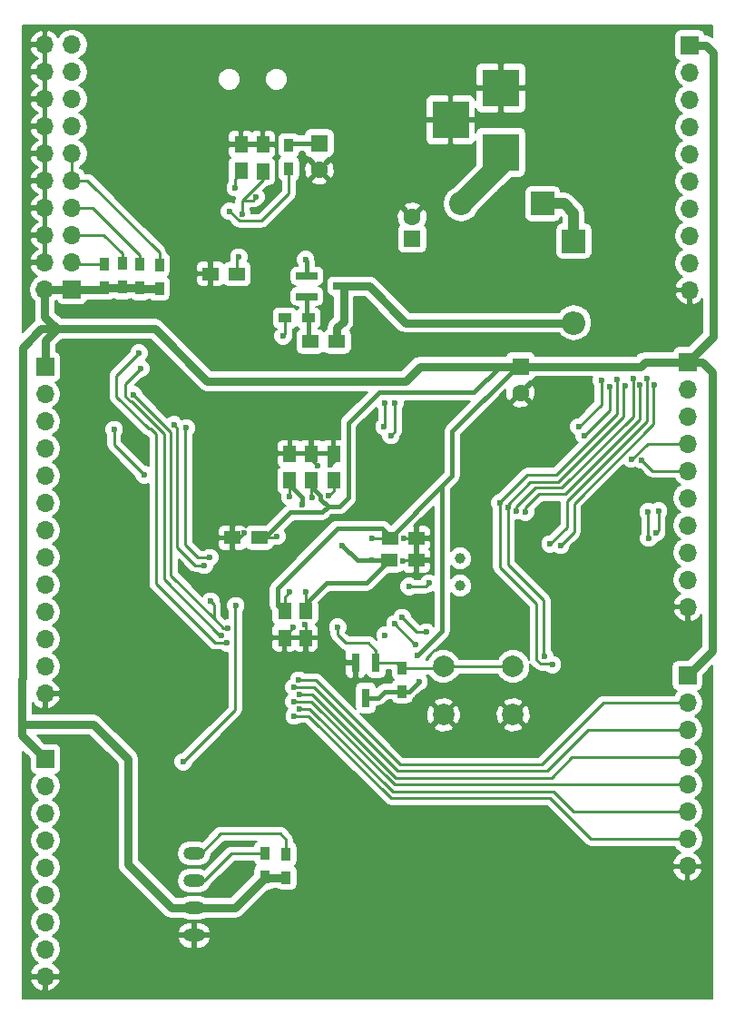
<source format=gbl>
G04 #@! TF.FileFunction,Copper,L2,Bot,Signal*
%FSLAX46Y46*%
G04 Gerber Fmt 4.6, Leading zero omitted, Abs format (unit mm)*
G04 Created by KiCad (PCBNEW 4.0.4-stable) date 02/19/22 22:26:40*
%MOMM*%
%LPD*%
G01*
G04 APERTURE LIST*
%ADD10C,0.100000*%
%ADD11R,1.250000X1.500000*%
%ADD12R,1.600000X1.600000*%
%ADD13C,1.600000*%
%ADD14R,1.500000X1.250000*%
%ADD15R,3.500000X3.500000*%
%ADD16R,2.200000X2.200000*%
%ADD17O,2.200000X2.200000*%
%ADD18O,2.000000X1.200000*%
%ADD19R,1.700000X1.700000*%
%ADD20O,1.700000X1.700000*%
%ADD21R,2.000000X0.700000*%
%ADD22R,0.900000X1.200000*%
%ADD23R,1.200000X0.900000*%
%ADD24C,2.000000*%
%ADD25R,0.800000X1.800000*%
%ADD26C,1.000000*%
%ADD27C,0.600000*%
%ADD28C,0.250000*%
%ADD29C,0.400000*%
%ADD30C,1.000000*%
%ADD31C,0.800000*%
%ADD32C,2.000000*%
%ADD33C,0.200000*%
G04 APERTURE END LIST*
D10*
D11*
X110197900Y-84092100D03*
X110197900Y-81592100D03*
X114274600Y-84092100D03*
X114274600Y-81592100D03*
D12*
X121615200Y-61544200D03*
D13*
X121615200Y-59544200D03*
D14*
X119501600Y-91554300D03*
X122001600Y-91554300D03*
D12*
X131724400Y-73456800D03*
D13*
X131724400Y-75956800D03*
D11*
X111683800Y-96273300D03*
X111683800Y-98773300D03*
D14*
X112110200Y-71145400D03*
X114610200Y-71145400D03*
X122027000Y-89496900D03*
X119527000Y-89496900D03*
D11*
X109702600Y-98773300D03*
X109702600Y-96273300D03*
D14*
X107345800Y-89446100D03*
X104845800Y-89446100D03*
D11*
X112217200Y-84092100D03*
X112217200Y-81592100D03*
D14*
X105288400Y-64833500D03*
X102788400Y-64833500D03*
D11*
X105638600Y-52750400D03*
X105638600Y-55250400D03*
D12*
X112953800Y-52654200D03*
D13*
X112953800Y-55154200D03*
D11*
X107670600Y-52775800D03*
X107670600Y-55275800D03*
D15*
X129895600Y-53492400D03*
X129895600Y-47492400D03*
X125195600Y-50492400D03*
D16*
X133807200Y-58293000D03*
D17*
X126187200Y-58293000D03*
D16*
X136702800Y-61772800D03*
D17*
X136702800Y-69392800D03*
D18*
X101275800Y-118900000D03*
X101275800Y-121440000D03*
X101275800Y-123980000D03*
X101275800Y-126520000D03*
D19*
X87388700Y-73520300D03*
D20*
X87388700Y-76060300D03*
X87388700Y-78600300D03*
X87388700Y-81140300D03*
X87388700Y-83680300D03*
X87388700Y-86220300D03*
X87388700Y-88760300D03*
X87388700Y-91300300D03*
X87388700Y-93840300D03*
X87388700Y-96380300D03*
X87388700Y-98920300D03*
X87388700Y-101460300D03*
X87388700Y-104000300D03*
D19*
X87388700Y-110058200D03*
D20*
X87388700Y-112598200D03*
X87388700Y-115138200D03*
X87388700Y-117678200D03*
X87388700Y-120218200D03*
X87388700Y-122758200D03*
X87388700Y-125298200D03*
X87388700Y-127838200D03*
X87388700Y-130378200D03*
D19*
X89877900Y-66319400D03*
D20*
X87337900Y-66319400D03*
X89877900Y-63779400D03*
X87337900Y-63779400D03*
X89877900Y-61239400D03*
X87337900Y-61239400D03*
X89877900Y-58699400D03*
X87337900Y-58699400D03*
X89877900Y-56159400D03*
X87337900Y-56159400D03*
X89877900Y-53619400D03*
X87337900Y-53619400D03*
X89877900Y-51079400D03*
X87337900Y-51079400D03*
X89877900Y-48539400D03*
X87337900Y-48539400D03*
X89877900Y-45999400D03*
X87337900Y-45999400D03*
X89877900Y-43459400D03*
X87337900Y-43459400D03*
D19*
X147294600Y-102311200D03*
D20*
X147294600Y-104851200D03*
X147294600Y-107391200D03*
X147294600Y-109931200D03*
X147294600Y-112471200D03*
X147294600Y-115011200D03*
X147294600Y-117551200D03*
X147294600Y-120091200D03*
D19*
X147523200Y-43484800D03*
D20*
X147523200Y-46024800D03*
X147523200Y-48564800D03*
X147523200Y-51104800D03*
X147523200Y-53644800D03*
X147523200Y-56184800D03*
X147523200Y-58724800D03*
X147523200Y-61264800D03*
X147523200Y-63804800D03*
X147523200Y-66344800D03*
D19*
X147358100Y-73037700D03*
D20*
X147358100Y-75577700D03*
X147358100Y-78117700D03*
X147358100Y-80657700D03*
X147358100Y-83197700D03*
X147358100Y-85737700D03*
X147358100Y-88277700D03*
X147358100Y-90817700D03*
X147358100Y-93357700D03*
X147358100Y-95897700D03*
D21*
X111812600Y-66939200D03*
X111812600Y-65039200D03*
X115212600Y-65989200D03*
D22*
X107848400Y-121102300D03*
X107848400Y-118902300D03*
X109855000Y-121140400D03*
X109855000Y-118940400D03*
X92925900Y-66111300D03*
X92925900Y-63911300D03*
X94551500Y-66085900D03*
X94551500Y-63885900D03*
X96227900Y-66149400D03*
X96227900Y-63949400D03*
X98018600Y-66200200D03*
X98018600Y-64000200D03*
X120675400Y-103779500D03*
X120675400Y-101579500D03*
D23*
X111945600Y-68961000D03*
X109745600Y-68961000D03*
D22*
X110109000Y-52849600D03*
X110109000Y-55049600D03*
D24*
X124536200Y-105960300D03*
X124536200Y-101460300D03*
X131036200Y-105960300D03*
X131036200Y-101460300D03*
D25*
X116347200Y-101080300D03*
X118247200Y-101080300D03*
X117297200Y-104380300D03*
D26*
X126085600Y-93916500D03*
X126085600Y-91376500D03*
D27*
X119087900Y-98526600D03*
X110477300Y-97828100D03*
X111633000Y-97561400D03*
X127241300Y-90551000D03*
X110070900Y-89420700D03*
X105930700Y-89014300D03*
X112776000Y-82702400D03*
X113957100Y-82677000D03*
X120777000Y-91579700D03*
X120802400Y-89509600D03*
X104787700Y-51231800D03*
X102349300Y-66662300D03*
X104178100Y-63182500D03*
X102247700Y-62877700D03*
X100241100Y-62928500D03*
X115087400Y-90144600D03*
X111379000Y-86360000D03*
X111671100Y-94500700D03*
X110197900Y-85623400D03*
X117881400Y-91567000D03*
X113792000Y-85547200D03*
X122123200Y-100418900D03*
X122237500Y-102844600D03*
X110159800Y-94513400D03*
X117894100Y-89496900D03*
X109016800Y-89306400D03*
X112293400Y-85648800D03*
X105460800Y-63271400D03*
X105105200Y-56794400D03*
X107061000Y-57696100D03*
X105740200Y-59232800D03*
X111671100Y-63512700D03*
X133997700Y-100533200D03*
X141490700Y-75298300D03*
X130530600Y-86639400D03*
X134696200Y-101269800D03*
X140741400Y-74714100D03*
X129781300Y-86169500D03*
X93802200Y-79375000D03*
X96621600Y-83578700D03*
X102819200Y-95377000D03*
X104444800Y-97878900D03*
X95605600Y-76098400D03*
X100253800Y-110363000D03*
X105156000Y-95783400D03*
X123177300Y-93687900D03*
X121310400Y-93992700D03*
X102209600Y-91998800D03*
X99377500Y-78917800D03*
X102730300Y-91313000D03*
X100520500Y-79209900D03*
X103784400Y-98526600D03*
X96316800Y-73634600D03*
X96151700Y-72199500D03*
X104355900Y-99225100D03*
X111055150Y-102749350D03*
X110566200Y-103403400D03*
X111086900Y-104051100D03*
X110591600Y-104711500D03*
X111099600Y-105384600D03*
X110617000Y-106057700D03*
X139280900Y-74764900D03*
X137185400Y-79108300D03*
X119075200Y-76911200D03*
X118999000Y-79082900D03*
X140030200Y-75387200D03*
X137693400Y-79895700D03*
X120002300Y-76860400D03*
X119634000Y-79908400D03*
X131318000Y-86944200D03*
X142214600Y-74599800D03*
X132219700Y-87033100D03*
X142875000Y-75158600D03*
X143535400Y-74599800D03*
X134480300Y-90043000D03*
X144195800Y-75184000D03*
X135458200Y-90157300D03*
X143624300Y-87007700D03*
X143700500Y-89458800D03*
X144614900Y-86969600D03*
X144411700Y-88976200D03*
X142100300Y-82118200D03*
X143027400Y-82194400D03*
X122910600Y-98259900D03*
X120675400Y-96888300D03*
X121958100Y-99364800D03*
X120015000Y-97497900D03*
X114668300Y-97790000D03*
X109575600Y-70637400D03*
X104584500Y-58991500D03*
D28*
X110477300Y-97828100D02*
X109702600Y-98602800D01*
X109702600Y-98602800D02*
X109702600Y-98773300D01*
X111683800Y-97612200D02*
X111683800Y-98773300D01*
X111633000Y-97561400D02*
X111683800Y-97612200D01*
X105930700Y-89014300D02*
X105498900Y-89446100D01*
X105498900Y-89446100D02*
X104845800Y-89446100D01*
X112776000Y-82702400D02*
X112217200Y-82143600D01*
X112217200Y-82143600D02*
X112217200Y-81592100D01*
X114274600Y-82359500D02*
X114274600Y-81592100D01*
X113957100Y-82677000D02*
X114274600Y-82359500D01*
X120802400Y-91554300D02*
X122001600Y-91554300D01*
X120777000Y-91579700D02*
X120802400Y-91554300D01*
X120815100Y-89496900D02*
X122027000Y-89496900D01*
X120802400Y-89509600D02*
X120815100Y-89496900D01*
D29*
X110197900Y-84092100D02*
X110197900Y-84493100D01*
X110197900Y-84493100D02*
X111379000Y-85674200D01*
X116497100Y-91554300D02*
X119501600Y-91554300D01*
X115087400Y-90144600D02*
X116497100Y-91554300D01*
X111379000Y-85674200D02*
X111379000Y-86360000D01*
X111683800Y-96273300D02*
X111683800Y-95592900D01*
X111683800Y-95592900D02*
X113601500Y-93675200D01*
X117380700Y-93675200D02*
X119501600Y-91554300D01*
X113601500Y-93675200D02*
X117380700Y-93675200D01*
D28*
X111683800Y-94513400D02*
X111683800Y-96273300D01*
X111671100Y-94500700D02*
X111683800Y-94513400D01*
X110197900Y-85623400D02*
X110197900Y-84092100D01*
X117894100Y-91554300D02*
X119501600Y-91554300D01*
X117881400Y-91567000D02*
X117894100Y-91554300D01*
X114274600Y-85064600D02*
X114274600Y-84092100D01*
X113792000Y-85547200D02*
X114274600Y-85064600D01*
D30*
X133807200Y-58293000D02*
X135813800Y-58293000D01*
X136702800Y-59182000D02*
X136702800Y-61772800D01*
X135813800Y-58293000D02*
X136702800Y-59182000D01*
D28*
X96227900Y-66149400D02*
X94615000Y-66149400D01*
X94615000Y-66149400D02*
X94551500Y-66085900D01*
D29*
X113766600Y-86537800D02*
X114858800Y-86537800D01*
X129768600Y-73456800D02*
X131724400Y-73456800D01*
X127342900Y-75882500D02*
X129768600Y-73456800D01*
X118529100Y-75882500D02*
X127342900Y-75882500D01*
X115671600Y-78740000D02*
X118529100Y-75882500D01*
X115671600Y-85725000D02*
X115671600Y-78740000D01*
X114858800Y-86537800D02*
X115671600Y-85725000D01*
D31*
X109855000Y-121140400D02*
X107886500Y-121140400D01*
X107886500Y-121140400D02*
X105046900Y-123980000D01*
X105046900Y-123980000D02*
X101275800Y-123980000D01*
D29*
X120675400Y-103779500D02*
X121302600Y-103779500D01*
X124421900Y-84810600D02*
X124317600Y-84706300D01*
X124421900Y-98120200D02*
X124421900Y-84810600D01*
X122123200Y-100418900D02*
X124421900Y-98120200D01*
X121302600Y-103779500D02*
X122237500Y-102844600D01*
X120675400Y-103779500D02*
X119054700Y-103779500D01*
X118453900Y-104380300D02*
X117297200Y-104380300D01*
X119054700Y-103779500D02*
X118453900Y-104380300D01*
D31*
X101275800Y-123980000D02*
X99176900Y-123980000D01*
X91859100Y-106845100D02*
X85191600Y-106845100D01*
X95123000Y-110109000D02*
X91859100Y-106845100D01*
X95123000Y-119926100D02*
X95123000Y-110109000D01*
X99176900Y-123980000D02*
X95123000Y-119926100D01*
D29*
X107345800Y-89446100D02*
X107899200Y-89446100D01*
X107899200Y-89446100D02*
X110261400Y-87083900D01*
X113220500Y-87083900D02*
X113766600Y-86537800D01*
X110261400Y-87083900D02*
X113220500Y-87083900D01*
X112217200Y-84092100D02*
X112217200Y-84658200D01*
X112217200Y-84658200D02*
X113055400Y-85496400D01*
X113055400Y-85826600D02*
X113766600Y-86537800D01*
X113055400Y-85496400D02*
X113055400Y-85826600D01*
X109702600Y-96273300D02*
X109544800Y-96273300D01*
X109544800Y-96273300D02*
X109054900Y-95783400D01*
X118795800Y-88569800D02*
X119527000Y-89301000D01*
X114668300Y-88569800D02*
X118795800Y-88569800D01*
X109054900Y-94183200D02*
X114668300Y-88569800D01*
X109054900Y-95783400D02*
X109054900Y-94183200D01*
X119527000Y-89301000D02*
X119527000Y-89496900D01*
X131724400Y-73456800D02*
X131406900Y-73456800D01*
X131406900Y-73456800D02*
X125349000Y-79514700D01*
X125349000Y-79514700D02*
X125349000Y-83674900D01*
X125349000Y-83674900D02*
X124317600Y-84706300D01*
X124317600Y-84706300D02*
X119527000Y-89496900D01*
D31*
X87388700Y-110058200D02*
X85191600Y-107861100D01*
X87007700Y-69964300D02*
X88468200Y-69964300D01*
X85242400Y-71729600D02*
X87007700Y-69964300D01*
X85242400Y-102552500D02*
X85242400Y-71729600D01*
X85191600Y-102603300D02*
X85242400Y-102552500D01*
X85191600Y-107861100D02*
X85191600Y-106845100D01*
X85191600Y-106845100D02*
X85191600Y-102603300D01*
X87388700Y-73520300D02*
X87388700Y-71043800D01*
X87388700Y-71043800D02*
X88468200Y-69964300D01*
X89877900Y-66319400D02*
X92717800Y-66319400D01*
X92717800Y-66319400D02*
X92900500Y-66136700D01*
X92900500Y-66136700D02*
X96278700Y-66136700D01*
X96278700Y-66136700D02*
X96342200Y-66200200D01*
X96342200Y-66200200D02*
X98018600Y-66200200D01*
X89877900Y-66319400D02*
X87337900Y-66319400D01*
X131724400Y-73456800D02*
X122351800Y-73456800D01*
X122351800Y-73456800D02*
X120980200Y-74828400D01*
X120980200Y-74828400D02*
X102489000Y-74828400D01*
X102489000Y-74828400D02*
X97624900Y-69964300D01*
X97624900Y-69964300D02*
X88468200Y-69964300D01*
X87337900Y-68834000D02*
X87337900Y-66319400D01*
X88468200Y-69964300D02*
X87337900Y-68834000D01*
D28*
X109702600Y-96273300D02*
X109702600Y-94970600D01*
X109702600Y-94970600D02*
X110159800Y-94513400D01*
X119527000Y-89496900D02*
X117894100Y-89496900D01*
D31*
X147358100Y-73037700D02*
X148691600Y-73037700D01*
X149618700Y-99987100D02*
X147294600Y-102311200D01*
X149618700Y-73964800D02*
X149618700Y-99987100D01*
X148691600Y-73037700D02*
X149618700Y-73964800D01*
X147523200Y-43484800D02*
X149009100Y-43484800D01*
X149707600Y-70688200D02*
X147358100Y-73037700D01*
X149707600Y-44183300D02*
X149707600Y-70688200D01*
X149009100Y-43484800D02*
X149707600Y-44183300D01*
X131724400Y-73456800D02*
X142913100Y-73456800D01*
X142913100Y-73456800D02*
X143332200Y-73037700D01*
X143332200Y-73037700D02*
X147358100Y-73037700D01*
D28*
X108877100Y-89446100D02*
X107345800Y-89446100D01*
X109016800Y-89306400D02*
X108877100Y-89446100D01*
X112217200Y-85572600D02*
X112217200Y-84092100D01*
X112293400Y-85648800D02*
X112217200Y-85572600D01*
D29*
X111945600Y-68961000D02*
X111945600Y-70980800D01*
X111945600Y-70980800D02*
X112110200Y-71145400D01*
X111812600Y-66939200D02*
X111812600Y-68828000D01*
X111812600Y-68828000D02*
X111945600Y-68961000D01*
D31*
X114610200Y-71145400D02*
X114610200Y-69870000D01*
X115212600Y-69267600D02*
X115212600Y-65989200D01*
X114610200Y-69870000D02*
X115212600Y-69267600D01*
X136702800Y-69392800D02*
X120980200Y-69392800D01*
X117576600Y-65989200D02*
X115212600Y-65989200D01*
X120980200Y-69392800D02*
X117576600Y-65989200D01*
D28*
X105288400Y-63443800D02*
X105288400Y-64833500D01*
X105460800Y-63271400D02*
X105288400Y-63443800D01*
X105105200Y-55994300D02*
X105105200Y-56794400D01*
X105638600Y-55250400D02*
X105638600Y-55460900D01*
X105638600Y-55460900D02*
X105105200Y-55994300D01*
D29*
X112953800Y-52654200D02*
X110304400Y-52654200D01*
X110304400Y-52654200D02*
X110109000Y-52849600D01*
D28*
X106768900Y-57988200D02*
X105740200Y-57988200D01*
X107061000Y-57696100D02*
X106768900Y-57988200D01*
X107670600Y-56057800D02*
X107670600Y-55275800D01*
X105740200Y-57988200D02*
X107670600Y-56057800D01*
X105740200Y-59232800D02*
X105740200Y-57988200D01*
D32*
X129895600Y-53492400D02*
X129895600Y-54584600D01*
X129895600Y-54584600D02*
X126187200Y-58293000D01*
D29*
X111812600Y-63654200D02*
X111812600Y-65039200D01*
X111671100Y-63512700D02*
X111812600Y-63654200D01*
D28*
X130530600Y-91922600D02*
X130530600Y-86639400D01*
X133883400Y-95275400D02*
X130530600Y-91922600D01*
X133883400Y-100418900D02*
X133883400Y-95275400D01*
X133997700Y-100533200D02*
X133883400Y-100418900D01*
X141338300Y-75361800D02*
X141427200Y-75361800D01*
X130530600Y-86347300D02*
X132638800Y-84239100D01*
X132638800Y-84239100D02*
X135204200Y-84239100D01*
X135204200Y-84239100D02*
X141325600Y-78117700D01*
X141325600Y-78117700D02*
X141325600Y-75361800D01*
X141325600Y-75361800D02*
X141338300Y-75361800D01*
X130530600Y-86639400D02*
X130530600Y-86347300D01*
X141427200Y-75361800D02*
X141490700Y-75298300D01*
X101275800Y-118900000D02*
X101914900Y-118900000D01*
X101914900Y-118900000D02*
X103771700Y-117043200D01*
X103771700Y-117043200D02*
X109308900Y-117043200D01*
X109308900Y-117043200D02*
X109855000Y-117589300D01*
X109855000Y-117589300D02*
X109855000Y-118940400D01*
X129781300Y-92176600D02*
X129781300Y-86169500D01*
X133235700Y-95631000D02*
X129781300Y-92176600D01*
X133235700Y-100825300D02*
X133235700Y-95631000D01*
X133604000Y-101193600D02*
X133235700Y-100825300D01*
X134620000Y-101193600D02*
X133604000Y-101193600D01*
X134696200Y-101269800D02*
X134620000Y-101193600D01*
X129781300Y-86169500D02*
X129781300Y-86144100D01*
X129781300Y-86144100D02*
X132384800Y-83540600D01*
X132384800Y-83540600D02*
X135064500Y-83540600D01*
X135064500Y-83540600D02*
X140741400Y-77863700D01*
X140741400Y-77863700D02*
X140741400Y-74714100D01*
X101275800Y-121440000D02*
X102219700Y-121440000D01*
X102219700Y-121440000D02*
X104757400Y-118902300D01*
X104757400Y-118902300D02*
X107848400Y-118902300D01*
X93802200Y-80759300D02*
X93802200Y-79375000D01*
X96621600Y-83578700D02*
X93802200Y-80759300D01*
X103098600Y-95656400D02*
X103098600Y-96964500D01*
X102819200Y-95377000D02*
X103098600Y-95656400D01*
X99021900Y-79514700D02*
X98742500Y-79235300D01*
X104013000Y-97878900D02*
X103098600Y-96964500D01*
X103098600Y-96964500D02*
X99098100Y-92964000D01*
X99098100Y-92964000D02*
X99098100Y-79590900D01*
X99098100Y-79590900D02*
X99021900Y-79514700D01*
X104444800Y-97878900D02*
X104013000Y-97878900D01*
X98742500Y-79235300D02*
X95605600Y-76098400D01*
X92925900Y-63911300D02*
X90009800Y-63911300D01*
X90009800Y-63911300D02*
X89877900Y-63779400D01*
X100253800Y-110363000D02*
X105105200Y-105511600D01*
X105105200Y-105511600D02*
X105105200Y-95834200D01*
X105105200Y-95834200D02*
X105156000Y-95783400D01*
X123177300Y-93687900D02*
X122872500Y-93992700D01*
X122872500Y-93992700D02*
X121310400Y-93992700D01*
X101384100Y-91998800D02*
X99695000Y-90309700D01*
X99695000Y-90309700D02*
X99695000Y-79514700D01*
X102209600Y-91998800D02*
X101384100Y-91998800D01*
X99695000Y-79235300D02*
X99695000Y-79514700D01*
X99377500Y-78917800D02*
X99695000Y-79235300D01*
X94551500Y-63885900D02*
X94551500Y-62953900D01*
X92837000Y-61239400D02*
X89877900Y-61239400D01*
X94551500Y-62953900D02*
X92837000Y-61239400D01*
X101650800Y-91313000D02*
X100469700Y-90131900D01*
X100469700Y-90131900D02*
X100469700Y-79400400D01*
X102730300Y-91313000D02*
X101650800Y-91313000D01*
X100469700Y-79260700D02*
X100469700Y-79400400D01*
X100520500Y-79209900D02*
X100469700Y-79260700D01*
X96227900Y-63949400D02*
X96227900Y-63119000D01*
X91808300Y-58699400D02*
X89877900Y-58699400D01*
X96227900Y-63119000D02*
X91808300Y-58699400D01*
X98234500Y-79514700D02*
X98221800Y-79514700D01*
X103670100Y-98526600D02*
X98463100Y-93319600D01*
X98463100Y-93319600D02*
X98463100Y-79743300D01*
X98348800Y-79629000D02*
X98234500Y-79514700D01*
X98463100Y-79743300D02*
X98348800Y-79629000D01*
X103784400Y-98526600D02*
X103670100Y-98526600D01*
X94881700Y-75069700D02*
X96316800Y-73634600D01*
X94881700Y-76288900D02*
X94881700Y-75069700D01*
X95313500Y-76720700D02*
X94881700Y-76288900D01*
X95427800Y-76720700D02*
X95313500Y-76720700D01*
X98221800Y-79514700D02*
X95427800Y-76720700D01*
X89877900Y-53619400D02*
X89877900Y-56159400D01*
X98018600Y-64000200D02*
X98018600Y-62852300D01*
X91325700Y-56159400D02*
X89877900Y-56159400D01*
X98018600Y-62852300D02*
X91325700Y-56159400D01*
X97237550Y-79292450D02*
X97047050Y-79292450D01*
X94018100Y-74333100D02*
X96151700Y-72199500D01*
X94018100Y-76263500D02*
X94018100Y-74333100D01*
X97047050Y-79292450D02*
X94018100Y-76263500D01*
X104355900Y-99225100D02*
X103187500Y-99225100D01*
X97726500Y-79781400D02*
X97237550Y-79292450D01*
X97237550Y-79292450D02*
X97231200Y-79286100D01*
X97726500Y-93764100D02*
X97726500Y-79781400D01*
X103187500Y-99225100D02*
X97726500Y-93764100D01*
X147294600Y-104851200D02*
X139446000Y-104851200D01*
X112642650Y-102749350D02*
X111055150Y-102749350D01*
X120484900Y-110591600D02*
X112642650Y-102749350D01*
X133705600Y-110591600D02*
X120484900Y-110591600D01*
X139446000Y-104851200D02*
X133705600Y-110591600D01*
X111061500Y-102730300D02*
X111061500Y-102755700D01*
X111061500Y-102755700D02*
X111055150Y-102749350D01*
X147294600Y-107391200D02*
X138023600Y-107391200D01*
X112458500Y-103403400D02*
X110566200Y-103403400D01*
X120256300Y-111201200D02*
X112458500Y-103403400D01*
X134213600Y-111201200D02*
X120256300Y-111201200D01*
X138023600Y-107391200D02*
X134213600Y-111201200D01*
X147294600Y-109931200D02*
X136474200Y-109931200D01*
X112318800Y-104051100D02*
X111086900Y-104051100D01*
X120078500Y-111810800D02*
X112318800Y-104051100D01*
X134594600Y-111810800D02*
X120078500Y-111810800D01*
X136474200Y-109931200D02*
X134594600Y-111810800D01*
X147294600Y-112471200D02*
X119951500Y-112471200D01*
X112191800Y-104711500D02*
X110591600Y-104711500D01*
X119951500Y-112471200D02*
X112191800Y-104711500D01*
X147294600Y-115011200D02*
X136639300Y-115011200D01*
X112064800Y-105384600D02*
X111099600Y-105384600D01*
X119837200Y-113157000D02*
X112064800Y-105384600D01*
X134785100Y-113157000D02*
X119837200Y-113157000D01*
X136639300Y-115011200D02*
X134785100Y-113157000D01*
X147294600Y-117551200D02*
X138315700Y-117551200D01*
X111937800Y-106057700D02*
X110617000Y-106057700D01*
X119621300Y-113741200D02*
X111937800Y-106057700D01*
X134505700Y-113741200D02*
X119621300Y-113741200D01*
X138315700Y-117551200D02*
X134505700Y-113741200D01*
X139280900Y-77012800D02*
X139280900Y-74764900D01*
X137185400Y-79108300D02*
X139280900Y-77012800D01*
X119075200Y-79006700D02*
X119075200Y-76911200D01*
X118999000Y-79082900D02*
X119075200Y-79006700D01*
X140030200Y-77558900D02*
X140030200Y-75387200D01*
X137693400Y-79895700D02*
X140030200Y-77558900D01*
X120002300Y-79540100D02*
X120002300Y-76860400D01*
X119634000Y-79908400D02*
X120002300Y-79540100D01*
X131318000Y-86944200D02*
X131318000Y-86525100D01*
X142214600Y-78155800D02*
X142214600Y-74599800D01*
X135597900Y-84772500D02*
X142214600Y-78155800D01*
X133070600Y-84772500D02*
X135597900Y-84772500D01*
X131318000Y-86525100D02*
X133070600Y-84772500D01*
X132219700Y-87033100D02*
X132219700Y-86626700D01*
X142875000Y-78384400D02*
X142875000Y-75158600D01*
X135890000Y-85369400D02*
X142875000Y-78384400D01*
X133477000Y-85369400D02*
X135890000Y-85369400D01*
X132219700Y-86626700D02*
X133477000Y-85369400D01*
X143548100Y-74612500D02*
X143535400Y-74599800D01*
X143548100Y-78549500D02*
X143548100Y-74612500D01*
X143459200Y-78638400D02*
X143548100Y-78549500D01*
X136080500Y-86017100D02*
X143459200Y-78638400D01*
X136080500Y-88442800D02*
X136080500Y-86017100D01*
X134480300Y-90043000D02*
X136080500Y-88442800D01*
X144106900Y-75272900D02*
X144195800Y-75184000D01*
X144106900Y-78854300D02*
X144106900Y-75272900D01*
X136715500Y-86245700D02*
X144106900Y-78854300D01*
X136715500Y-88900000D02*
X136715500Y-86245700D01*
X135458200Y-90157300D02*
X136715500Y-88900000D01*
X143624300Y-89382600D02*
X143624300Y-87007700D01*
X143700500Y-89458800D02*
X143624300Y-89382600D01*
X144614900Y-88773000D02*
X144614900Y-86969600D01*
X144411700Y-88976200D02*
X144614900Y-88773000D01*
X147358100Y-80657700D02*
X143586200Y-80657700D01*
X142125700Y-82118200D02*
X142100300Y-82118200D01*
X143586200Y-80657700D02*
X142125700Y-82118200D01*
X147358100Y-83197700D02*
X144030700Y-83197700D01*
X144030700Y-83197700D02*
X143027400Y-82194400D01*
X122047000Y-98259900D02*
X122910600Y-98259900D01*
X120675400Y-96888300D02*
X122047000Y-98259900D01*
X121881900Y-99364800D02*
X121958100Y-99364800D01*
X120015000Y-97497900D02*
X121881900Y-99364800D01*
X118247200Y-99959200D02*
X118247200Y-101080300D01*
X117551200Y-99263200D02*
X118247200Y-99959200D01*
X115417600Y-99263200D02*
X117551200Y-99263200D01*
X114617500Y-98463100D02*
X115417600Y-99263200D01*
X114617500Y-97840800D02*
X114617500Y-98463100D01*
X114668300Y-97790000D02*
X114617500Y-97840800D01*
X124536200Y-101460300D02*
X131036200Y-101460300D01*
X120675400Y-101579500D02*
X124417000Y-101579500D01*
X124417000Y-101579500D02*
X124536200Y-101460300D01*
X118247200Y-101080300D02*
X120176200Y-101080300D01*
X120176200Y-101080300D02*
X120675400Y-101579500D01*
X109745600Y-70467400D02*
X109745600Y-68961000D01*
X109575600Y-70637400D02*
X109745600Y-70467400D01*
X110109000Y-55049600D02*
X110109000Y-57365900D01*
X105498900Y-59905900D02*
X104584500Y-58991500D01*
X107569000Y-59905900D02*
X105498900Y-59905900D01*
X110109000Y-57365900D02*
X107569000Y-59905900D01*
D33*
G36*
X101781893Y-75535507D02*
X102106317Y-75752280D01*
X102489000Y-75828400D01*
X117451829Y-75828400D01*
X115105915Y-78174315D01*
X114932496Y-78433853D01*
X114871600Y-78740000D01*
X114871600Y-80234100D01*
X114580600Y-80234100D01*
X114428600Y-80386100D01*
X114428600Y-81438100D01*
X114448600Y-81438100D01*
X114448600Y-81746100D01*
X114428600Y-81746100D01*
X114428600Y-81766100D01*
X114120600Y-81766100D01*
X114120600Y-81746100D01*
X112371200Y-81746100D01*
X112371200Y-81766100D01*
X112063200Y-81766100D01*
X112063200Y-81746100D01*
X110351900Y-81746100D01*
X110351900Y-81766100D01*
X110043900Y-81766100D01*
X110043900Y-81746100D01*
X109116900Y-81746100D01*
X108964900Y-81898100D01*
X108964900Y-82463039D01*
X109057463Y-82686505D01*
X109224351Y-82853393D01*
X109146342Y-82903590D01*
X109009344Y-83104093D01*
X108961146Y-83342100D01*
X108961146Y-84842100D01*
X109002983Y-85064446D01*
X109134390Y-85268658D01*
X109318470Y-85394434D01*
X109298057Y-85443594D01*
X109297744Y-85801636D01*
X109434472Y-86132543D01*
X109687425Y-86385938D01*
X109814630Y-86438758D01*
X109695714Y-86518215D01*
X108004584Y-88209346D01*
X106595800Y-88209346D01*
X106373454Y-88251183D01*
X106169242Y-88382590D01*
X106107498Y-88472956D01*
X105940205Y-88305663D01*
X105716739Y-88213100D01*
X105151800Y-88213100D01*
X104999800Y-88365100D01*
X104999800Y-89292100D01*
X105019800Y-89292100D01*
X105019800Y-89600100D01*
X104999800Y-89600100D01*
X104999800Y-90527100D01*
X105151800Y-90679100D01*
X105716739Y-90679100D01*
X105940205Y-90586537D01*
X106107093Y-90419649D01*
X106157290Y-90497658D01*
X106357793Y-90634656D01*
X106595800Y-90682854D01*
X108095800Y-90682854D01*
X108318146Y-90641017D01*
X108522358Y-90509610D01*
X108659356Y-90309107D01*
X108687303Y-90171100D01*
X108752360Y-90171100D01*
X108836994Y-90206243D01*
X109195036Y-90206556D01*
X109525943Y-90069828D01*
X109779338Y-89816875D01*
X109916643Y-89486206D01*
X109916956Y-89128164D01*
X109780228Y-88797257D01*
X109729865Y-88746806D01*
X110592771Y-87883900D01*
X113220500Y-87883900D01*
X113526647Y-87823004D01*
X113786185Y-87649585D01*
X114097970Y-87337800D01*
X114858800Y-87337800D01*
X115164947Y-87276904D01*
X115424485Y-87103485D01*
X116237286Y-86290685D01*
X116410704Y-86031147D01*
X116471600Y-85725000D01*
X116471600Y-79071370D01*
X118256470Y-77286501D01*
X118311772Y-77420343D01*
X118350200Y-77458838D01*
X118350200Y-78458885D01*
X118236462Y-78572425D01*
X118099157Y-78903094D01*
X118098844Y-79261136D01*
X118235572Y-79592043D01*
X118488525Y-79845438D01*
X118733966Y-79947353D01*
X118733844Y-80086636D01*
X118870572Y-80417543D01*
X119123525Y-80670938D01*
X119454194Y-80808243D01*
X119812236Y-80808556D01*
X120143143Y-80671828D01*
X120396538Y-80418875D01*
X120533843Y-80088206D01*
X120533899Y-80024398D01*
X120672113Y-79817546D01*
X120727300Y-79540100D01*
X120727300Y-77408348D01*
X120764838Y-77370875D01*
X120902143Y-77040206D01*
X120902456Y-76682500D01*
X127049830Y-76682500D01*
X124783315Y-78949015D01*
X124609896Y-79208553D01*
X124549000Y-79514700D01*
X124549000Y-83343529D01*
X123751917Y-84140613D01*
X123751914Y-84140615D01*
X119632384Y-88260146D01*
X119617516Y-88260146D01*
X119361485Y-88004115D01*
X119101947Y-87830696D01*
X119063276Y-87823004D01*
X118795800Y-87769800D01*
X114668300Y-87769800D01*
X114400824Y-87823004D01*
X114362153Y-87830696D01*
X114102614Y-88004115D01*
X108489215Y-93617515D01*
X108315796Y-93877053D01*
X108254900Y-94183200D01*
X108254900Y-95783400D01*
X108308268Y-96051700D01*
X108315796Y-96089547D01*
X108465846Y-96314111D01*
X108465846Y-97023300D01*
X108507683Y-97245646D01*
X108639090Y-97449858D01*
X108729456Y-97511602D01*
X108562163Y-97678895D01*
X108469600Y-97902361D01*
X108469600Y-98467300D01*
X108621600Y-98619300D01*
X109548600Y-98619300D01*
X109548600Y-98599300D01*
X109856600Y-98599300D01*
X109856600Y-98619300D01*
X111529800Y-98619300D01*
X111529800Y-98599300D01*
X111837800Y-98599300D01*
X111837800Y-98619300D01*
X112764800Y-98619300D01*
X112916800Y-98467300D01*
X112916800Y-97902361D01*
X112824237Y-97678895D01*
X112657349Y-97512007D01*
X112735358Y-97461810D01*
X112872356Y-97261307D01*
X112920554Y-97023300D01*
X112920554Y-95523300D01*
X112914887Y-95493183D01*
X113932871Y-94475200D01*
X117380700Y-94475200D01*
X117686847Y-94414304D01*
X117946385Y-94240885D01*
X119396217Y-92791054D01*
X120251600Y-92791054D01*
X120473946Y-92749217D01*
X120678158Y-92617810D01*
X120739902Y-92527444D01*
X120907195Y-92694737D01*
X121130661Y-92787300D01*
X121695600Y-92787300D01*
X121847600Y-92635300D01*
X121847600Y-91708300D01*
X122155600Y-91708300D01*
X122155600Y-92635300D01*
X122307600Y-92787300D01*
X122872539Y-92787300D01*
X123096005Y-92694737D01*
X123267038Y-92523704D01*
X123359600Y-92300238D01*
X123359600Y-91860300D01*
X123207600Y-91708300D01*
X122155600Y-91708300D01*
X121847600Y-91708300D01*
X121827600Y-91708300D01*
X121827600Y-91400300D01*
X121847600Y-91400300D01*
X121847600Y-90603300D01*
X121873000Y-90577900D01*
X121873000Y-90473300D01*
X122155600Y-90473300D01*
X122155600Y-91400300D01*
X123207600Y-91400300D01*
X123359600Y-91248300D01*
X123359600Y-90808362D01*
X123267038Y-90584896D01*
X123220442Y-90538300D01*
X123292438Y-90466304D01*
X123385000Y-90242838D01*
X123385000Y-89802900D01*
X123233000Y-89650900D01*
X122181000Y-89650900D01*
X122181000Y-90447900D01*
X122155600Y-90473300D01*
X121873000Y-90473300D01*
X121873000Y-89650900D01*
X121853000Y-89650900D01*
X121853000Y-89342900D01*
X121873000Y-89342900D01*
X121873000Y-88415900D01*
X122181000Y-88415900D01*
X122181000Y-89342900D01*
X123233000Y-89342900D01*
X123385000Y-89190900D01*
X123385000Y-88750962D01*
X123292438Y-88527496D01*
X123121405Y-88356463D01*
X122897939Y-88263900D01*
X122333000Y-88263900D01*
X122181000Y-88415900D01*
X121873000Y-88415900D01*
X121806185Y-88349085D01*
X123621900Y-86533371D01*
X123621900Y-92898008D01*
X123357106Y-92788057D01*
X122999064Y-92787744D01*
X122668157Y-92924472D01*
X122414762Y-93177425D01*
X122377277Y-93267700D01*
X121858348Y-93267700D01*
X121820875Y-93230162D01*
X121490206Y-93092857D01*
X121132164Y-93092544D01*
X120801257Y-93229272D01*
X120547862Y-93482225D01*
X120410557Y-93812894D01*
X120410244Y-94170936D01*
X120546972Y-94501843D01*
X120799925Y-94755238D01*
X121130594Y-94892543D01*
X121488636Y-94892856D01*
X121819543Y-94756128D01*
X121858038Y-94717700D01*
X122872500Y-94717700D01*
X123103915Y-94671669D01*
X123149946Y-94662513D01*
X123261501Y-94587974D01*
X123355536Y-94588056D01*
X123621900Y-94477997D01*
X123621900Y-97698538D01*
X123421075Y-97497362D01*
X123090406Y-97360057D01*
X122732364Y-97359744D01*
X122401457Y-97496472D01*
X122362962Y-97534900D01*
X122347305Y-97534900D01*
X121575510Y-96763105D01*
X121575556Y-96710064D01*
X121438828Y-96379157D01*
X121185875Y-96125762D01*
X120855206Y-95988457D01*
X120497164Y-95988144D01*
X120166257Y-96124872D01*
X119912862Y-96377825D01*
X119818392Y-96605335D01*
X119505857Y-96734472D01*
X119252462Y-96987425D01*
X119115157Y-97318094D01*
X119114887Y-97626623D01*
X118909664Y-97626444D01*
X118578757Y-97763172D01*
X118325362Y-98016125D01*
X118188057Y-98346794D01*
X118187744Y-98704836D01*
X118307168Y-98993863D01*
X118063852Y-98750548D01*
X117828646Y-98593387D01*
X117782615Y-98584231D01*
X117551200Y-98538200D01*
X115717905Y-98538200D01*
X115445315Y-98265611D01*
X115568143Y-97969806D01*
X115568456Y-97611764D01*
X115431728Y-97280857D01*
X115178775Y-97027462D01*
X114848106Y-96890157D01*
X114490064Y-96889844D01*
X114159157Y-97026572D01*
X113905762Y-97279525D01*
X113768457Y-97610194D01*
X113768144Y-97968236D01*
X113892500Y-98269200D01*
X113892500Y-98463100D01*
X113937602Y-98689843D01*
X113947687Y-98740546D01*
X114104848Y-98975752D01*
X114904947Y-99775852D01*
X114994808Y-99835895D01*
X115140155Y-99933013D01*
X115372400Y-99979209D01*
X115339200Y-100059361D01*
X115339200Y-100774300D01*
X115491200Y-100926300D01*
X116193200Y-100926300D01*
X116193200Y-100906300D01*
X116501200Y-100906300D01*
X116501200Y-100926300D01*
X116521200Y-100926300D01*
X116521200Y-101234300D01*
X116501200Y-101234300D01*
X116501200Y-102436300D01*
X116653200Y-102588300D01*
X116868138Y-102588300D01*
X117091604Y-102495738D01*
X117262637Y-102324705D01*
X117299132Y-102236600D01*
X117408690Y-102406858D01*
X117609193Y-102543856D01*
X117847200Y-102592054D01*
X118647200Y-102592054D01*
X118869546Y-102550217D01*
X119073758Y-102418810D01*
X119210756Y-102218307D01*
X119258954Y-101980300D01*
X119258954Y-101805300D01*
X119613646Y-101805300D01*
X119613646Y-102179500D01*
X119655483Y-102401846D01*
X119786890Y-102606058D01*
X119894388Y-102679508D01*
X119798842Y-102740990D01*
X119661844Y-102941493D01*
X119654147Y-102979500D01*
X119054700Y-102979500D01*
X118748553Y-103040396D01*
X118644597Y-103109858D01*
X118489015Y-103213814D01*
X118295267Y-103407562D01*
X118267117Y-103257954D01*
X118135710Y-103053742D01*
X117935207Y-102916744D01*
X117697200Y-102868546D01*
X116897200Y-102868546D01*
X116674854Y-102910383D01*
X116470642Y-103041790D01*
X116333644Y-103242293D01*
X116285446Y-103480300D01*
X116285446Y-105280300D01*
X116305504Y-105386900D01*
X113155302Y-102236698D01*
X112920096Y-102079537D01*
X112874065Y-102070381D01*
X112642650Y-102024350D01*
X111603098Y-102024350D01*
X111565625Y-101986812D01*
X111234956Y-101849507D01*
X110876914Y-101849194D01*
X110546007Y-101985922D01*
X110292612Y-102238875D01*
X110155307Y-102569544D01*
X110155281Y-102599387D01*
X110057057Y-102639972D01*
X109803662Y-102892925D01*
X109666357Y-103223594D01*
X109666044Y-103581636D01*
X109802772Y-103912543D01*
X109960135Y-104070181D01*
X109829062Y-104201025D01*
X109691757Y-104531694D01*
X109691444Y-104889736D01*
X109828172Y-105220643D01*
X110004585Y-105397364D01*
X109854462Y-105547225D01*
X109717157Y-105877894D01*
X109716844Y-106235936D01*
X109853572Y-106566843D01*
X110106525Y-106820238D01*
X110437194Y-106957543D01*
X110795236Y-106957856D01*
X111126143Y-106821128D01*
X111164638Y-106782700D01*
X111637496Y-106782700D01*
X119108648Y-114253852D01*
X119343854Y-114411013D01*
X119389885Y-114420169D01*
X119621300Y-114466200D01*
X134205396Y-114466200D01*
X137803048Y-118063853D01*
X138038254Y-118221013D01*
X138315700Y-118276200D01*
X146040231Y-118276200D01*
X146240888Y-118576505D01*
X146619732Y-118829640D01*
X146405746Y-118935459D01*
X146031123Y-119363584D01*
X145886697Y-119712290D01*
X145997711Y-119937200D01*
X147140600Y-119937200D01*
X147140600Y-119917200D01*
X147448600Y-119917200D01*
X147448600Y-119937200D01*
X148591489Y-119937200D01*
X148702503Y-119712290D01*
X148558077Y-119363584D01*
X148183454Y-118935459D01*
X147969468Y-118829640D01*
X148348312Y-118576505D01*
X148662632Y-118106091D01*
X148773007Y-117551200D01*
X148662632Y-116996309D01*
X148348312Y-116525895D01*
X147982099Y-116281200D01*
X148348312Y-116036505D01*
X148662632Y-115566091D01*
X148773007Y-115011200D01*
X148662632Y-114456309D01*
X148348312Y-113985895D01*
X147982099Y-113741200D01*
X148348312Y-113496505D01*
X148662632Y-113026091D01*
X148773007Y-112471200D01*
X148662632Y-111916309D01*
X148348312Y-111445895D01*
X147982099Y-111201200D01*
X148348312Y-110956505D01*
X148662632Y-110486091D01*
X148773007Y-109931200D01*
X148662632Y-109376309D01*
X148348312Y-108905895D01*
X147982099Y-108661200D01*
X148348312Y-108416505D01*
X148662632Y-107946091D01*
X148773007Y-107391200D01*
X148662632Y-106836309D01*
X148348312Y-106365895D01*
X147982099Y-106121200D01*
X148348312Y-105876505D01*
X148662632Y-105406091D01*
X148773007Y-104851200D01*
X148662632Y-104296309D01*
X148348312Y-103825895D01*
X148241728Y-103754678D01*
X148366946Y-103731117D01*
X148571158Y-103599710D01*
X148708156Y-103399207D01*
X148756354Y-103161200D01*
X148756354Y-102263660D01*
X149654900Y-101365114D01*
X149654900Y-132421000D01*
X85282400Y-132421000D01*
X85282400Y-130757110D01*
X85980797Y-130757110D01*
X86125223Y-131105816D01*
X86499846Y-131533941D01*
X87009789Y-131786115D01*
X87234700Y-131676056D01*
X87234700Y-130532200D01*
X87542700Y-130532200D01*
X87542700Y-131676056D01*
X87767611Y-131786115D01*
X88277554Y-131533941D01*
X88652177Y-131105816D01*
X88796603Y-130757110D01*
X88685589Y-130532200D01*
X87542700Y-130532200D01*
X87234700Y-130532200D01*
X86091811Y-130532200D01*
X85980797Y-130757110D01*
X85282400Y-130757110D01*
X85282400Y-109366114D01*
X85926946Y-110010660D01*
X85926946Y-110908200D01*
X85968783Y-111130546D01*
X86100190Y-111334758D01*
X86300693Y-111471756D01*
X86443172Y-111500609D01*
X86334988Y-111572895D01*
X86020668Y-112043309D01*
X85910293Y-112598200D01*
X86020668Y-113153091D01*
X86334988Y-113623505D01*
X86701201Y-113868200D01*
X86334988Y-114112895D01*
X86020668Y-114583309D01*
X85910293Y-115138200D01*
X86020668Y-115693091D01*
X86334988Y-116163505D01*
X86701201Y-116408200D01*
X86334988Y-116652895D01*
X86020668Y-117123309D01*
X85910293Y-117678200D01*
X86020668Y-118233091D01*
X86334988Y-118703505D01*
X86701201Y-118948200D01*
X86334988Y-119192895D01*
X86020668Y-119663309D01*
X85910293Y-120218200D01*
X86020668Y-120773091D01*
X86334988Y-121243505D01*
X86701201Y-121488200D01*
X86334988Y-121732895D01*
X86020668Y-122203309D01*
X85910293Y-122758200D01*
X86020668Y-123313091D01*
X86334988Y-123783505D01*
X86701201Y-124028200D01*
X86334988Y-124272895D01*
X86020668Y-124743309D01*
X85910293Y-125298200D01*
X86020668Y-125853091D01*
X86334988Y-126323505D01*
X86701201Y-126568200D01*
X86334988Y-126812895D01*
X86020668Y-127283309D01*
X85910293Y-127838200D01*
X86020668Y-128393091D01*
X86334988Y-128863505D01*
X86713832Y-129116640D01*
X86499846Y-129222459D01*
X86125223Y-129650584D01*
X85980797Y-129999290D01*
X86091811Y-130224200D01*
X87234700Y-130224200D01*
X87234700Y-130204200D01*
X87542700Y-130204200D01*
X87542700Y-130224200D01*
X88685589Y-130224200D01*
X88796603Y-129999290D01*
X88652177Y-129650584D01*
X88277554Y-129222459D01*
X88063568Y-129116640D01*
X88442412Y-128863505D01*
X88756732Y-128393091D01*
X88867107Y-127838200D01*
X88756732Y-127283309D01*
X88473576Y-126859535D01*
X99716498Y-126859535D01*
X99912721Y-127265290D01*
X100271241Y-127577113D01*
X100721800Y-127728000D01*
X101121800Y-127728000D01*
X101121800Y-126674000D01*
X101429800Y-126674000D01*
X101429800Y-127728000D01*
X101829800Y-127728000D01*
X102280359Y-127577113D01*
X102638879Y-127265290D01*
X102835102Y-126859535D01*
X102720510Y-126674000D01*
X101429800Y-126674000D01*
X101121800Y-126674000D01*
X99831090Y-126674000D01*
X99716498Y-126859535D01*
X88473576Y-126859535D01*
X88442412Y-126812895D01*
X88076199Y-126568200D01*
X88442412Y-126323505D01*
X88537988Y-126180465D01*
X99716498Y-126180465D01*
X99831090Y-126366000D01*
X101121800Y-126366000D01*
X101121800Y-125312000D01*
X101429800Y-125312000D01*
X101429800Y-126366000D01*
X102720510Y-126366000D01*
X102835102Y-126180465D01*
X102638879Y-125774710D01*
X102280359Y-125462887D01*
X101829800Y-125312000D01*
X101429800Y-125312000D01*
X101121800Y-125312000D01*
X100721800Y-125312000D01*
X100271241Y-125462887D01*
X99912721Y-125774710D01*
X99716498Y-126180465D01*
X88537988Y-126180465D01*
X88756732Y-125853091D01*
X88867107Y-125298200D01*
X88756732Y-124743309D01*
X88442412Y-124272895D01*
X88076199Y-124028200D01*
X88442412Y-123783505D01*
X88756732Y-123313091D01*
X88867107Y-122758200D01*
X88756732Y-122203309D01*
X88442412Y-121732895D01*
X88076199Y-121488200D01*
X88442412Y-121243505D01*
X88756732Y-120773091D01*
X88867107Y-120218200D01*
X88756732Y-119663309D01*
X88442412Y-119192895D01*
X88076199Y-118948200D01*
X88442412Y-118703505D01*
X88756732Y-118233091D01*
X88867107Y-117678200D01*
X88756732Y-117123309D01*
X88442412Y-116652895D01*
X88076199Y-116408200D01*
X88442412Y-116163505D01*
X88756732Y-115693091D01*
X88867107Y-115138200D01*
X88756732Y-114583309D01*
X88442412Y-114112895D01*
X88076199Y-113868200D01*
X88442412Y-113623505D01*
X88756732Y-113153091D01*
X88867107Y-112598200D01*
X88756732Y-112043309D01*
X88442412Y-111572895D01*
X88335828Y-111501678D01*
X88461046Y-111478117D01*
X88665258Y-111346710D01*
X88802256Y-111146207D01*
X88850454Y-110908200D01*
X88850454Y-109208200D01*
X88808617Y-108985854D01*
X88677210Y-108781642D01*
X88476707Y-108644644D01*
X88238700Y-108596446D01*
X87341160Y-108596446D01*
X86589814Y-107845100D01*
X91444886Y-107845100D01*
X94123000Y-110523214D01*
X94123000Y-119926100D01*
X94199120Y-120308784D01*
X94415893Y-120633207D01*
X98469793Y-124687107D01*
X98794217Y-124903880D01*
X99176900Y-124980000D01*
X100222620Y-124980000D01*
X100385234Y-125088655D01*
X100844454Y-125180000D01*
X101707146Y-125180000D01*
X102166366Y-125088655D01*
X102328980Y-124980000D01*
X105046900Y-124980000D01*
X105429584Y-124903880D01*
X105754007Y-124687107D01*
X108127060Y-122314054D01*
X108298400Y-122314054D01*
X108520746Y-122272217D01*
X108724958Y-122140810D01*
X108725238Y-122140400D01*
X108949400Y-122140400D01*
X108966490Y-122166958D01*
X109166993Y-122303956D01*
X109405000Y-122352154D01*
X110305000Y-122352154D01*
X110527346Y-122310317D01*
X110731558Y-122178910D01*
X110868556Y-121978407D01*
X110916754Y-121740400D01*
X110916754Y-120540400D01*
X110903529Y-120470110D01*
X145886697Y-120470110D01*
X146031123Y-120818816D01*
X146405746Y-121246941D01*
X146915689Y-121499115D01*
X147140600Y-121389056D01*
X147140600Y-120245200D01*
X147448600Y-120245200D01*
X147448600Y-121389056D01*
X147673511Y-121499115D01*
X148183454Y-121246941D01*
X148558077Y-120818816D01*
X148702503Y-120470110D01*
X148591489Y-120245200D01*
X147448600Y-120245200D01*
X147140600Y-120245200D01*
X145997711Y-120245200D01*
X145886697Y-120470110D01*
X110903529Y-120470110D01*
X110874917Y-120318054D01*
X110743510Y-120113842D01*
X110636012Y-120040392D01*
X110731558Y-119978910D01*
X110868556Y-119778407D01*
X110916754Y-119540400D01*
X110916754Y-118340400D01*
X110874917Y-118118054D01*
X110743510Y-117913842D01*
X110580000Y-117802120D01*
X110580000Y-117589300D01*
X110526562Y-117320646D01*
X110524813Y-117311854D01*
X110367652Y-117076648D01*
X109821552Y-116530548D01*
X109586346Y-116373387D01*
X109540315Y-116364231D01*
X109308900Y-116318200D01*
X103771700Y-116318200D01*
X103494254Y-116373387D01*
X103259048Y-116530547D01*
X102026143Y-117763453D01*
X101707146Y-117700000D01*
X100844454Y-117700000D01*
X100385234Y-117791345D01*
X99995926Y-118051472D01*
X99735799Y-118440780D01*
X99644454Y-118900000D01*
X99735799Y-119359220D01*
X99995926Y-119748528D01*
X100385234Y-120008655D01*
X100844454Y-120100000D01*
X101707146Y-120100000D01*
X102166366Y-120008655D01*
X102555674Y-119748528D01*
X102815801Y-119359220D01*
X102898937Y-118941267D01*
X104072005Y-117768200D01*
X107120393Y-117768200D01*
X106971842Y-117863790D01*
X106834844Y-118064293D01*
X106811959Y-118177300D01*
X104757400Y-118177300D01*
X104479954Y-118232487D01*
X104244748Y-118389647D01*
X102248303Y-120386093D01*
X102166366Y-120331345D01*
X101707146Y-120240000D01*
X100844454Y-120240000D01*
X100385234Y-120331345D01*
X99995926Y-120591472D01*
X99735799Y-120980780D01*
X99644454Y-121440000D01*
X99735799Y-121899220D01*
X99995926Y-122288528D01*
X100385234Y-122548655D01*
X100844454Y-122640000D01*
X101707146Y-122640000D01*
X102166366Y-122548655D01*
X102555674Y-122288528D01*
X102815801Y-121899220D01*
X102823254Y-121861750D01*
X105057705Y-119627300D01*
X106810166Y-119627300D01*
X106828483Y-119724646D01*
X106959890Y-119928858D01*
X107067388Y-120002308D01*
X106971842Y-120063790D01*
X106834844Y-120264293D01*
X106786646Y-120502300D01*
X106786646Y-120826040D01*
X104632686Y-122980000D01*
X102328980Y-122980000D01*
X102166366Y-122871345D01*
X101707146Y-122780000D01*
X100844454Y-122780000D01*
X100385234Y-122871345D01*
X100222620Y-122980000D01*
X99591114Y-122980000D01*
X96123000Y-119511886D01*
X96123000Y-110109005D01*
X96123001Y-110109000D01*
X96046880Y-109726316D01*
X95830107Y-109401893D01*
X92566207Y-106137993D01*
X92241784Y-105921220D01*
X91859100Y-105845100D01*
X86191600Y-105845100D01*
X86191600Y-104803773D01*
X86499846Y-105156041D01*
X87009789Y-105408215D01*
X87234700Y-105298156D01*
X87234700Y-104154300D01*
X87542700Y-104154300D01*
X87542700Y-105298156D01*
X87767611Y-105408215D01*
X88277554Y-105156041D01*
X88652177Y-104727916D01*
X88796603Y-104379210D01*
X88685589Y-104154300D01*
X87542700Y-104154300D01*
X87234700Y-104154300D01*
X87214700Y-104154300D01*
X87214700Y-103846300D01*
X87234700Y-103846300D01*
X87234700Y-103826300D01*
X87542700Y-103826300D01*
X87542700Y-103846300D01*
X88685589Y-103846300D01*
X88796603Y-103621390D01*
X88652177Y-103272684D01*
X88277554Y-102844559D01*
X88063568Y-102738740D01*
X88442412Y-102485605D01*
X88756732Y-102015191D01*
X88867107Y-101460300D01*
X88756732Y-100905409D01*
X88442412Y-100434995D01*
X88076199Y-100190300D01*
X88442412Y-99945605D01*
X88756732Y-99475191D01*
X88867107Y-98920300D01*
X88756732Y-98365409D01*
X88442412Y-97894995D01*
X88076199Y-97650300D01*
X88442412Y-97405605D01*
X88756732Y-96935191D01*
X88867107Y-96380300D01*
X88756732Y-95825409D01*
X88442412Y-95354995D01*
X88076199Y-95110300D01*
X88442412Y-94865605D01*
X88756732Y-94395191D01*
X88867107Y-93840300D01*
X88756732Y-93285409D01*
X88442412Y-92814995D01*
X88076199Y-92570300D01*
X88442412Y-92325605D01*
X88756732Y-91855191D01*
X88867107Y-91300300D01*
X88756732Y-90745409D01*
X88442412Y-90274995D01*
X88076199Y-90030300D01*
X88442412Y-89785605D01*
X88756732Y-89315191D01*
X88867107Y-88760300D01*
X88756732Y-88205409D01*
X88442412Y-87734995D01*
X88076199Y-87490300D01*
X88442412Y-87245605D01*
X88756732Y-86775191D01*
X88867107Y-86220300D01*
X88756732Y-85665409D01*
X88442412Y-85194995D01*
X88076199Y-84950300D01*
X88442412Y-84705605D01*
X88756732Y-84235191D01*
X88867107Y-83680300D01*
X88756732Y-83125409D01*
X88442412Y-82654995D01*
X88076199Y-82410300D01*
X88442412Y-82165605D01*
X88756732Y-81695191D01*
X88867107Y-81140300D01*
X88756732Y-80585409D01*
X88442412Y-80114995D01*
X88076199Y-79870300D01*
X88442412Y-79625605D01*
X88490767Y-79553236D01*
X92902044Y-79553236D01*
X93038772Y-79884143D01*
X93077200Y-79922638D01*
X93077200Y-80759300D01*
X93086998Y-80808556D01*
X93132387Y-81036746D01*
X93289548Y-81271952D01*
X95721490Y-83703895D01*
X95721444Y-83756936D01*
X95858172Y-84087843D01*
X96111125Y-84341238D01*
X96441794Y-84478543D01*
X96799836Y-84478856D01*
X97001500Y-84395530D01*
X97001500Y-93764100D01*
X97023968Y-93877053D01*
X97056687Y-94041546D01*
X97213848Y-94276752D01*
X102674847Y-99737752D01*
X102731868Y-99775852D01*
X102910055Y-99894913D01*
X103187500Y-99950100D01*
X103807952Y-99950100D01*
X103845425Y-99987638D01*
X104176094Y-100124943D01*
X104380200Y-100125121D01*
X104380200Y-105211295D01*
X100128606Y-109462890D01*
X100075564Y-109462844D01*
X99744657Y-109599572D01*
X99491262Y-109852525D01*
X99353957Y-110183194D01*
X99353644Y-110541236D01*
X99490372Y-110872143D01*
X99743325Y-111125538D01*
X100073994Y-111262843D01*
X100432036Y-111263156D01*
X100762943Y-111126428D01*
X101016338Y-110873475D01*
X101153643Y-110542806D01*
X101153691Y-110488414D01*
X105617853Y-106024252D01*
X105775013Y-105789046D01*
X105830200Y-105511600D01*
X105830200Y-101386300D01*
X115339200Y-101386300D01*
X115339200Y-102101239D01*
X115431763Y-102324705D01*
X115602796Y-102495738D01*
X115826262Y-102588300D01*
X116041200Y-102588300D01*
X116193200Y-102436300D01*
X116193200Y-101234300D01*
X115491200Y-101234300D01*
X115339200Y-101386300D01*
X105830200Y-101386300D01*
X105830200Y-99079300D01*
X108469600Y-99079300D01*
X108469600Y-99644239D01*
X108562163Y-99867705D01*
X108733196Y-100038738D01*
X108956662Y-100131300D01*
X109396600Y-100131300D01*
X109548600Y-99979300D01*
X109548600Y-98927300D01*
X109856600Y-98927300D01*
X109856600Y-99979300D01*
X110008600Y-100131300D01*
X110448538Y-100131300D01*
X110672004Y-100038738D01*
X110693200Y-100017542D01*
X110714396Y-100038738D01*
X110937862Y-100131300D01*
X111377800Y-100131300D01*
X111529800Y-99979300D01*
X111529800Y-98927300D01*
X111837800Y-98927300D01*
X111837800Y-99979300D01*
X111989800Y-100131300D01*
X112429738Y-100131300D01*
X112653204Y-100038738D01*
X112824237Y-99867705D01*
X112916800Y-99644239D01*
X112916800Y-99079300D01*
X112764800Y-98927300D01*
X111837800Y-98927300D01*
X111529800Y-98927300D01*
X109856600Y-98927300D01*
X109548600Y-98927300D01*
X108621600Y-98927300D01*
X108469600Y-99079300D01*
X105830200Y-99079300D01*
X105830200Y-96382059D01*
X105918538Y-96293875D01*
X106055843Y-95963206D01*
X106056156Y-95605164D01*
X105919428Y-95274257D01*
X105666475Y-95020862D01*
X105335806Y-94883557D01*
X104977764Y-94883244D01*
X104646857Y-95019972D01*
X104393462Y-95272925D01*
X104256157Y-95603594D01*
X104255844Y-95961636D01*
X104380200Y-96262600D01*
X104380200Y-96978843D01*
X104266564Y-96978744D01*
X104175695Y-97016290D01*
X103823600Y-96664196D01*
X103823600Y-95656400D01*
X103768413Y-95378955D01*
X103719263Y-95305397D01*
X103719356Y-95198764D01*
X103582628Y-94867857D01*
X103329675Y-94614462D01*
X102999006Y-94477157D01*
X102640964Y-94476844D01*
X102310057Y-94613572D01*
X102056662Y-94866525D01*
X102047645Y-94888240D01*
X99823100Y-92663696D01*
X99823100Y-91463104D01*
X100871447Y-92511452D01*
X100992614Y-92592413D01*
X101106655Y-92668613D01*
X101384100Y-92723800D01*
X101661652Y-92723800D01*
X101699125Y-92761338D01*
X102029794Y-92898643D01*
X102387836Y-92898956D01*
X102718743Y-92762228D01*
X102972138Y-92509275D01*
X103109443Y-92178606D01*
X103109485Y-92130125D01*
X103239443Y-92076428D01*
X103492838Y-91823475D01*
X103630143Y-91492806D01*
X103630456Y-91134764D01*
X103493728Y-90803857D01*
X103240775Y-90550462D01*
X102910106Y-90413157D01*
X102552064Y-90412844D01*
X102221157Y-90549572D01*
X102182662Y-90588000D01*
X101951105Y-90588000D01*
X101194700Y-89831596D01*
X101194700Y-89752100D01*
X103487800Y-89752100D01*
X103487800Y-90192038D01*
X103580362Y-90415504D01*
X103751395Y-90586537D01*
X103974861Y-90679100D01*
X104539800Y-90679100D01*
X104691800Y-90527100D01*
X104691800Y-89600100D01*
X103639800Y-89600100D01*
X103487800Y-89752100D01*
X101194700Y-89752100D01*
X101194700Y-88700162D01*
X103487800Y-88700162D01*
X103487800Y-89140100D01*
X103639800Y-89292100D01*
X104691800Y-89292100D01*
X104691800Y-88365100D01*
X104539800Y-88213100D01*
X103974861Y-88213100D01*
X103751395Y-88305663D01*
X103580362Y-88476696D01*
X103487800Y-88700162D01*
X101194700Y-88700162D01*
X101194700Y-80721161D01*
X108964900Y-80721161D01*
X108964900Y-81286100D01*
X109116900Y-81438100D01*
X110043900Y-81438100D01*
X110043900Y-80386100D01*
X110351900Y-80386100D01*
X110351900Y-81438100D01*
X112063200Y-81438100D01*
X112063200Y-80386100D01*
X112371200Y-80386100D01*
X112371200Y-81438100D01*
X114120600Y-81438100D01*
X114120600Y-80386100D01*
X113968600Y-80234100D01*
X113528662Y-80234100D01*
X113305196Y-80326662D01*
X113245900Y-80385958D01*
X113186604Y-80326662D01*
X112963138Y-80234100D01*
X112523200Y-80234100D01*
X112371200Y-80386100D01*
X112063200Y-80386100D01*
X111911200Y-80234100D01*
X111471262Y-80234100D01*
X111247796Y-80326662D01*
X111207550Y-80366908D01*
X111167304Y-80326662D01*
X110943838Y-80234100D01*
X110503900Y-80234100D01*
X110351900Y-80386100D01*
X110043900Y-80386100D01*
X109891900Y-80234100D01*
X109451962Y-80234100D01*
X109228496Y-80326662D01*
X109057463Y-80497695D01*
X108964900Y-80721161D01*
X101194700Y-80721161D01*
X101194700Y-79808559D01*
X101283038Y-79720375D01*
X101420343Y-79389706D01*
X101420656Y-79031664D01*
X101283928Y-78700757D01*
X101030975Y-78447362D01*
X100700306Y-78310057D01*
X100342264Y-78309744D01*
X100129816Y-78397526D01*
X99887975Y-78155262D01*
X99557306Y-78017957D01*
X99199264Y-78017644D01*
X98868357Y-78154372D01*
X98777538Y-78245033D01*
X96505710Y-75973206D01*
X96505756Y-75920164D01*
X96369028Y-75589257D01*
X96116075Y-75335862D01*
X95785406Y-75198557D01*
X95778153Y-75198551D01*
X96441994Y-74534710D01*
X96495036Y-74534756D01*
X96825943Y-74398028D01*
X97079338Y-74145075D01*
X97216643Y-73814406D01*
X97216956Y-73456364D01*
X97080228Y-73125457D01*
X96827275Y-72872062D01*
X96774020Y-72849949D01*
X96914238Y-72709975D01*
X97051543Y-72379306D01*
X97051856Y-72021264D01*
X96915128Y-71690357D01*
X96662175Y-71436962D01*
X96331506Y-71299657D01*
X95973464Y-71299344D01*
X95642557Y-71436072D01*
X95389162Y-71689025D01*
X95251857Y-72019694D01*
X95251809Y-72074087D01*
X93505448Y-73820448D01*
X93348287Y-74055654D01*
X93339131Y-74101685D01*
X93293100Y-74333100D01*
X93293100Y-76263500D01*
X93329836Y-76448185D01*
X93348287Y-76540946D01*
X93505448Y-76776152D01*
X96534397Y-79805102D01*
X96654684Y-79885475D01*
X96769605Y-79962263D01*
X96909981Y-79990185D01*
X97001500Y-80081705D01*
X97001500Y-82761943D01*
X96801406Y-82678857D01*
X96747014Y-82678809D01*
X94527200Y-80458996D01*
X94527200Y-79922948D01*
X94564738Y-79885475D01*
X94702043Y-79554806D01*
X94702356Y-79196764D01*
X94565628Y-78865857D01*
X94312675Y-78612462D01*
X93982006Y-78475157D01*
X93623964Y-78474844D01*
X93293057Y-78611572D01*
X93039662Y-78864525D01*
X92902357Y-79195194D01*
X92902044Y-79553236D01*
X88490767Y-79553236D01*
X88756732Y-79155191D01*
X88867107Y-78600300D01*
X88756732Y-78045409D01*
X88442412Y-77574995D01*
X88076199Y-77330300D01*
X88442412Y-77085605D01*
X88756732Y-76615191D01*
X88867107Y-76060300D01*
X88756732Y-75505409D01*
X88442412Y-75034995D01*
X88335828Y-74963778D01*
X88461046Y-74940217D01*
X88665258Y-74808810D01*
X88802256Y-74608307D01*
X88850454Y-74370300D01*
X88850454Y-72670300D01*
X88808617Y-72447954D01*
X88677210Y-72243742D01*
X88476707Y-72106744D01*
X88388700Y-72088922D01*
X88388700Y-71458014D01*
X88882413Y-70964300D01*
X97210686Y-70964300D01*
X101781893Y-75535507D01*
X101781893Y-75535507D01*
G37*
X101781893Y-75535507D02*
X102106317Y-75752280D01*
X102489000Y-75828400D01*
X117451829Y-75828400D01*
X115105915Y-78174315D01*
X114932496Y-78433853D01*
X114871600Y-78740000D01*
X114871600Y-80234100D01*
X114580600Y-80234100D01*
X114428600Y-80386100D01*
X114428600Y-81438100D01*
X114448600Y-81438100D01*
X114448600Y-81746100D01*
X114428600Y-81746100D01*
X114428600Y-81766100D01*
X114120600Y-81766100D01*
X114120600Y-81746100D01*
X112371200Y-81746100D01*
X112371200Y-81766100D01*
X112063200Y-81766100D01*
X112063200Y-81746100D01*
X110351900Y-81746100D01*
X110351900Y-81766100D01*
X110043900Y-81766100D01*
X110043900Y-81746100D01*
X109116900Y-81746100D01*
X108964900Y-81898100D01*
X108964900Y-82463039D01*
X109057463Y-82686505D01*
X109224351Y-82853393D01*
X109146342Y-82903590D01*
X109009344Y-83104093D01*
X108961146Y-83342100D01*
X108961146Y-84842100D01*
X109002983Y-85064446D01*
X109134390Y-85268658D01*
X109318470Y-85394434D01*
X109298057Y-85443594D01*
X109297744Y-85801636D01*
X109434472Y-86132543D01*
X109687425Y-86385938D01*
X109814630Y-86438758D01*
X109695714Y-86518215D01*
X108004584Y-88209346D01*
X106595800Y-88209346D01*
X106373454Y-88251183D01*
X106169242Y-88382590D01*
X106107498Y-88472956D01*
X105940205Y-88305663D01*
X105716739Y-88213100D01*
X105151800Y-88213100D01*
X104999800Y-88365100D01*
X104999800Y-89292100D01*
X105019800Y-89292100D01*
X105019800Y-89600100D01*
X104999800Y-89600100D01*
X104999800Y-90527100D01*
X105151800Y-90679100D01*
X105716739Y-90679100D01*
X105940205Y-90586537D01*
X106107093Y-90419649D01*
X106157290Y-90497658D01*
X106357793Y-90634656D01*
X106595800Y-90682854D01*
X108095800Y-90682854D01*
X108318146Y-90641017D01*
X108522358Y-90509610D01*
X108659356Y-90309107D01*
X108687303Y-90171100D01*
X108752360Y-90171100D01*
X108836994Y-90206243D01*
X109195036Y-90206556D01*
X109525943Y-90069828D01*
X109779338Y-89816875D01*
X109916643Y-89486206D01*
X109916956Y-89128164D01*
X109780228Y-88797257D01*
X109729865Y-88746806D01*
X110592771Y-87883900D01*
X113220500Y-87883900D01*
X113526647Y-87823004D01*
X113786185Y-87649585D01*
X114097970Y-87337800D01*
X114858800Y-87337800D01*
X115164947Y-87276904D01*
X115424485Y-87103485D01*
X116237286Y-86290685D01*
X116410704Y-86031147D01*
X116471600Y-85725000D01*
X116471600Y-79071370D01*
X118256470Y-77286501D01*
X118311772Y-77420343D01*
X118350200Y-77458838D01*
X118350200Y-78458885D01*
X118236462Y-78572425D01*
X118099157Y-78903094D01*
X118098844Y-79261136D01*
X118235572Y-79592043D01*
X118488525Y-79845438D01*
X118733966Y-79947353D01*
X118733844Y-80086636D01*
X118870572Y-80417543D01*
X119123525Y-80670938D01*
X119454194Y-80808243D01*
X119812236Y-80808556D01*
X120143143Y-80671828D01*
X120396538Y-80418875D01*
X120533843Y-80088206D01*
X120533899Y-80024398D01*
X120672113Y-79817546D01*
X120727300Y-79540100D01*
X120727300Y-77408348D01*
X120764838Y-77370875D01*
X120902143Y-77040206D01*
X120902456Y-76682500D01*
X127049830Y-76682500D01*
X124783315Y-78949015D01*
X124609896Y-79208553D01*
X124549000Y-79514700D01*
X124549000Y-83343529D01*
X123751917Y-84140613D01*
X123751914Y-84140615D01*
X119632384Y-88260146D01*
X119617516Y-88260146D01*
X119361485Y-88004115D01*
X119101947Y-87830696D01*
X119063276Y-87823004D01*
X118795800Y-87769800D01*
X114668300Y-87769800D01*
X114400824Y-87823004D01*
X114362153Y-87830696D01*
X114102614Y-88004115D01*
X108489215Y-93617515D01*
X108315796Y-93877053D01*
X108254900Y-94183200D01*
X108254900Y-95783400D01*
X108308268Y-96051700D01*
X108315796Y-96089547D01*
X108465846Y-96314111D01*
X108465846Y-97023300D01*
X108507683Y-97245646D01*
X108639090Y-97449858D01*
X108729456Y-97511602D01*
X108562163Y-97678895D01*
X108469600Y-97902361D01*
X108469600Y-98467300D01*
X108621600Y-98619300D01*
X109548600Y-98619300D01*
X109548600Y-98599300D01*
X109856600Y-98599300D01*
X109856600Y-98619300D01*
X111529800Y-98619300D01*
X111529800Y-98599300D01*
X111837800Y-98599300D01*
X111837800Y-98619300D01*
X112764800Y-98619300D01*
X112916800Y-98467300D01*
X112916800Y-97902361D01*
X112824237Y-97678895D01*
X112657349Y-97512007D01*
X112735358Y-97461810D01*
X112872356Y-97261307D01*
X112920554Y-97023300D01*
X112920554Y-95523300D01*
X112914887Y-95493183D01*
X113932871Y-94475200D01*
X117380700Y-94475200D01*
X117686847Y-94414304D01*
X117946385Y-94240885D01*
X119396217Y-92791054D01*
X120251600Y-92791054D01*
X120473946Y-92749217D01*
X120678158Y-92617810D01*
X120739902Y-92527444D01*
X120907195Y-92694737D01*
X121130661Y-92787300D01*
X121695600Y-92787300D01*
X121847600Y-92635300D01*
X121847600Y-91708300D01*
X122155600Y-91708300D01*
X122155600Y-92635300D01*
X122307600Y-92787300D01*
X122872539Y-92787300D01*
X123096005Y-92694737D01*
X123267038Y-92523704D01*
X123359600Y-92300238D01*
X123359600Y-91860300D01*
X123207600Y-91708300D01*
X122155600Y-91708300D01*
X121847600Y-91708300D01*
X121827600Y-91708300D01*
X121827600Y-91400300D01*
X121847600Y-91400300D01*
X121847600Y-90603300D01*
X121873000Y-90577900D01*
X121873000Y-90473300D01*
X122155600Y-90473300D01*
X122155600Y-91400300D01*
X123207600Y-91400300D01*
X123359600Y-91248300D01*
X123359600Y-90808362D01*
X123267038Y-90584896D01*
X123220442Y-90538300D01*
X123292438Y-90466304D01*
X123385000Y-90242838D01*
X123385000Y-89802900D01*
X123233000Y-89650900D01*
X122181000Y-89650900D01*
X122181000Y-90447900D01*
X122155600Y-90473300D01*
X121873000Y-90473300D01*
X121873000Y-89650900D01*
X121853000Y-89650900D01*
X121853000Y-89342900D01*
X121873000Y-89342900D01*
X121873000Y-88415900D01*
X122181000Y-88415900D01*
X122181000Y-89342900D01*
X123233000Y-89342900D01*
X123385000Y-89190900D01*
X123385000Y-88750962D01*
X123292438Y-88527496D01*
X123121405Y-88356463D01*
X122897939Y-88263900D01*
X122333000Y-88263900D01*
X122181000Y-88415900D01*
X121873000Y-88415900D01*
X121806185Y-88349085D01*
X123621900Y-86533371D01*
X123621900Y-92898008D01*
X123357106Y-92788057D01*
X122999064Y-92787744D01*
X122668157Y-92924472D01*
X122414762Y-93177425D01*
X122377277Y-93267700D01*
X121858348Y-93267700D01*
X121820875Y-93230162D01*
X121490206Y-93092857D01*
X121132164Y-93092544D01*
X120801257Y-93229272D01*
X120547862Y-93482225D01*
X120410557Y-93812894D01*
X120410244Y-94170936D01*
X120546972Y-94501843D01*
X120799925Y-94755238D01*
X121130594Y-94892543D01*
X121488636Y-94892856D01*
X121819543Y-94756128D01*
X121858038Y-94717700D01*
X122872500Y-94717700D01*
X123103915Y-94671669D01*
X123149946Y-94662513D01*
X123261501Y-94587974D01*
X123355536Y-94588056D01*
X123621900Y-94477997D01*
X123621900Y-97698538D01*
X123421075Y-97497362D01*
X123090406Y-97360057D01*
X122732364Y-97359744D01*
X122401457Y-97496472D01*
X122362962Y-97534900D01*
X122347305Y-97534900D01*
X121575510Y-96763105D01*
X121575556Y-96710064D01*
X121438828Y-96379157D01*
X121185875Y-96125762D01*
X120855206Y-95988457D01*
X120497164Y-95988144D01*
X120166257Y-96124872D01*
X119912862Y-96377825D01*
X119818392Y-96605335D01*
X119505857Y-96734472D01*
X119252462Y-96987425D01*
X119115157Y-97318094D01*
X119114887Y-97626623D01*
X118909664Y-97626444D01*
X118578757Y-97763172D01*
X118325362Y-98016125D01*
X118188057Y-98346794D01*
X118187744Y-98704836D01*
X118307168Y-98993863D01*
X118063852Y-98750548D01*
X117828646Y-98593387D01*
X117782615Y-98584231D01*
X117551200Y-98538200D01*
X115717905Y-98538200D01*
X115445315Y-98265611D01*
X115568143Y-97969806D01*
X115568456Y-97611764D01*
X115431728Y-97280857D01*
X115178775Y-97027462D01*
X114848106Y-96890157D01*
X114490064Y-96889844D01*
X114159157Y-97026572D01*
X113905762Y-97279525D01*
X113768457Y-97610194D01*
X113768144Y-97968236D01*
X113892500Y-98269200D01*
X113892500Y-98463100D01*
X113937602Y-98689843D01*
X113947687Y-98740546D01*
X114104848Y-98975752D01*
X114904947Y-99775852D01*
X114994808Y-99835895D01*
X115140155Y-99933013D01*
X115372400Y-99979209D01*
X115339200Y-100059361D01*
X115339200Y-100774300D01*
X115491200Y-100926300D01*
X116193200Y-100926300D01*
X116193200Y-100906300D01*
X116501200Y-100906300D01*
X116501200Y-100926300D01*
X116521200Y-100926300D01*
X116521200Y-101234300D01*
X116501200Y-101234300D01*
X116501200Y-102436300D01*
X116653200Y-102588300D01*
X116868138Y-102588300D01*
X117091604Y-102495738D01*
X117262637Y-102324705D01*
X117299132Y-102236600D01*
X117408690Y-102406858D01*
X117609193Y-102543856D01*
X117847200Y-102592054D01*
X118647200Y-102592054D01*
X118869546Y-102550217D01*
X119073758Y-102418810D01*
X119210756Y-102218307D01*
X119258954Y-101980300D01*
X119258954Y-101805300D01*
X119613646Y-101805300D01*
X119613646Y-102179500D01*
X119655483Y-102401846D01*
X119786890Y-102606058D01*
X119894388Y-102679508D01*
X119798842Y-102740990D01*
X119661844Y-102941493D01*
X119654147Y-102979500D01*
X119054700Y-102979500D01*
X118748553Y-103040396D01*
X118644597Y-103109858D01*
X118489015Y-103213814D01*
X118295267Y-103407562D01*
X118267117Y-103257954D01*
X118135710Y-103053742D01*
X117935207Y-102916744D01*
X117697200Y-102868546D01*
X116897200Y-102868546D01*
X116674854Y-102910383D01*
X116470642Y-103041790D01*
X116333644Y-103242293D01*
X116285446Y-103480300D01*
X116285446Y-105280300D01*
X116305504Y-105386900D01*
X113155302Y-102236698D01*
X112920096Y-102079537D01*
X112874065Y-102070381D01*
X112642650Y-102024350D01*
X111603098Y-102024350D01*
X111565625Y-101986812D01*
X111234956Y-101849507D01*
X110876914Y-101849194D01*
X110546007Y-101985922D01*
X110292612Y-102238875D01*
X110155307Y-102569544D01*
X110155281Y-102599387D01*
X110057057Y-102639972D01*
X109803662Y-102892925D01*
X109666357Y-103223594D01*
X109666044Y-103581636D01*
X109802772Y-103912543D01*
X109960135Y-104070181D01*
X109829062Y-104201025D01*
X109691757Y-104531694D01*
X109691444Y-104889736D01*
X109828172Y-105220643D01*
X110004585Y-105397364D01*
X109854462Y-105547225D01*
X109717157Y-105877894D01*
X109716844Y-106235936D01*
X109853572Y-106566843D01*
X110106525Y-106820238D01*
X110437194Y-106957543D01*
X110795236Y-106957856D01*
X111126143Y-106821128D01*
X111164638Y-106782700D01*
X111637496Y-106782700D01*
X119108648Y-114253852D01*
X119343854Y-114411013D01*
X119389885Y-114420169D01*
X119621300Y-114466200D01*
X134205396Y-114466200D01*
X137803048Y-118063853D01*
X138038254Y-118221013D01*
X138315700Y-118276200D01*
X146040231Y-118276200D01*
X146240888Y-118576505D01*
X146619732Y-118829640D01*
X146405746Y-118935459D01*
X146031123Y-119363584D01*
X145886697Y-119712290D01*
X145997711Y-119937200D01*
X147140600Y-119937200D01*
X147140600Y-119917200D01*
X147448600Y-119917200D01*
X147448600Y-119937200D01*
X148591489Y-119937200D01*
X148702503Y-119712290D01*
X148558077Y-119363584D01*
X148183454Y-118935459D01*
X147969468Y-118829640D01*
X148348312Y-118576505D01*
X148662632Y-118106091D01*
X148773007Y-117551200D01*
X148662632Y-116996309D01*
X148348312Y-116525895D01*
X147982099Y-116281200D01*
X148348312Y-116036505D01*
X148662632Y-115566091D01*
X148773007Y-115011200D01*
X148662632Y-114456309D01*
X148348312Y-113985895D01*
X147982099Y-113741200D01*
X148348312Y-113496505D01*
X148662632Y-113026091D01*
X148773007Y-112471200D01*
X148662632Y-111916309D01*
X148348312Y-111445895D01*
X147982099Y-111201200D01*
X148348312Y-110956505D01*
X148662632Y-110486091D01*
X148773007Y-109931200D01*
X148662632Y-109376309D01*
X148348312Y-108905895D01*
X147982099Y-108661200D01*
X148348312Y-108416505D01*
X148662632Y-107946091D01*
X148773007Y-107391200D01*
X148662632Y-106836309D01*
X148348312Y-106365895D01*
X147982099Y-106121200D01*
X148348312Y-105876505D01*
X148662632Y-105406091D01*
X148773007Y-104851200D01*
X148662632Y-104296309D01*
X148348312Y-103825895D01*
X148241728Y-103754678D01*
X148366946Y-103731117D01*
X148571158Y-103599710D01*
X148708156Y-103399207D01*
X148756354Y-103161200D01*
X148756354Y-102263660D01*
X149654900Y-101365114D01*
X149654900Y-132421000D01*
X85282400Y-132421000D01*
X85282400Y-130757110D01*
X85980797Y-130757110D01*
X86125223Y-131105816D01*
X86499846Y-131533941D01*
X87009789Y-131786115D01*
X87234700Y-131676056D01*
X87234700Y-130532200D01*
X87542700Y-130532200D01*
X87542700Y-131676056D01*
X87767611Y-131786115D01*
X88277554Y-131533941D01*
X88652177Y-131105816D01*
X88796603Y-130757110D01*
X88685589Y-130532200D01*
X87542700Y-130532200D01*
X87234700Y-130532200D01*
X86091811Y-130532200D01*
X85980797Y-130757110D01*
X85282400Y-130757110D01*
X85282400Y-109366114D01*
X85926946Y-110010660D01*
X85926946Y-110908200D01*
X85968783Y-111130546D01*
X86100190Y-111334758D01*
X86300693Y-111471756D01*
X86443172Y-111500609D01*
X86334988Y-111572895D01*
X86020668Y-112043309D01*
X85910293Y-112598200D01*
X86020668Y-113153091D01*
X86334988Y-113623505D01*
X86701201Y-113868200D01*
X86334988Y-114112895D01*
X86020668Y-114583309D01*
X85910293Y-115138200D01*
X86020668Y-115693091D01*
X86334988Y-116163505D01*
X86701201Y-116408200D01*
X86334988Y-116652895D01*
X86020668Y-117123309D01*
X85910293Y-117678200D01*
X86020668Y-118233091D01*
X86334988Y-118703505D01*
X86701201Y-118948200D01*
X86334988Y-119192895D01*
X86020668Y-119663309D01*
X85910293Y-120218200D01*
X86020668Y-120773091D01*
X86334988Y-121243505D01*
X86701201Y-121488200D01*
X86334988Y-121732895D01*
X86020668Y-122203309D01*
X85910293Y-122758200D01*
X86020668Y-123313091D01*
X86334988Y-123783505D01*
X86701201Y-124028200D01*
X86334988Y-124272895D01*
X86020668Y-124743309D01*
X85910293Y-125298200D01*
X86020668Y-125853091D01*
X86334988Y-126323505D01*
X86701201Y-126568200D01*
X86334988Y-126812895D01*
X86020668Y-127283309D01*
X85910293Y-127838200D01*
X86020668Y-128393091D01*
X86334988Y-128863505D01*
X86713832Y-129116640D01*
X86499846Y-129222459D01*
X86125223Y-129650584D01*
X85980797Y-129999290D01*
X86091811Y-130224200D01*
X87234700Y-130224200D01*
X87234700Y-130204200D01*
X87542700Y-130204200D01*
X87542700Y-130224200D01*
X88685589Y-130224200D01*
X88796603Y-129999290D01*
X88652177Y-129650584D01*
X88277554Y-129222459D01*
X88063568Y-129116640D01*
X88442412Y-128863505D01*
X88756732Y-128393091D01*
X88867107Y-127838200D01*
X88756732Y-127283309D01*
X88473576Y-126859535D01*
X99716498Y-126859535D01*
X99912721Y-127265290D01*
X100271241Y-127577113D01*
X100721800Y-127728000D01*
X101121800Y-127728000D01*
X101121800Y-126674000D01*
X101429800Y-126674000D01*
X101429800Y-127728000D01*
X101829800Y-127728000D01*
X102280359Y-127577113D01*
X102638879Y-127265290D01*
X102835102Y-126859535D01*
X102720510Y-126674000D01*
X101429800Y-126674000D01*
X101121800Y-126674000D01*
X99831090Y-126674000D01*
X99716498Y-126859535D01*
X88473576Y-126859535D01*
X88442412Y-126812895D01*
X88076199Y-126568200D01*
X88442412Y-126323505D01*
X88537988Y-126180465D01*
X99716498Y-126180465D01*
X99831090Y-126366000D01*
X101121800Y-126366000D01*
X101121800Y-125312000D01*
X101429800Y-125312000D01*
X101429800Y-126366000D01*
X102720510Y-126366000D01*
X102835102Y-126180465D01*
X102638879Y-125774710D01*
X102280359Y-125462887D01*
X101829800Y-125312000D01*
X101429800Y-125312000D01*
X101121800Y-125312000D01*
X100721800Y-125312000D01*
X100271241Y-125462887D01*
X99912721Y-125774710D01*
X99716498Y-126180465D01*
X88537988Y-126180465D01*
X88756732Y-125853091D01*
X88867107Y-125298200D01*
X88756732Y-124743309D01*
X88442412Y-124272895D01*
X88076199Y-124028200D01*
X88442412Y-123783505D01*
X88756732Y-123313091D01*
X88867107Y-122758200D01*
X88756732Y-122203309D01*
X88442412Y-121732895D01*
X88076199Y-121488200D01*
X88442412Y-121243505D01*
X88756732Y-120773091D01*
X88867107Y-120218200D01*
X88756732Y-119663309D01*
X88442412Y-119192895D01*
X88076199Y-118948200D01*
X88442412Y-118703505D01*
X88756732Y-118233091D01*
X88867107Y-117678200D01*
X88756732Y-117123309D01*
X88442412Y-116652895D01*
X88076199Y-116408200D01*
X88442412Y-116163505D01*
X88756732Y-115693091D01*
X88867107Y-115138200D01*
X88756732Y-114583309D01*
X88442412Y-114112895D01*
X88076199Y-113868200D01*
X88442412Y-113623505D01*
X88756732Y-113153091D01*
X88867107Y-112598200D01*
X88756732Y-112043309D01*
X88442412Y-111572895D01*
X88335828Y-111501678D01*
X88461046Y-111478117D01*
X88665258Y-111346710D01*
X88802256Y-111146207D01*
X88850454Y-110908200D01*
X88850454Y-109208200D01*
X88808617Y-108985854D01*
X88677210Y-108781642D01*
X88476707Y-108644644D01*
X88238700Y-108596446D01*
X87341160Y-108596446D01*
X86589814Y-107845100D01*
X91444886Y-107845100D01*
X94123000Y-110523214D01*
X94123000Y-119926100D01*
X94199120Y-120308784D01*
X94415893Y-120633207D01*
X98469793Y-124687107D01*
X98794217Y-124903880D01*
X99176900Y-124980000D01*
X100222620Y-124980000D01*
X100385234Y-125088655D01*
X100844454Y-125180000D01*
X101707146Y-125180000D01*
X102166366Y-125088655D01*
X102328980Y-124980000D01*
X105046900Y-124980000D01*
X105429584Y-124903880D01*
X105754007Y-124687107D01*
X108127060Y-122314054D01*
X108298400Y-122314054D01*
X108520746Y-122272217D01*
X108724958Y-122140810D01*
X108725238Y-122140400D01*
X108949400Y-122140400D01*
X108966490Y-122166958D01*
X109166993Y-122303956D01*
X109405000Y-122352154D01*
X110305000Y-122352154D01*
X110527346Y-122310317D01*
X110731558Y-122178910D01*
X110868556Y-121978407D01*
X110916754Y-121740400D01*
X110916754Y-120540400D01*
X110903529Y-120470110D01*
X145886697Y-120470110D01*
X146031123Y-120818816D01*
X146405746Y-121246941D01*
X146915689Y-121499115D01*
X147140600Y-121389056D01*
X147140600Y-120245200D01*
X147448600Y-120245200D01*
X147448600Y-121389056D01*
X147673511Y-121499115D01*
X148183454Y-121246941D01*
X148558077Y-120818816D01*
X148702503Y-120470110D01*
X148591489Y-120245200D01*
X147448600Y-120245200D01*
X147140600Y-120245200D01*
X145997711Y-120245200D01*
X145886697Y-120470110D01*
X110903529Y-120470110D01*
X110874917Y-120318054D01*
X110743510Y-120113842D01*
X110636012Y-120040392D01*
X110731558Y-119978910D01*
X110868556Y-119778407D01*
X110916754Y-119540400D01*
X110916754Y-118340400D01*
X110874917Y-118118054D01*
X110743510Y-117913842D01*
X110580000Y-117802120D01*
X110580000Y-117589300D01*
X110526562Y-117320646D01*
X110524813Y-117311854D01*
X110367652Y-117076648D01*
X109821552Y-116530548D01*
X109586346Y-116373387D01*
X109540315Y-116364231D01*
X109308900Y-116318200D01*
X103771700Y-116318200D01*
X103494254Y-116373387D01*
X103259048Y-116530547D01*
X102026143Y-117763453D01*
X101707146Y-117700000D01*
X100844454Y-117700000D01*
X100385234Y-117791345D01*
X99995926Y-118051472D01*
X99735799Y-118440780D01*
X99644454Y-118900000D01*
X99735799Y-119359220D01*
X99995926Y-119748528D01*
X100385234Y-120008655D01*
X100844454Y-120100000D01*
X101707146Y-120100000D01*
X102166366Y-120008655D01*
X102555674Y-119748528D01*
X102815801Y-119359220D01*
X102898937Y-118941267D01*
X104072005Y-117768200D01*
X107120393Y-117768200D01*
X106971842Y-117863790D01*
X106834844Y-118064293D01*
X106811959Y-118177300D01*
X104757400Y-118177300D01*
X104479954Y-118232487D01*
X104244748Y-118389647D01*
X102248303Y-120386093D01*
X102166366Y-120331345D01*
X101707146Y-120240000D01*
X100844454Y-120240000D01*
X100385234Y-120331345D01*
X99995926Y-120591472D01*
X99735799Y-120980780D01*
X99644454Y-121440000D01*
X99735799Y-121899220D01*
X99995926Y-122288528D01*
X100385234Y-122548655D01*
X100844454Y-122640000D01*
X101707146Y-122640000D01*
X102166366Y-122548655D01*
X102555674Y-122288528D01*
X102815801Y-121899220D01*
X102823254Y-121861750D01*
X105057705Y-119627300D01*
X106810166Y-119627300D01*
X106828483Y-119724646D01*
X106959890Y-119928858D01*
X107067388Y-120002308D01*
X106971842Y-120063790D01*
X106834844Y-120264293D01*
X106786646Y-120502300D01*
X106786646Y-120826040D01*
X104632686Y-122980000D01*
X102328980Y-122980000D01*
X102166366Y-122871345D01*
X101707146Y-122780000D01*
X100844454Y-122780000D01*
X100385234Y-122871345D01*
X100222620Y-122980000D01*
X99591114Y-122980000D01*
X96123000Y-119511886D01*
X96123000Y-110109005D01*
X96123001Y-110109000D01*
X96046880Y-109726316D01*
X95830107Y-109401893D01*
X92566207Y-106137993D01*
X92241784Y-105921220D01*
X91859100Y-105845100D01*
X86191600Y-105845100D01*
X86191600Y-104803773D01*
X86499846Y-105156041D01*
X87009789Y-105408215D01*
X87234700Y-105298156D01*
X87234700Y-104154300D01*
X87542700Y-104154300D01*
X87542700Y-105298156D01*
X87767611Y-105408215D01*
X88277554Y-105156041D01*
X88652177Y-104727916D01*
X88796603Y-104379210D01*
X88685589Y-104154300D01*
X87542700Y-104154300D01*
X87234700Y-104154300D01*
X87214700Y-104154300D01*
X87214700Y-103846300D01*
X87234700Y-103846300D01*
X87234700Y-103826300D01*
X87542700Y-103826300D01*
X87542700Y-103846300D01*
X88685589Y-103846300D01*
X88796603Y-103621390D01*
X88652177Y-103272684D01*
X88277554Y-102844559D01*
X88063568Y-102738740D01*
X88442412Y-102485605D01*
X88756732Y-102015191D01*
X88867107Y-101460300D01*
X88756732Y-100905409D01*
X88442412Y-100434995D01*
X88076199Y-100190300D01*
X88442412Y-99945605D01*
X88756732Y-99475191D01*
X88867107Y-98920300D01*
X88756732Y-98365409D01*
X88442412Y-97894995D01*
X88076199Y-97650300D01*
X88442412Y-97405605D01*
X88756732Y-96935191D01*
X88867107Y-96380300D01*
X88756732Y-95825409D01*
X88442412Y-95354995D01*
X88076199Y-95110300D01*
X88442412Y-94865605D01*
X88756732Y-94395191D01*
X88867107Y-93840300D01*
X88756732Y-93285409D01*
X88442412Y-92814995D01*
X88076199Y-92570300D01*
X88442412Y-92325605D01*
X88756732Y-91855191D01*
X88867107Y-91300300D01*
X88756732Y-90745409D01*
X88442412Y-90274995D01*
X88076199Y-90030300D01*
X88442412Y-89785605D01*
X88756732Y-89315191D01*
X88867107Y-88760300D01*
X88756732Y-88205409D01*
X88442412Y-87734995D01*
X88076199Y-87490300D01*
X88442412Y-87245605D01*
X88756732Y-86775191D01*
X88867107Y-86220300D01*
X88756732Y-85665409D01*
X88442412Y-85194995D01*
X88076199Y-84950300D01*
X88442412Y-84705605D01*
X88756732Y-84235191D01*
X88867107Y-83680300D01*
X88756732Y-83125409D01*
X88442412Y-82654995D01*
X88076199Y-82410300D01*
X88442412Y-82165605D01*
X88756732Y-81695191D01*
X88867107Y-81140300D01*
X88756732Y-80585409D01*
X88442412Y-80114995D01*
X88076199Y-79870300D01*
X88442412Y-79625605D01*
X88490767Y-79553236D01*
X92902044Y-79553236D01*
X93038772Y-79884143D01*
X93077200Y-79922638D01*
X93077200Y-80759300D01*
X93086998Y-80808556D01*
X93132387Y-81036746D01*
X93289548Y-81271952D01*
X95721490Y-83703895D01*
X95721444Y-83756936D01*
X95858172Y-84087843D01*
X96111125Y-84341238D01*
X96441794Y-84478543D01*
X96799836Y-84478856D01*
X97001500Y-84395530D01*
X97001500Y-93764100D01*
X97023968Y-93877053D01*
X97056687Y-94041546D01*
X97213848Y-94276752D01*
X102674847Y-99737752D01*
X102731868Y-99775852D01*
X102910055Y-99894913D01*
X103187500Y-99950100D01*
X103807952Y-99950100D01*
X103845425Y-99987638D01*
X104176094Y-100124943D01*
X104380200Y-100125121D01*
X104380200Y-105211295D01*
X100128606Y-109462890D01*
X100075564Y-109462844D01*
X99744657Y-109599572D01*
X99491262Y-109852525D01*
X99353957Y-110183194D01*
X99353644Y-110541236D01*
X99490372Y-110872143D01*
X99743325Y-111125538D01*
X100073994Y-111262843D01*
X100432036Y-111263156D01*
X100762943Y-111126428D01*
X101016338Y-110873475D01*
X101153643Y-110542806D01*
X101153691Y-110488414D01*
X105617853Y-106024252D01*
X105775013Y-105789046D01*
X105830200Y-105511600D01*
X105830200Y-101386300D01*
X115339200Y-101386300D01*
X115339200Y-102101239D01*
X115431763Y-102324705D01*
X115602796Y-102495738D01*
X115826262Y-102588300D01*
X116041200Y-102588300D01*
X116193200Y-102436300D01*
X116193200Y-101234300D01*
X115491200Y-101234300D01*
X115339200Y-101386300D01*
X105830200Y-101386300D01*
X105830200Y-99079300D01*
X108469600Y-99079300D01*
X108469600Y-99644239D01*
X108562163Y-99867705D01*
X108733196Y-100038738D01*
X108956662Y-100131300D01*
X109396600Y-100131300D01*
X109548600Y-99979300D01*
X109548600Y-98927300D01*
X109856600Y-98927300D01*
X109856600Y-99979300D01*
X110008600Y-100131300D01*
X110448538Y-100131300D01*
X110672004Y-100038738D01*
X110693200Y-100017542D01*
X110714396Y-100038738D01*
X110937862Y-100131300D01*
X111377800Y-100131300D01*
X111529800Y-99979300D01*
X111529800Y-98927300D01*
X111837800Y-98927300D01*
X111837800Y-99979300D01*
X111989800Y-100131300D01*
X112429738Y-100131300D01*
X112653204Y-100038738D01*
X112824237Y-99867705D01*
X112916800Y-99644239D01*
X112916800Y-99079300D01*
X112764800Y-98927300D01*
X111837800Y-98927300D01*
X111529800Y-98927300D01*
X109856600Y-98927300D01*
X109548600Y-98927300D01*
X108621600Y-98927300D01*
X108469600Y-99079300D01*
X105830200Y-99079300D01*
X105830200Y-96382059D01*
X105918538Y-96293875D01*
X106055843Y-95963206D01*
X106056156Y-95605164D01*
X105919428Y-95274257D01*
X105666475Y-95020862D01*
X105335806Y-94883557D01*
X104977764Y-94883244D01*
X104646857Y-95019972D01*
X104393462Y-95272925D01*
X104256157Y-95603594D01*
X104255844Y-95961636D01*
X104380200Y-96262600D01*
X104380200Y-96978843D01*
X104266564Y-96978744D01*
X104175695Y-97016290D01*
X103823600Y-96664196D01*
X103823600Y-95656400D01*
X103768413Y-95378955D01*
X103719263Y-95305397D01*
X103719356Y-95198764D01*
X103582628Y-94867857D01*
X103329675Y-94614462D01*
X102999006Y-94477157D01*
X102640964Y-94476844D01*
X102310057Y-94613572D01*
X102056662Y-94866525D01*
X102047645Y-94888240D01*
X99823100Y-92663696D01*
X99823100Y-91463104D01*
X100871447Y-92511452D01*
X100992614Y-92592413D01*
X101106655Y-92668613D01*
X101384100Y-92723800D01*
X101661652Y-92723800D01*
X101699125Y-92761338D01*
X102029794Y-92898643D01*
X102387836Y-92898956D01*
X102718743Y-92762228D01*
X102972138Y-92509275D01*
X103109443Y-92178606D01*
X103109485Y-92130125D01*
X103239443Y-92076428D01*
X103492838Y-91823475D01*
X103630143Y-91492806D01*
X103630456Y-91134764D01*
X103493728Y-90803857D01*
X103240775Y-90550462D01*
X102910106Y-90413157D01*
X102552064Y-90412844D01*
X102221157Y-90549572D01*
X102182662Y-90588000D01*
X101951105Y-90588000D01*
X101194700Y-89831596D01*
X101194700Y-89752100D01*
X103487800Y-89752100D01*
X103487800Y-90192038D01*
X103580362Y-90415504D01*
X103751395Y-90586537D01*
X103974861Y-90679100D01*
X104539800Y-90679100D01*
X104691800Y-90527100D01*
X104691800Y-89600100D01*
X103639800Y-89600100D01*
X103487800Y-89752100D01*
X101194700Y-89752100D01*
X101194700Y-88700162D01*
X103487800Y-88700162D01*
X103487800Y-89140100D01*
X103639800Y-89292100D01*
X104691800Y-89292100D01*
X104691800Y-88365100D01*
X104539800Y-88213100D01*
X103974861Y-88213100D01*
X103751395Y-88305663D01*
X103580362Y-88476696D01*
X103487800Y-88700162D01*
X101194700Y-88700162D01*
X101194700Y-80721161D01*
X108964900Y-80721161D01*
X108964900Y-81286100D01*
X109116900Y-81438100D01*
X110043900Y-81438100D01*
X110043900Y-80386100D01*
X110351900Y-80386100D01*
X110351900Y-81438100D01*
X112063200Y-81438100D01*
X112063200Y-80386100D01*
X112371200Y-80386100D01*
X112371200Y-81438100D01*
X114120600Y-81438100D01*
X114120600Y-80386100D01*
X113968600Y-80234100D01*
X113528662Y-80234100D01*
X113305196Y-80326662D01*
X113245900Y-80385958D01*
X113186604Y-80326662D01*
X112963138Y-80234100D01*
X112523200Y-80234100D01*
X112371200Y-80386100D01*
X112063200Y-80386100D01*
X111911200Y-80234100D01*
X111471262Y-80234100D01*
X111247796Y-80326662D01*
X111207550Y-80366908D01*
X111167304Y-80326662D01*
X110943838Y-80234100D01*
X110503900Y-80234100D01*
X110351900Y-80386100D01*
X110043900Y-80386100D01*
X109891900Y-80234100D01*
X109451962Y-80234100D01*
X109228496Y-80326662D01*
X109057463Y-80497695D01*
X108964900Y-80721161D01*
X101194700Y-80721161D01*
X101194700Y-79808559D01*
X101283038Y-79720375D01*
X101420343Y-79389706D01*
X101420656Y-79031664D01*
X101283928Y-78700757D01*
X101030975Y-78447362D01*
X100700306Y-78310057D01*
X100342264Y-78309744D01*
X100129816Y-78397526D01*
X99887975Y-78155262D01*
X99557306Y-78017957D01*
X99199264Y-78017644D01*
X98868357Y-78154372D01*
X98777538Y-78245033D01*
X96505710Y-75973206D01*
X96505756Y-75920164D01*
X96369028Y-75589257D01*
X96116075Y-75335862D01*
X95785406Y-75198557D01*
X95778153Y-75198551D01*
X96441994Y-74534710D01*
X96495036Y-74534756D01*
X96825943Y-74398028D01*
X97079338Y-74145075D01*
X97216643Y-73814406D01*
X97216956Y-73456364D01*
X97080228Y-73125457D01*
X96827275Y-72872062D01*
X96774020Y-72849949D01*
X96914238Y-72709975D01*
X97051543Y-72379306D01*
X97051856Y-72021264D01*
X96915128Y-71690357D01*
X96662175Y-71436962D01*
X96331506Y-71299657D01*
X95973464Y-71299344D01*
X95642557Y-71436072D01*
X95389162Y-71689025D01*
X95251857Y-72019694D01*
X95251809Y-72074087D01*
X93505448Y-73820448D01*
X93348287Y-74055654D01*
X93339131Y-74101685D01*
X93293100Y-74333100D01*
X93293100Y-76263500D01*
X93329836Y-76448185D01*
X93348287Y-76540946D01*
X93505448Y-76776152D01*
X96534397Y-79805102D01*
X96654684Y-79885475D01*
X96769605Y-79962263D01*
X96909981Y-79990185D01*
X97001500Y-80081705D01*
X97001500Y-82761943D01*
X96801406Y-82678857D01*
X96747014Y-82678809D01*
X94527200Y-80458996D01*
X94527200Y-79922948D01*
X94564738Y-79885475D01*
X94702043Y-79554806D01*
X94702356Y-79196764D01*
X94565628Y-78865857D01*
X94312675Y-78612462D01*
X93982006Y-78475157D01*
X93623964Y-78474844D01*
X93293057Y-78611572D01*
X93039662Y-78864525D01*
X92902357Y-79195194D01*
X92902044Y-79553236D01*
X88490767Y-79553236D01*
X88756732Y-79155191D01*
X88867107Y-78600300D01*
X88756732Y-78045409D01*
X88442412Y-77574995D01*
X88076199Y-77330300D01*
X88442412Y-77085605D01*
X88756732Y-76615191D01*
X88867107Y-76060300D01*
X88756732Y-75505409D01*
X88442412Y-75034995D01*
X88335828Y-74963778D01*
X88461046Y-74940217D01*
X88665258Y-74808810D01*
X88802256Y-74608307D01*
X88850454Y-74370300D01*
X88850454Y-72670300D01*
X88808617Y-72447954D01*
X88677210Y-72243742D01*
X88476707Y-72106744D01*
X88388700Y-72088922D01*
X88388700Y-71458014D01*
X88882413Y-70964300D01*
X97210686Y-70964300D01*
X101781893Y-75535507D01*
G36*
X141589825Y-82880738D02*
X141920494Y-83018043D01*
X142278536Y-83018356D01*
X142490717Y-82930684D01*
X142516925Y-82956938D01*
X142847594Y-83094243D01*
X142901986Y-83094291D01*
X143518047Y-83710352D01*
X143590115Y-83758506D01*
X143753255Y-83867513D01*
X144030700Y-83922700D01*
X146103731Y-83922700D01*
X146304388Y-84223005D01*
X146670601Y-84467700D01*
X146304388Y-84712395D01*
X145990068Y-85182809D01*
X145879693Y-85737700D01*
X145990068Y-86292591D01*
X146304388Y-86763005D01*
X146670601Y-87007700D01*
X146304388Y-87252395D01*
X145990068Y-87722809D01*
X145879693Y-88277700D01*
X145990068Y-88832591D01*
X146304388Y-89303005D01*
X146670601Y-89547700D01*
X146304388Y-89792395D01*
X145990068Y-90262809D01*
X145879693Y-90817700D01*
X145990068Y-91372591D01*
X146304388Y-91843005D01*
X146670601Y-92087700D01*
X146304388Y-92332395D01*
X145990068Y-92802809D01*
X145879693Y-93357700D01*
X145990068Y-93912591D01*
X146304388Y-94383005D01*
X146683232Y-94636140D01*
X146469246Y-94741959D01*
X146094623Y-95170084D01*
X145950197Y-95518790D01*
X146061211Y-95743700D01*
X147204100Y-95743700D01*
X147204100Y-95723700D01*
X147512100Y-95723700D01*
X147512100Y-95743700D01*
X147532100Y-95743700D01*
X147532100Y-96051700D01*
X147512100Y-96051700D01*
X147512100Y-97195556D01*
X147737011Y-97305615D01*
X148246954Y-97053441D01*
X148618700Y-96628604D01*
X148618700Y-99572886D01*
X147342140Y-100849446D01*
X146444600Y-100849446D01*
X146222254Y-100891283D01*
X146018042Y-101022690D01*
X145881044Y-101223193D01*
X145832846Y-101461200D01*
X145832846Y-103161200D01*
X145874683Y-103383546D01*
X146006090Y-103587758D01*
X146206593Y-103724756D01*
X146349072Y-103753609D01*
X146240888Y-103825895D01*
X146040231Y-104126200D01*
X139446000Y-104126200D01*
X139168554Y-104181387D01*
X138933348Y-104338547D01*
X133405296Y-109866600D01*
X120785205Y-109866600D01*
X118033971Y-107115366D01*
X123598923Y-107115366D01*
X123701374Y-107371340D01*
X124304903Y-107583405D01*
X124943645Y-107548367D01*
X125371026Y-107371340D01*
X125473477Y-107115366D01*
X130098923Y-107115366D01*
X130201374Y-107371340D01*
X130804903Y-107583405D01*
X131443645Y-107548367D01*
X131871026Y-107371340D01*
X131973477Y-107115366D01*
X131036200Y-106178089D01*
X130098923Y-107115366D01*
X125473477Y-107115366D01*
X124536200Y-106178089D01*
X123598923Y-107115366D01*
X118033971Y-107115366D01*
X116788683Y-105870079D01*
X116897200Y-105892054D01*
X117697200Y-105892054D01*
X117919546Y-105850217D01*
X118107917Y-105729003D01*
X122913095Y-105729003D01*
X122948133Y-106367745D01*
X123125160Y-106795126D01*
X123381134Y-106897577D01*
X124318411Y-105960300D01*
X124753989Y-105960300D01*
X125691266Y-106897577D01*
X125947240Y-106795126D01*
X126159305Y-106191597D01*
X126133930Y-105729003D01*
X129413095Y-105729003D01*
X129448133Y-106367745D01*
X129625160Y-106795126D01*
X129881134Y-106897577D01*
X130818411Y-105960300D01*
X131253989Y-105960300D01*
X132191266Y-106897577D01*
X132447240Y-106795126D01*
X132659305Y-106191597D01*
X132624267Y-105552855D01*
X132447240Y-105125474D01*
X132191266Y-105023023D01*
X131253989Y-105960300D01*
X130818411Y-105960300D01*
X129881134Y-105023023D01*
X129625160Y-105125474D01*
X129413095Y-105729003D01*
X126133930Y-105729003D01*
X126124267Y-105552855D01*
X125947240Y-105125474D01*
X125691266Y-105023023D01*
X124753989Y-105960300D01*
X124318411Y-105960300D01*
X123381134Y-105023023D01*
X123125160Y-105125474D01*
X122913095Y-105729003D01*
X118107917Y-105729003D01*
X118123758Y-105718810D01*
X118260756Y-105518307D01*
X118308954Y-105280300D01*
X118308954Y-105180300D01*
X118453900Y-105180300D01*
X118760047Y-105119404D01*
X119019585Y-104945985D01*
X119386071Y-104579500D01*
X119651278Y-104579500D01*
X119655483Y-104601846D01*
X119786890Y-104806058D01*
X119987393Y-104943056D01*
X120225400Y-104991254D01*
X121125400Y-104991254D01*
X121347746Y-104949417D01*
X121551958Y-104818010D01*
X121560687Y-104805234D01*
X123598923Y-104805234D01*
X124536200Y-105742511D01*
X125473477Y-104805234D01*
X130098923Y-104805234D01*
X131036200Y-105742511D01*
X131973477Y-104805234D01*
X131871026Y-104549260D01*
X131267497Y-104337195D01*
X130628755Y-104372233D01*
X130201374Y-104549260D01*
X130098923Y-104805234D01*
X125473477Y-104805234D01*
X125371026Y-104549260D01*
X124767497Y-104337195D01*
X124128755Y-104372233D01*
X123701374Y-104549260D01*
X123598923Y-104805234D01*
X121560687Y-104805234D01*
X121688956Y-104617507D01*
X121724670Y-104441146D01*
X121868285Y-104345185D01*
X122506019Y-103707452D01*
X122746643Y-103608028D01*
X123000038Y-103355075D01*
X123137343Y-103024406D01*
X123137656Y-102666364D01*
X123000928Y-102335457D01*
X122970025Y-102304500D01*
X123153814Y-102304500D01*
X123178995Y-102365443D01*
X123628689Y-102815923D01*
X124216544Y-103060022D01*
X124853063Y-103060577D01*
X125441343Y-102817505D01*
X125891823Y-102367811D01*
X125967608Y-102185300D01*
X129604562Y-102185300D01*
X129678995Y-102365443D01*
X130128689Y-102815923D01*
X130716544Y-103060022D01*
X131353063Y-103060577D01*
X131941343Y-102817505D01*
X132391823Y-102367811D01*
X132635922Y-101779956D01*
X132636420Y-101208306D01*
X132723048Y-101337952D01*
X133091348Y-101706253D01*
X133326554Y-101863413D01*
X133604000Y-101918600D01*
X134072185Y-101918600D01*
X134185725Y-102032338D01*
X134516394Y-102169643D01*
X134874436Y-102169956D01*
X135205343Y-102033228D01*
X135458738Y-101780275D01*
X135596043Y-101449606D01*
X135596356Y-101091564D01*
X135459628Y-100760657D01*
X135206675Y-100507262D01*
X134897835Y-100379021D01*
X134897856Y-100354964D01*
X134761128Y-100024057D01*
X134608400Y-99871062D01*
X134608400Y-96276610D01*
X145950197Y-96276610D01*
X146094623Y-96625316D01*
X146469246Y-97053441D01*
X146979189Y-97305615D01*
X147204100Y-97195556D01*
X147204100Y-96051700D01*
X146061211Y-96051700D01*
X145950197Y-96276610D01*
X134608400Y-96276610D01*
X134608400Y-95275400D01*
X134553213Y-94997955D01*
X134482779Y-94892543D01*
X134396052Y-94762747D01*
X131255600Y-91622296D01*
X131255600Y-87844146D01*
X131496236Y-87844356D01*
X131681459Y-87767823D01*
X131709225Y-87795638D01*
X132039894Y-87932943D01*
X132397936Y-87933256D01*
X132728843Y-87796528D01*
X132982238Y-87543575D01*
X133119543Y-87212906D01*
X133119856Y-86854864D01*
X133089736Y-86781968D01*
X133777305Y-86094400D01*
X135355500Y-86094400D01*
X135355500Y-88142495D01*
X134355105Y-89142890D01*
X134302064Y-89142844D01*
X133971157Y-89279572D01*
X133717762Y-89532525D01*
X133580457Y-89863194D01*
X133580144Y-90221236D01*
X133716872Y-90552143D01*
X133969825Y-90805538D01*
X134300494Y-90942843D01*
X134658536Y-90943156D01*
X134879756Y-90851750D01*
X134947725Y-90919838D01*
X135278394Y-91057143D01*
X135636436Y-91057456D01*
X135967343Y-90920728D01*
X136220738Y-90667775D01*
X136358043Y-90337106D01*
X136358091Y-90282714D01*
X137228153Y-89412652D01*
X137385313Y-89177446D01*
X137440500Y-88900000D01*
X137440500Y-87185936D01*
X142724144Y-87185936D01*
X142860872Y-87516843D01*
X142899300Y-87555338D01*
X142899300Y-89041434D01*
X142800657Y-89278994D01*
X142800344Y-89637036D01*
X142937072Y-89967943D01*
X143190025Y-90221338D01*
X143520694Y-90358643D01*
X143878736Y-90358956D01*
X144209643Y-90222228D01*
X144463038Y-89969275D01*
X144501653Y-89876279D01*
X144589936Y-89876356D01*
X144920843Y-89739628D01*
X145174238Y-89486675D01*
X145311543Y-89156006D01*
X145311754Y-88914499D01*
X145339900Y-88773000D01*
X145339900Y-87517548D01*
X145377438Y-87480075D01*
X145514743Y-87149406D01*
X145515056Y-86791364D01*
X145378328Y-86460457D01*
X145125375Y-86207062D01*
X144794706Y-86069757D01*
X144436664Y-86069444D01*
X144105757Y-86206172D01*
X144086697Y-86225198D01*
X143804106Y-86107857D01*
X143446064Y-86107544D01*
X143115157Y-86244272D01*
X142861762Y-86497225D01*
X142724457Y-86827894D01*
X142724144Y-87185936D01*
X137440500Y-87185936D01*
X137440500Y-86546004D01*
X141348007Y-82638498D01*
X141589825Y-82880738D01*
X141589825Y-82880738D01*
G37*
X141589825Y-82880738D02*
X141920494Y-83018043D01*
X142278536Y-83018356D01*
X142490717Y-82930684D01*
X142516925Y-82956938D01*
X142847594Y-83094243D01*
X142901986Y-83094291D01*
X143518047Y-83710352D01*
X143590115Y-83758506D01*
X143753255Y-83867513D01*
X144030700Y-83922700D01*
X146103731Y-83922700D01*
X146304388Y-84223005D01*
X146670601Y-84467700D01*
X146304388Y-84712395D01*
X145990068Y-85182809D01*
X145879693Y-85737700D01*
X145990068Y-86292591D01*
X146304388Y-86763005D01*
X146670601Y-87007700D01*
X146304388Y-87252395D01*
X145990068Y-87722809D01*
X145879693Y-88277700D01*
X145990068Y-88832591D01*
X146304388Y-89303005D01*
X146670601Y-89547700D01*
X146304388Y-89792395D01*
X145990068Y-90262809D01*
X145879693Y-90817700D01*
X145990068Y-91372591D01*
X146304388Y-91843005D01*
X146670601Y-92087700D01*
X146304388Y-92332395D01*
X145990068Y-92802809D01*
X145879693Y-93357700D01*
X145990068Y-93912591D01*
X146304388Y-94383005D01*
X146683232Y-94636140D01*
X146469246Y-94741959D01*
X146094623Y-95170084D01*
X145950197Y-95518790D01*
X146061211Y-95743700D01*
X147204100Y-95743700D01*
X147204100Y-95723700D01*
X147512100Y-95723700D01*
X147512100Y-95743700D01*
X147532100Y-95743700D01*
X147532100Y-96051700D01*
X147512100Y-96051700D01*
X147512100Y-97195556D01*
X147737011Y-97305615D01*
X148246954Y-97053441D01*
X148618700Y-96628604D01*
X148618700Y-99572886D01*
X147342140Y-100849446D01*
X146444600Y-100849446D01*
X146222254Y-100891283D01*
X146018042Y-101022690D01*
X145881044Y-101223193D01*
X145832846Y-101461200D01*
X145832846Y-103161200D01*
X145874683Y-103383546D01*
X146006090Y-103587758D01*
X146206593Y-103724756D01*
X146349072Y-103753609D01*
X146240888Y-103825895D01*
X146040231Y-104126200D01*
X139446000Y-104126200D01*
X139168554Y-104181387D01*
X138933348Y-104338547D01*
X133405296Y-109866600D01*
X120785205Y-109866600D01*
X118033971Y-107115366D01*
X123598923Y-107115366D01*
X123701374Y-107371340D01*
X124304903Y-107583405D01*
X124943645Y-107548367D01*
X125371026Y-107371340D01*
X125473477Y-107115366D01*
X130098923Y-107115366D01*
X130201374Y-107371340D01*
X130804903Y-107583405D01*
X131443645Y-107548367D01*
X131871026Y-107371340D01*
X131973477Y-107115366D01*
X131036200Y-106178089D01*
X130098923Y-107115366D01*
X125473477Y-107115366D01*
X124536200Y-106178089D01*
X123598923Y-107115366D01*
X118033971Y-107115366D01*
X116788683Y-105870079D01*
X116897200Y-105892054D01*
X117697200Y-105892054D01*
X117919546Y-105850217D01*
X118107917Y-105729003D01*
X122913095Y-105729003D01*
X122948133Y-106367745D01*
X123125160Y-106795126D01*
X123381134Y-106897577D01*
X124318411Y-105960300D01*
X124753989Y-105960300D01*
X125691266Y-106897577D01*
X125947240Y-106795126D01*
X126159305Y-106191597D01*
X126133930Y-105729003D01*
X129413095Y-105729003D01*
X129448133Y-106367745D01*
X129625160Y-106795126D01*
X129881134Y-106897577D01*
X130818411Y-105960300D01*
X131253989Y-105960300D01*
X132191266Y-106897577D01*
X132447240Y-106795126D01*
X132659305Y-106191597D01*
X132624267Y-105552855D01*
X132447240Y-105125474D01*
X132191266Y-105023023D01*
X131253989Y-105960300D01*
X130818411Y-105960300D01*
X129881134Y-105023023D01*
X129625160Y-105125474D01*
X129413095Y-105729003D01*
X126133930Y-105729003D01*
X126124267Y-105552855D01*
X125947240Y-105125474D01*
X125691266Y-105023023D01*
X124753989Y-105960300D01*
X124318411Y-105960300D01*
X123381134Y-105023023D01*
X123125160Y-105125474D01*
X122913095Y-105729003D01*
X118107917Y-105729003D01*
X118123758Y-105718810D01*
X118260756Y-105518307D01*
X118308954Y-105280300D01*
X118308954Y-105180300D01*
X118453900Y-105180300D01*
X118760047Y-105119404D01*
X119019585Y-104945985D01*
X119386071Y-104579500D01*
X119651278Y-104579500D01*
X119655483Y-104601846D01*
X119786890Y-104806058D01*
X119987393Y-104943056D01*
X120225400Y-104991254D01*
X121125400Y-104991254D01*
X121347746Y-104949417D01*
X121551958Y-104818010D01*
X121560687Y-104805234D01*
X123598923Y-104805234D01*
X124536200Y-105742511D01*
X125473477Y-104805234D01*
X130098923Y-104805234D01*
X131036200Y-105742511D01*
X131973477Y-104805234D01*
X131871026Y-104549260D01*
X131267497Y-104337195D01*
X130628755Y-104372233D01*
X130201374Y-104549260D01*
X130098923Y-104805234D01*
X125473477Y-104805234D01*
X125371026Y-104549260D01*
X124767497Y-104337195D01*
X124128755Y-104372233D01*
X123701374Y-104549260D01*
X123598923Y-104805234D01*
X121560687Y-104805234D01*
X121688956Y-104617507D01*
X121724670Y-104441146D01*
X121868285Y-104345185D01*
X122506019Y-103707452D01*
X122746643Y-103608028D01*
X123000038Y-103355075D01*
X123137343Y-103024406D01*
X123137656Y-102666364D01*
X123000928Y-102335457D01*
X122970025Y-102304500D01*
X123153814Y-102304500D01*
X123178995Y-102365443D01*
X123628689Y-102815923D01*
X124216544Y-103060022D01*
X124853063Y-103060577D01*
X125441343Y-102817505D01*
X125891823Y-102367811D01*
X125967608Y-102185300D01*
X129604562Y-102185300D01*
X129678995Y-102365443D01*
X130128689Y-102815923D01*
X130716544Y-103060022D01*
X131353063Y-103060577D01*
X131941343Y-102817505D01*
X132391823Y-102367811D01*
X132635922Y-101779956D01*
X132636420Y-101208306D01*
X132723048Y-101337952D01*
X133091348Y-101706253D01*
X133326554Y-101863413D01*
X133604000Y-101918600D01*
X134072185Y-101918600D01*
X134185725Y-102032338D01*
X134516394Y-102169643D01*
X134874436Y-102169956D01*
X135205343Y-102033228D01*
X135458738Y-101780275D01*
X135596043Y-101449606D01*
X135596356Y-101091564D01*
X135459628Y-100760657D01*
X135206675Y-100507262D01*
X134897835Y-100379021D01*
X134897856Y-100354964D01*
X134761128Y-100024057D01*
X134608400Y-99871062D01*
X134608400Y-96276610D01*
X145950197Y-96276610D01*
X146094623Y-96625316D01*
X146469246Y-97053441D01*
X146979189Y-97305615D01*
X147204100Y-97195556D01*
X147204100Y-96051700D01*
X146061211Y-96051700D01*
X145950197Y-96276610D01*
X134608400Y-96276610D01*
X134608400Y-95275400D01*
X134553213Y-94997955D01*
X134482779Y-94892543D01*
X134396052Y-94762747D01*
X131255600Y-91622296D01*
X131255600Y-87844146D01*
X131496236Y-87844356D01*
X131681459Y-87767823D01*
X131709225Y-87795638D01*
X132039894Y-87932943D01*
X132397936Y-87933256D01*
X132728843Y-87796528D01*
X132982238Y-87543575D01*
X133119543Y-87212906D01*
X133119856Y-86854864D01*
X133089736Y-86781968D01*
X133777305Y-86094400D01*
X135355500Y-86094400D01*
X135355500Y-88142495D01*
X134355105Y-89142890D01*
X134302064Y-89142844D01*
X133971157Y-89279572D01*
X133717762Y-89532525D01*
X133580457Y-89863194D01*
X133580144Y-90221236D01*
X133716872Y-90552143D01*
X133969825Y-90805538D01*
X134300494Y-90942843D01*
X134658536Y-90943156D01*
X134879756Y-90851750D01*
X134947725Y-90919838D01*
X135278394Y-91057143D01*
X135636436Y-91057456D01*
X135967343Y-90920728D01*
X136220738Y-90667775D01*
X136358043Y-90337106D01*
X136358091Y-90282714D01*
X137228153Y-89412652D01*
X137385313Y-89177446D01*
X137440500Y-88900000D01*
X137440500Y-87185936D01*
X142724144Y-87185936D01*
X142860872Y-87516843D01*
X142899300Y-87555338D01*
X142899300Y-89041434D01*
X142800657Y-89278994D01*
X142800344Y-89637036D01*
X142937072Y-89967943D01*
X143190025Y-90221338D01*
X143520694Y-90358643D01*
X143878736Y-90358956D01*
X144209643Y-90222228D01*
X144463038Y-89969275D01*
X144501653Y-89876279D01*
X144589936Y-89876356D01*
X144920843Y-89739628D01*
X145174238Y-89486675D01*
X145311543Y-89156006D01*
X145311754Y-88914499D01*
X145339900Y-88773000D01*
X145339900Y-87517548D01*
X145377438Y-87480075D01*
X145514743Y-87149406D01*
X145515056Y-86791364D01*
X145378328Y-86460457D01*
X145125375Y-86207062D01*
X144794706Y-86069757D01*
X144436664Y-86069444D01*
X144105757Y-86206172D01*
X144086697Y-86225198D01*
X143804106Y-86107857D01*
X143446064Y-86107544D01*
X143115157Y-86244272D01*
X142861762Y-86497225D01*
X142724457Y-86827894D01*
X142724144Y-87185936D01*
X137440500Y-87185936D01*
X137440500Y-86546004D01*
X141348007Y-82638498D01*
X141589825Y-82880738D01*
G36*
X138381057Y-74585094D02*
X138380744Y-74943136D01*
X138517472Y-75274043D01*
X138555900Y-75312538D01*
X138555900Y-76712495D01*
X137060205Y-78208190D01*
X137007164Y-78208144D01*
X136676257Y-78344872D01*
X136422862Y-78597825D01*
X136285557Y-78928494D01*
X136285244Y-79286536D01*
X136421972Y-79617443D01*
X136674925Y-79870838D01*
X136793379Y-79920024D01*
X136793244Y-80073936D01*
X136929972Y-80404843D01*
X137052356Y-80527440D01*
X134764196Y-82815600D01*
X132384800Y-82815600D01*
X132173963Y-82857538D01*
X132107354Y-82870787D01*
X131872148Y-83027948D01*
X129630728Y-85269368D01*
X129603064Y-85269344D01*
X129272157Y-85406072D01*
X129018762Y-85659025D01*
X128881457Y-85989694D01*
X128881144Y-86347736D01*
X129017872Y-86678643D01*
X129056300Y-86717138D01*
X129056300Y-92176600D01*
X129091647Y-92354300D01*
X129111487Y-92454046D01*
X129268648Y-92689252D01*
X132510700Y-95931305D01*
X132510700Y-100825300D01*
X132515967Y-100851781D01*
X132393405Y-100555157D01*
X131943711Y-100104677D01*
X131355856Y-99860578D01*
X130719337Y-99860023D01*
X130131057Y-100103095D01*
X129680577Y-100552789D01*
X129604792Y-100735300D01*
X125967838Y-100735300D01*
X125893405Y-100555157D01*
X125443711Y-100104677D01*
X124855856Y-99860578D01*
X124219337Y-99860023D01*
X123631057Y-100103095D01*
X123180577Y-100552789D01*
X123055296Y-100854500D01*
X122916829Y-100854500D01*
X122986317Y-100687154D01*
X124987586Y-98685885D01*
X125161004Y-98426347D01*
X125221900Y-98120200D01*
X125221900Y-94608285D01*
X125461687Y-94848491D01*
X125865837Y-95016308D01*
X126303444Y-95016690D01*
X126707886Y-94849578D01*
X127017591Y-94540413D01*
X127185408Y-94136263D01*
X127185790Y-93698656D01*
X127018678Y-93294214D01*
X126709513Y-92984509D01*
X126305363Y-92816692D01*
X125867756Y-92816310D01*
X125463314Y-92983422D01*
X125221900Y-93224415D01*
X125221900Y-92068285D01*
X125461687Y-92308491D01*
X125865837Y-92476308D01*
X126303444Y-92476690D01*
X126707886Y-92309578D01*
X127017591Y-92000413D01*
X127185408Y-91596263D01*
X127185790Y-91158656D01*
X127018678Y-90754214D01*
X126709513Y-90444509D01*
X126305363Y-90276692D01*
X125867756Y-90276310D01*
X125463314Y-90443422D01*
X125221900Y-90684415D01*
X125221900Y-84933370D01*
X125914686Y-84240585D01*
X126088104Y-83981047D01*
X126112948Y-83856146D01*
X126149000Y-83674900D01*
X126149000Y-79846070D01*
X129028301Y-76966769D01*
X130932220Y-76966769D01*
X131010043Y-77202029D01*
X131540948Y-77380615D01*
X132099782Y-77342437D01*
X132438757Y-77202029D01*
X132516580Y-76966769D01*
X131724400Y-76174589D01*
X130932220Y-76966769D01*
X129028301Y-76966769D01*
X130340559Y-75654511D01*
X130300585Y-75773348D01*
X130338763Y-76332182D01*
X130479171Y-76671157D01*
X130714431Y-76748980D01*
X131506611Y-75956800D01*
X131942189Y-75956800D01*
X132734369Y-76748980D01*
X132969629Y-76671157D01*
X133148215Y-76140252D01*
X133110037Y-75581418D01*
X132969629Y-75242443D01*
X132734369Y-75164620D01*
X131942189Y-75956800D01*
X131506611Y-75956800D01*
X131492469Y-75942658D01*
X131710258Y-75724869D01*
X131724400Y-75739011D01*
X132516580Y-74946831D01*
X132490686Y-74868554D01*
X132524400Y-74868554D01*
X132746746Y-74826717D01*
X132950958Y-74695310D01*
X133087956Y-74494807D01*
X133095653Y-74456800D01*
X138434329Y-74456800D01*
X138381057Y-74585094D01*
X138381057Y-74585094D01*
G37*
X138381057Y-74585094D02*
X138380744Y-74943136D01*
X138517472Y-75274043D01*
X138555900Y-75312538D01*
X138555900Y-76712495D01*
X137060205Y-78208190D01*
X137007164Y-78208144D01*
X136676257Y-78344872D01*
X136422862Y-78597825D01*
X136285557Y-78928494D01*
X136285244Y-79286536D01*
X136421972Y-79617443D01*
X136674925Y-79870838D01*
X136793379Y-79920024D01*
X136793244Y-80073936D01*
X136929972Y-80404843D01*
X137052356Y-80527440D01*
X134764196Y-82815600D01*
X132384800Y-82815600D01*
X132173963Y-82857538D01*
X132107354Y-82870787D01*
X131872148Y-83027948D01*
X129630728Y-85269368D01*
X129603064Y-85269344D01*
X129272157Y-85406072D01*
X129018762Y-85659025D01*
X128881457Y-85989694D01*
X128881144Y-86347736D01*
X129017872Y-86678643D01*
X129056300Y-86717138D01*
X129056300Y-92176600D01*
X129091647Y-92354300D01*
X129111487Y-92454046D01*
X129268648Y-92689252D01*
X132510700Y-95931305D01*
X132510700Y-100825300D01*
X132515967Y-100851781D01*
X132393405Y-100555157D01*
X131943711Y-100104677D01*
X131355856Y-99860578D01*
X130719337Y-99860023D01*
X130131057Y-100103095D01*
X129680577Y-100552789D01*
X129604792Y-100735300D01*
X125967838Y-100735300D01*
X125893405Y-100555157D01*
X125443711Y-100104677D01*
X124855856Y-99860578D01*
X124219337Y-99860023D01*
X123631057Y-100103095D01*
X123180577Y-100552789D01*
X123055296Y-100854500D01*
X122916829Y-100854500D01*
X122986317Y-100687154D01*
X124987586Y-98685885D01*
X125161004Y-98426347D01*
X125221900Y-98120200D01*
X125221900Y-94608285D01*
X125461687Y-94848491D01*
X125865837Y-95016308D01*
X126303444Y-95016690D01*
X126707886Y-94849578D01*
X127017591Y-94540413D01*
X127185408Y-94136263D01*
X127185790Y-93698656D01*
X127018678Y-93294214D01*
X126709513Y-92984509D01*
X126305363Y-92816692D01*
X125867756Y-92816310D01*
X125463314Y-92983422D01*
X125221900Y-93224415D01*
X125221900Y-92068285D01*
X125461687Y-92308491D01*
X125865837Y-92476308D01*
X126303444Y-92476690D01*
X126707886Y-92309578D01*
X127017591Y-92000413D01*
X127185408Y-91596263D01*
X127185790Y-91158656D01*
X127018678Y-90754214D01*
X126709513Y-90444509D01*
X126305363Y-90276692D01*
X125867756Y-90276310D01*
X125463314Y-90443422D01*
X125221900Y-90684415D01*
X125221900Y-84933370D01*
X125914686Y-84240585D01*
X126088104Y-83981047D01*
X126112948Y-83856146D01*
X126149000Y-83674900D01*
X126149000Y-79846070D01*
X129028301Y-76966769D01*
X130932220Y-76966769D01*
X131010043Y-77202029D01*
X131540948Y-77380615D01*
X132099782Y-77342437D01*
X132438757Y-77202029D01*
X132516580Y-76966769D01*
X131724400Y-76174589D01*
X130932220Y-76966769D01*
X129028301Y-76966769D01*
X130340559Y-75654511D01*
X130300585Y-75773348D01*
X130338763Y-76332182D01*
X130479171Y-76671157D01*
X130714431Y-76748980D01*
X131506611Y-75956800D01*
X131942189Y-75956800D01*
X132734369Y-76748980D01*
X132969629Y-76671157D01*
X133148215Y-76140252D01*
X133110037Y-75581418D01*
X132969629Y-75242443D01*
X132734369Y-75164620D01*
X131942189Y-75956800D01*
X131506611Y-75956800D01*
X131492469Y-75942658D01*
X131710258Y-75724869D01*
X131724400Y-75739011D01*
X132516580Y-74946831D01*
X132490686Y-74868554D01*
X132524400Y-74868554D01*
X132746746Y-74826717D01*
X132950958Y-74695310D01*
X133087956Y-74494807D01*
X133095653Y-74456800D01*
X138434329Y-74456800D01*
X138381057Y-74585094D01*
G36*
X149654900Y-42736729D02*
X149391784Y-42560920D01*
X149009100Y-42484800D01*
X148956730Y-42484800D01*
X148943117Y-42412454D01*
X148811710Y-42208242D01*
X148611207Y-42071244D01*
X148373200Y-42023046D01*
X146673200Y-42023046D01*
X146450854Y-42064883D01*
X146246642Y-42196290D01*
X146109644Y-42396793D01*
X146061446Y-42634800D01*
X146061446Y-44334800D01*
X146103283Y-44557146D01*
X146234690Y-44761358D01*
X146435193Y-44898356D01*
X146577672Y-44927209D01*
X146469488Y-44999495D01*
X146155168Y-45469909D01*
X146044793Y-46024800D01*
X146155168Y-46579691D01*
X146469488Y-47050105D01*
X146835701Y-47294800D01*
X146469488Y-47539495D01*
X146155168Y-48009909D01*
X146044793Y-48564800D01*
X146155168Y-49119691D01*
X146469488Y-49590105D01*
X146835701Y-49834800D01*
X146469488Y-50079495D01*
X146155168Y-50549909D01*
X146044793Y-51104800D01*
X146155168Y-51659691D01*
X146469488Y-52130105D01*
X146835701Y-52374800D01*
X146469488Y-52619495D01*
X146155168Y-53089909D01*
X146044793Y-53644800D01*
X146155168Y-54199691D01*
X146469488Y-54670105D01*
X146835701Y-54914800D01*
X146469488Y-55159495D01*
X146155168Y-55629909D01*
X146044793Y-56184800D01*
X146155168Y-56739691D01*
X146469488Y-57210105D01*
X146835701Y-57454800D01*
X146469488Y-57699495D01*
X146155168Y-58169909D01*
X146044793Y-58724800D01*
X146155168Y-59279691D01*
X146469488Y-59750105D01*
X146835701Y-59994800D01*
X146469488Y-60239495D01*
X146155168Y-60709909D01*
X146044793Y-61264800D01*
X146155168Y-61819691D01*
X146469488Y-62290105D01*
X146835701Y-62534800D01*
X146469488Y-62779495D01*
X146155168Y-63249909D01*
X146044793Y-63804800D01*
X146155168Y-64359691D01*
X146469488Y-64830105D01*
X146848332Y-65083240D01*
X146634346Y-65189059D01*
X146259723Y-65617184D01*
X146115297Y-65965890D01*
X146226311Y-66190800D01*
X147369200Y-66190800D01*
X147369200Y-66170800D01*
X147677200Y-66170800D01*
X147677200Y-66190800D01*
X147697200Y-66190800D01*
X147697200Y-66498800D01*
X147677200Y-66498800D01*
X147677200Y-67642656D01*
X147902111Y-67752715D01*
X148412054Y-67500541D01*
X148707600Y-67162786D01*
X148707600Y-70273986D01*
X147405640Y-71575946D01*
X146508100Y-71575946D01*
X146285754Y-71617783D01*
X146081542Y-71749190D01*
X145944544Y-71949693D01*
X145926722Y-72037700D01*
X143332200Y-72037700D01*
X142949516Y-72113820D01*
X142625093Y-72330593D01*
X142498886Y-72456800D01*
X133098522Y-72456800D01*
X133094317Y-72434454D01*
X132962910Y-72230242D01*
X132762407Y-72093244D01*
X132524400Y-72045046D01*
X130924400Y-72045046D01*
X130702054Y-72086883D01*
X130497842Y-72218290D01*
X130360844Y-72418793D01*
X130353147Y-72456800D01*
X122351800Y-72456800D01*
X121969117Y-72532920D01*
X121783716Y-72656801D01*
X121644693Y-72749693D01*
X120565986Y-73828400D01*
X102903214Y-73828400D01*
X98332007Y-69257193D01*
X98007584Y-69040420D01*
X97624900Y-68964300D01*
X88882413Y-68964300D01*
X88429114Y-68511000D01*
X108533846Y-68511000D01*
X108533846Y-69411000D01*
X108575683Y-69633346D01*
X108707090Y-69837558D01*
X108907593Y-69974556D01*
X108955898Y-69984338D01*
X108813062Y-70126925D01*
X108675757Y-70457594D01*
X108675444Y-70815636D01*
X108812172Y-71146543D01*
X109065125Y-71399938D01*
X109395794Y-71537243D01*
X109753836Y-71537556D01*
X110084743Y-71400828D01*
X110338138Y-71147875D01*
X110475443Y-70817206D01*
X110475756Y-70459164D01*
X110470600Y-70446686D01*
X110470600Y-69999234D01*
X110567946Y-69980917D01*
X110772158Y-69849510D01*
X110845608Y-69742012D01*
X110907090Y-69837558D01*
X111104125Y-69972187D01*
X110933642Y-70081890D01*
X110796644Y-70282393D01*
X110748446Y-70520400D01*
X110748446Y-71770400D01*
X110790283Y-71992746D01*
X110921690Y-72196958D01*
X111122193Y-72333956D01*
X111360200Y-72382154D01*
X112860200Y-72382154D01*
X113082546Y-72340317D01*
X113286758Y-72208910D01*
X113360208Y-72101412D01*
X113421690Y-72196958D01*
X113622193Y-72333956D01*
X113860200Y-72382154D01*
X115360200Y-72382154D01*
X115582546Y-72340317D01*
X115786758Y-72208910D01*
X115923756Y-72008407D01*
X115971954Y-71770400D01*
X115971954Y-70520400D01*
X115930117Y-70298054D01*
X115799439Y-70094975D01*
X115919707Y-69974707D01*
X115935893Y-69950483D01*
X116136480Y-69650283D01*
X116212600Y-69267600D01*
X116212600Y-66989200D01*
X117162386Y-66989200D01*
X120273093Y-70099907D01*
X120597517Y-70316680D01*
X120980200Y-70392800D01*
X135343438Y-70392800D01*
X135500718Y-70628187D01*
X136052238Y-70996700D01*
X136702800Y-71126105D01*
X137353362Y-70996700D01*
X137904882Y-70628187D01*
X138273395Y-70076667D01*
X138402800Y-69426105D01*
X138402800Y-69359495D01*
X138273395Y-68708933D01*
X137904882Y-68157413D01*
X137353362Y-67788900D01*
X136702800Y-67659495D01*
X136052238Y-67788900D01*
X135500718Y-68157413D01*
X135343438Y-68392800D01*
X121394414Y-68392800D01*
X119725324Y-66723710D01*
X146115297Y-66723710D01*
X146259723Y-67072416D01*
X146634346Y-67500541D01*
X147144289Y-67752715D01*
X147369200Y-67642656D01*
X147369200Y-66498800D01*
X146226311Y-66498800D01*
X146115297Y-66723710D01*
X119725324Y-66723710D01*
X118283707Y-65282093D01*
X117959284Y-65065320D01*
X117576600Y-64989200D01*
X115212600Y-64989200D01*
X115020323Y-65027446D01*
X114212600Y-65027446D01*
X113990254Y-65069283D01*
X113786042Y-65200690D01*
X113649044Y-65401193D01*
X113600846Y-65639200D01*
X113600846Y-66339200D01*
X113642683Y-66561546D01*
X113774090Y-66765758D01*
X113974593Y-66902756D01*
X114212600Y-66950954D01*
X114212600Y-68853386D01*
X113903093Y-69162893D01*
X113686320Y-69487316D01*
X113629000Y-69775484D01*
X113610200Y-69870000D01*
X113610200Y-69968278D01*
X113433642Y-70081890D01*
X113360192Y-70189388D01*
X113298710Y-70093842D01*
X113098207Y-69956844D01*
X112875457Y-69911736D01*
X112972158Y-69849510D01*
X113109156Y-69649007D01*
X113157354Y-69411000D01*
X113157354Y-68511000D01*
X113115517Y-68288654D01*
X112984110Y-68084442D01*
X112783607Y-67947444D01*
X112612600Y-67912814D01*
X112612600Y-67900954D01*
X112812600Y-67900954D01*
X113034946Y-67859117D01*
X113239158Y-67727710D01*
X113376156Y-67527207D01*
X113424354Y-67289200D01*
X113424354Y-66589200D01*
X113382517Y-66366854D01*
X113251110Y-66162642D01*
X113050607Y-66025644D01*
X112872774Y-65989632D01*
X113034946Y-65959117D01*
X113239158Y-65827710D01*
X113376156Y-65627207D01*
X113424354Y-65389200D01*
X113424354Y-64689200D01*
X113382517Y-64466854D01*
X113251110Y-64262642D01*
X113050607Y-64125644D01*
X112812600Y-64077446D01*
X112612600Y-64077446D01*
X112612600Y-63654200D01*
X112571159Y-63445859D01*
X112571256Y-63334464D01*
X112434528Y-63003557D01*
X112181575Y-62750162D01*
X111850906Y-62612857D01*
X111492864Y-62612544D01*
X111161957Y-62749272D01*
X110908562Y-63002225D01*
X110771257Y-63332894D01*
X110770944Y-63690936D01*
X110907672Y-64021843D01*
X110963178Y-64077446D01*
X110812600Y-64077446D01*
X110590254Y-64119283D01*
X110386042Y-64250690D01*
X110249044Y-64451193D01*
X110200846Y-64689200D01*
X110200846Y-65389200D01*
X110242683Y-65611546D01*
X110374090Y-65815758D01*
X110574593Y-65952756D01*
X110752426Y-65988768D01*
X110590254Y-66019283D01*
X110386042Y-66150690D01*
X110249044Y-66351193D01*
X110200846Y-66589200D01*
X110200846Y-67289200D01*
X110242683Y-67511546D01*
X110374090Y-67715758D01*
X110574593Y-67852756D01*
X110812600Y-67900954D01*
X111012600Y-67900954D01*
X111012600Y-68012287D01*
X110919042Y-68072490D01*
X110845592Y-68179988D01*
X110784110Y-68084442D01*
X110583607Y-67947444D01*
X110345600Y-67899246D01*
X109145600Y-67899246D01*
X108923254Y-67941083D01*
X108719042Y-68072490D01*
X108582044Y-68272993D01*
X108533846Y-68511000D01*
X88429114Y-68511000D01*
X88337900Y-68419786D01*
X88337900Y-67380594D01*
X88391612Y-67344705D01*
X88408520Y-67319400D01*
X88444370Y-67319400D01*
X88457983Y-67391746D01*
X88589390Y-67595958D01*
X88789893Y-67732956D01*
X89027900Y-67781154D01*
X90727900Y-67781154D01*
X90950246Y-67739317D01*
X91154458Y-67607910D01*
X91291456Y-67407407D01*
X91309278Y-67319400D01*
X92457856Y-67319400D01*
X92475900Y-67323054D01*
X93375900Y-67323054D01*
X93598246Y-67281217D01*
X93758786Y-67177912D01*
X93863493Y-67249456D01*
X94101500Y-67297654D01*
X95001500Y-67297654D01*
X95223846Y-67255817D01*
X95343542Y-67178795D01*
X95539893Y-67312956D01*
X95777900Y-67361154D01*
X96677900Y-67361154D01*
X96900246Y-67319317D01*
X97085359Y-67200200D01*
X97113000Y-67200200D01*
X97130090Y-67226758D01*
X97330593Y-67363756D01*
X97568600Y-67411954D01*
X98468600Y-67411954D01*
X98690946Y-67370117D01*
X98895158Y-67238710D01*
X99032156Y-67038207D01*
X99080354Y-66800200D01*
X99080354Y-65600200D01*
X99038517Y-65377854D01*
X98907110Y-65173642D01*
X98857142Y-65139500D01*
X101430400Y-65139500D01*
X101430400Y-65579438D01*
X101522962Y-65802904D01*
X101693995Y-65973937D01*
X101917461Y-66066500D01*
X102482400Y-66066500D01*
X102634400Y-65914500D01*
X102634400Y-64987500D01*
X101582400Y-64987500D01*
X101430400Y-65139500D01*
X98857142Y-65139500D01*
X98799612Y-65100192D01*
X98895158Y-65038710D01*
X99032156Y-64838207D01*
X99080354Y-64600200D01*
X99080354Y-64087562D01*
X101430400Y-64087562D01*
X101430400Y-64527500D01*
X101582400Y-64679500D01*
X102634400Y-64679500D01*
X102634400Y-63752500D01*
X102942400Y-63752500D01*
X102942400Y-64679500D01*
X102962400Y-64679500D01*
X102962400Y-64987500D01*
X102942400Y-64987500D01*
X102942400Y-65914500D01*
X103094400Y-66066500D01*
X103659339Y-66066500D01*
X103882805Y-65973937D01*
X104049693Y-65807049D01*
X104099890Y-65885058D01*
X104300393Y-66022056D01*
X104538400Y-66070254D01*
X106038400Y-66070254D01*
X106260746Y-66028417D01*
X106464958Y-65897010D01*
X106601956Y-65696507D01*
X106650154Y-65458500D01*
X106650154Y-64208500D01*
X106608317Y-63986154D01*
X106476910Y-63781942D01*
X106279359Y-63646961D01*
X106360643Y-63451206D01*
X106360956Y-63093164D01*
X106224228Y-62762257D01*
X105971275Y-62508862D01*
X105640606Y-62371557D01*
X105282564Y-62371244D01*
X104951657Y-62507972D01*
X104698262Y-62760925D01*
X104560957Y-63091594D01*
X104560644Y-63449636D01*
X104563400Y-63456306D01*
X104563400Y-63596746D01*
X104538400Y-63596746D01*
X104316054Y-63638583D01*
X104111842Y-63769990D01*
X104050098Y-63860356D01*
X103882805Y-63693063D01*
X103659339Y-63600500D01*
X103094400Y-63600500D01*
X102942400Y-63752500D01*
X102634400Y-63752500D01*
X102482400Y-63600500D01*
X101917461Y-63600500D01*
X101693995Y-63693063D01*
X101522962Y-63864096D01*
X101430400Y-64087562D01*
X99080354Y-64087562D01*
X99080354Y-63400200D01*
X99038517Y-63177854D01*
X98907110Y-62973642D01*
X98743600Y-62861920D01*
X98743600Y-62852300D01*
X98693731Y-62601588D01*
X98688413Y-62574854D01*
X98531252Y-62339648D01*
X95361340Y-59169736D01*
X103684344Y-59169736D01*
X103821072Y-59500643D01*
X104074025Y-59754038D01*
X104404694Y-59891343D01*
X104459086Y-59891391D01*
X104986248Y-60418553D01*
X105221454Y-60575713D01*
X105267485Y-60584869D01*
X105498900Y-60630900D01*
X107569000Y-60630900D01*
X107800415Y-60584869D01*
X107846446Y-60575713D01*
X108081652Y-60418552D01*
X109139456Y-59360748D01*
X120191385Y-59360748D01*
X120229563Y-59919582D01*
X120369971Y-60258557D01*
X120430680Y-60278639D01*
X120388642Y-60305690D01*
X120251644Y-60506193D01*
X120203446Y-60744200D01*
X120203446Y-62344200D01*
X120245283Y-62566546D01*
X120376690Y-62770758D01*
X120577193Y-62907756D01*
X120815200Y-62955954D01*
X122415200Y-62955954D01*
X122637546Y-62914117D01*
X122841758Y-62782710D01*
X122978756Y-62582207D01*
X123026954Y-62344200D01*
X123026954Y-60744200D01*
X122985117Y-60521854D01*
X122853710Y-60317642D01*
X122797636Y-60279329D01*
X122860429Y-60258557D01*
X123039015Y-59727652D01*
X123000837Y-59168818D01*
X122860429Y-58829843D01*
X122625169Y-58752020D01*
X121832989Y-59544200D01*
X121847131Y-59558342D01*
X121629342Y-59776131D01*
X121615200Y-59761989D01*
X121601058Y-59776131D01*
X121383269Y-59558342D01*
X121397411Y-59544200D01*
X120605231Y-58752020D01*
X120369971Y-58829843D01*
X120191385Y-59360748D01*
X109139456Y-59360748D01*
X109965973Y-58534231D01*
X120823020Y-58534231D01*
X121615200Y-59326411D01*
X122407380Y-58534231D01*
X122329557Y-58298971D01*
X122311807Y-58293000D01*
X124453895Y-58293000D01*
X124583300Y-58943562D01*
X124951813Y-59495082D01*
X125503333Y-59863595D01*
X126153895Y-59993000D01*
X126220505Y-59993000D01*
X126871067Y-59863595D01*
X127422587Y-59495082D01*
X127774427Y-58968515D01*
X129549942Y-57193000D01*
X132095446Y-57193000D01*
X132095446Y-59393000D01*
X132137283Y-59615346D01*
X132268690Y-59819558D01*
X132469193Y-59956556D01*
X132707200Y-60004754D01*
X134907200Y-60004754D01*
X135129546Y-59962917D01*
X135333758Y-59831510D01*
X135470756Y-59631007D01*
X135491877Y-59526711D01*
X135602800Y-59637635D01*
X135602800Y-60061046D01*
X135380454Y-60102883D01*
X135176242Y-60234290D01*
X135039244Y-60434793D01*
X134991046Y-60672800D01*
X134991046Y-62872800D01*
X135032883Y-63095146D01*
X135164290Y-63299358D01*
X135364793Y-63436356D01*
X135602800Y-63484554D01*
X137802800Y-63484554D01*
X138025146Y-63442717D01*
X138229358Y-63311310D01*
X138366356Y-63110807D01*
X138414554Y-62872800D01*
X138414554Y-60672800D01*
X138372717Y-60450454D01*
X138241310Y-60246242D01*
X138040807Y-60109244D01*
X137802800Y-60061046D01*
X137802800Y-59182000D01*
X137719067Y-58761048D01*
X137608747Y-58595943D01*
X137480618Y-58404183D01*
X136591617Y-57515183D01*
X136447151Y-57418654D01*
X136234752Y-57276733D01*
X135813800Y-57193000D01*
X135518954Y-57193000D01*
X135477117Y-56970654D01*
X135345710Y-56766442D01*
X135145207Y-56629444D01*
X134907200Y-56581246D01*
X132707200Y-56581246D01*
X132484854Y-56623083D01*
X132280642Y-56754490D01*
X132143644Y-56954993D01*
X132095446Y-57193000D01*
X129549942Y-57193000D01*
X130888788Y-55854154D01*
X131645600Y-55854154D01*
X131867946Y-55812317D01*
X132072158Y-55680910D01*
X132209156Y-55480407D01*
X132257354Y-55242400D01*
X132257354Y-51742400D01*
X132215517Y-51520054D01*
X132084110Y-51315842D01*
X131883607Y-51178844D01*
X131645600Y-51130646D01*
X128145600Y-51130646D01*
X127923254Y-51172483D01*
X127719042Y-51303890D01*
X127582044Y-51504393D01*
X127553600Y-51644853D01*
X127553600Y-50798400D01*
X127401600Y-50646400D01*
X125349600Y-50646400D01*
X125349600Y-52698400D01*
X125501600Y-52850400D01*
X127066538Y-52850400D01*
X127290004Y-52757838D01*
X127461037Y-52586805D01*
X127533846Y-52411029D01*
X127533846Y-54683612D01*
X125478380Y-56739078D01*
X124951813Y-57090918D01*
X124583300Y-57642438D01*
X124453895Y-58293000D01*
X122311807Y-58293000D01*
X121798652Y-58120385D01*
X121239818Y-58158563D01*
X120900843Y-58298971D01*
X120823020Y-58534231D01*
X109965973Y-58534231D01*
X110621652Y-57878553D01*
X110733771Y-57710755D01*
X110778813Y-57643345D01*
X110834000Y-57365900D01*
X110834000Y-56185635D01*
X110867359Y-56164169D01*
X112161620Y-56164169D01*
X112239443Y-56399429D01*
X112770348Y-56578015D01*
X113329182Y-56539837D01*
X113668157Y-56399429D01*
X113745980Y-56164169D01*
X112953800Y-55371989D01*
X112161620Y-56164169D01*
X110867359Y-56164169D01*
X110985558Y-56088110D01*
X111122556Y-55887607D01*
X111170754Y-55649600D01*
X111170754Y-54970748D01*
X111529985Y-54970748D01*
X111568163Y-55529582D01*
X111708571Y-55868557D01*
X111943831Y-55946380D01*
X112736011Y-55154200D01*
X113171589Y-55154200D01*
X113963769Y-55946380D01*
X114199029Y-55868557D01*
X114377615Y-55337652D01*
X114339437Y-54778818D01*
X114199029Y-54439843D01*
X113963769Y-54362020D01*
X113171589Y-55154200D01*
X112736011Y-55154200D01*
X111943831Y-54362020D01*
X111708571Y-54439843D01*
X111529985Y-54970748D01*
X111170754Y-54970748D01*
X111170754Y-54449600D01*
X111128917Y-54227254D01*
X110997510Y-54023042D01*
X110890012Y-53949592D01*
X110985558Y-53888110D01*
X111122556Y-53687607D01*
X111169822Y-53454200D01*
X111542046Y-53454200D01*
X111583883Y-53676546D01*
X111715290Y-53880758D01*
X111915793Y-54017756D01*
X112153800Y-54065954D01*
X112187514Y-54065954D01*
X112161620Y-54144231D01*
X112953800Y-54936411D01*
X113745980Y-54144231D01*
X113720086Y-54065954D01*
X113753800Y-54065954D01*
X113976146Y-54024117D01*
X114180358Y-53892710D01*
X114317356Y-53692207D01*
X114365554Y-53454200D01*
X114365554Y-51854200D01*
X114323717Y-51631854D01*
X114192310Y-51427642D01*
X113991807Y-51290644D01*
X113753800Y-51242446D01*
X112153800Y-51242446D01*
X111931454Y-51284283D01*
X111727242Y-51415690D01*
X111590244Y-51616193D01*
X111542046Y-51854200D01*
X111017560Y-51854200D01*
X110997510Y-51823042D01*
X110797007Y-51686044D01*
X110559000Y-51637846D01*
X109659000Y-51637846D01*
X109436654Y-51679683D01*
X109232442Y-51811090D01*
X109095444Y-52011593D01*
X109047246Y-52249600D01*
X109047246Y-53449600D01*
X109089083Y-53671946D01*
X109220490Y-53876158D01*
X109327988Y-53949608D01*
X109232442Y-54011090D01*
X109095444Y-54211593D01*
X109047246Y-54449600D01*
X109047246Y-55649600D01*
X109089083Y-55871946D01*
X109220490Y-56076158D01*
X109384000Y-56187880D01*
X109384000Y-57065595D01*
X107268696Y-59180900D01*
X106640246Y-59180900D01*
X106640356Y-59054564D01*
X106503628Y-58723657D01*
X106493189Y-58713200D01*
X106768900Y-58713200D01*
X107000315Y-58667169D01*
X107046346Y-58658013D01*
X107138902Y-58596168D01*
X107239236Y-58596256D01*
X107570143Y-58459528D01*
X107823538Y-58206575D01*
X107960843Y-57875906D01*
X107961156Y-57517864D01*
X107824428Y-57186957D01*
X107695700Y-57058004D01*
X108116151Y-56637554D01*
X108295600Y-56637554D01*
X108517946Y-56595717D01*
X108722158Y-56464310D01*
X108859156Y-56263807D01*
X108907354Y-56025800D01*
X108907354Y-54525800D01*
X108865517Y-54303454D01*
X108734110Y-54099242D01*
X108643744Y-54037498D01*
X108811037Y-53870205D01*
X108903600Y-53646739D01*
X108903600Y-53081800D01*
X108751600Y-52929800D01*
X107824600Y-52929800D01*
X107824600Y-52949800D01*
X107516600Y-52949800D01*
X107516600Y-52929800D01*
X106745000Y-52929800D01*
X106719600Y-52904400D01*
X105792600Y-52904400D01*
X105792600Y-52924400D01*
X105484600Y-52924400D01*
X105484600Y-52904400D01*
X104557600Y-52904400D01*
X104405600Y-53056400D01*
X104405600Y-53621339D01*
X104498163Y-53844805D01*
X104665051Y-54011693D01*
X104587042Y-54061890D01*
X104450044Y-54262393D01*
X104401846Y-54500400D01*
X104401846Y-55885478D01*
X104380200Y-55994300D01*
X104380200Y-56246452D01*
X104342662Y-56283925D01*
X104205357Y-56614594D01*
X104205044Y-56972636D01*
X104341772Y-57303543D01*
X104594725Y-57556938D01*
X104925394Y-57694243D01*
X105081328Y-57694379D01*
X105070387Y-57710754D01*
X105070387Y-57710755D01*
X105015200Y-57988200D01*
X105015200Y-58195837D01*
X104764306Y-58091657D01*
X104406264Y-58091344D01*
X104075357Y-58228072D01*
X103821962Y-58481025D01*
X103684657Y-58811694D01*
X103684344Y-59169736D01*
X95361340Y-59169736D01*
X91838352Y-55646748D01*
X91603146Y-55489587D01*
X91556994Y-55480407D01*
X91325700Y-55434400D01*
X91132269Y-55434400D01*
X90931612Y-55134095D01*
X90602900Y-54914457D01*
X90602900Y-54864343D01*
X90931612Y-54644705D01*
X91245932Y-54174291D01*
X91356307Y-53619400D01*
X91245932Y-53064509D01*
X90931612Y-52594095D01*
X90565399Y-52349400D01*
X90931612Y-52104705D01*
X91082114Y-51879461D01*
X104405600Y-51879461D01*
X104405600Y-52444400D01*
X104557600Y-52596400D01*
X105484600Y-52596400D01*
X105484600Y-51544400D01*
X105792600Y-51544400D01*
X105792600Y-52596400D01*
X106564200Y-52596400D01*
X106589600Y-52621800D01*
X107516600Y-52621800D01*
X107516600Y-51569800D01*
X107824600Y-51569800D01*
X107824600Y-52621800D01*
X108751600Y-52621800D01*
X108903600Y-52469800D01*
X108903600Y-51904861D01*
X108811037Y-51681395D01*
X108640004Y-51510362D01*
X108416538Y-51417800D01*
X107976600Y-51417800D01*
X107824600Y-51569800D01*
X107516600Y-51569800D01*
X107364600Y-51417800D01*
X106924662Y-51417800D01*
X106701196Y-51510362D01*
X106667300Y-51544258D01*
X106608004Y-51484962D01*
X106384538Y-51392400D01*
X105944600Y-51392400D01*
X105792600Y-51544400D01*
X105484600Y-51544400D01*
X105332600Y-51392400D01*
X104892662Y-51392400D01*
X104669196Y-51484962D01*
X104498163Y-51655995D01*
X104405600Y-51879461D01*
X91082114Y-51879461D01*
X91245932Y-51634291D01*
X91356307Y-51079400D01*
X91300413Y-50798400D01*
X122837600Y-50798400D01*
X122837600Y-52363339D01*
X122930163Y-52586805D01*
X123101196Y-52757838D01*
X123324662Y-52850400D01*
X124889600Y-52850400D01*
X125041600Y-52698400D01*
X125041600Y-50646400D01*
X122989600Y-50646400D01*
X122837600Y-50798400D01*
X91300413Y-50798400D01*
X91245932Y-50524509D01*
X90931612Y-50054095D01*
X90565399Y-49809400D01*
X90931612Y-49564705D01*
X91245932Y-49094291D01*
X91339984Y-48621461D01*
X122837600Y-48621461D01*
X122837600Y-50186400D01*
X122989600Y-50338400D01*
X125041600Y-50338400D01*
X125041600Y-48286400D01*
X125349600Y-48286400D01*
X125349600Y-50338400D01*
X127401600Y-50338400D01*
X127553600Y-50186400D01*
X127553600Y-49401966D01*
X127630163Y-49586805D01*
X127801196Y-49757838D01*
X128024662Y-49850400D01*
X129589600Y-49850400D01*
X129741600Y-49698400D01*
X129741600Y-47646400D01*
X130049600Y-47646400D01*
X130049600Y-49698400D01*
X130201600Y-49850400D01*
X131766538Y-49850400D01*
X131990004Y-49757838D01*
X132161037Y-49586805D01*
X132253600Y-49363339D01*
X132253600Y-47798400D01*
X132101600Y-47646400D01*
X130049600Y-47646400D01*
X129741600Y-47646400D01*
X127689600Y-47646400D01*
X127537600Y-47798400D01*
X127537600Y-48582834D01*
X127461037Y-48397995D01*
X127290004Y-48226962D01*
X127066538Y-48134400D01*
X125501600Y-48134400D01*
X125349600Y-48286400D01*
X125041600Y-48286400D01*
X124889600Y-48134400D01*
X123324662Y-48134400D01*
X123101196Y-48226962D01*
X122930163Y-48397995D01*
X122837600Y-48621461D01*
X91339984Y-48621461D01*
X91356307Y-48539400D01*
X91245932Y-47984509D01*
X90931612Y-47514095D01*
X90565399Y-47269400D01*
X90931612Y-47024705D01*
X91021657Y-46889942D01*
X103506018Y-46889942D01*
X103665534Y-47276000D01*
X103960646Y-47571628D01*
X104346426Y-47731818D01*
X104764142Y-47732182D01*
X105150200Y-47572666D01*
X105445828Y-47277554D01*
X105606018Y-46891774D01*
X105606019Y-46889942D01*
X107906018Y-46889942D01*
X108065534Y-47276000D01*
X108360646Y-47571628D01*
X108746426Y-47731818D01*
X109164142Y-47732182D01*
X109550200Y-47572666D01*
X109845828Y-47277554D01*
X110006018Y-46891774D01*
X110006382Y-46474058D01*
X109846866Y-46088000D01*
X109551754Y-45792372D01*
X109165974Y-45632182D01*
X108748258Y-45631818D01*
X108362200Y-45791334D01*
X108066572Y-46086446D01*
X107906382Y-46472226D01*
X107906018Y-46889942D01*
X105606019Y-46889942D01*
X105606382Y-46474058D01*
X105446866Y-46088000D01*
X105151754Y-45792372D01*
X104765974Y-45632182D01*
X104348258Y-45631818D01*
X103962200Y-45791334D01*
X103666572Y-46086446D01*
X103506382Y-46472226D01*
X103506018Y-46889942D01*
X91021657Y-46889942D01*
X91245932Y-46554291D01*
X91356307Y-45999400D01*
X91281131Y-45621461D01*
X127537600Y-45621461D01*
X127537600Y-47186400D01*
X127689600Y-47338400D01*
X129741600Y-47338400D01*
X129741600Y-45286400D01*
X130049600Y-45286400D01*
X130049600Y-47338400D01*
X132101600Y-47338400D01*
X132253600Y-47186400D01*
X132253600Y-45621461D01*
X132161037Y-45397995D01*
X131990004Y-45226962D01*
X131766538Y-45134400D01*
X130201600Y-45134400D01*
X130049600Y-45286400D01*
X129741600Y-45286400D01*
X129589600Y-45134400D01*
X128024662Y-45134400D01*
X127801196Y-45226962D01*
X127630163Y-45397995D01*
X127537600Y-45621461D01*
X91281131Y-45621461D01*
X91245932Y-45444509D01*
X90931612Y-44974095D01*
X90565399Y-44729400D01*
X90931612Y-44484705D01*
X91245932Y-44014291D01*
X91356307Y-43459400D01*
X91245932Y-42904509D01*
X90931612Y-42434095D01*
X90461198Y-42119775D01*
X89906307Y-42009400D01*
X89849493Y-42009400D01*
X89294602Y-42119775D01*
X88824188Y-42434095D01*
X88610523Y-42753867D01*
X88601377Y-42731784D01*
X88226754Y-42303659D01*
X87716811Y-42051485D01*
X87491900Y-42161544D01*
X87491900Y-43305400D01*
X87511900Y-43305400D01*
X87511900Y-43613400D01*
X87491900Y-43613400D01*
X87491900Y-45845400D01*
X87511900Y-45845400D01*
X87511900Y-46153400D01*
X87491900Y-46153400D01*
X87491900Y-48385400D01*
X87511900Y-48385400D01*
X87511900Y-48693400D01*
X87491900Y-48693400D01*
X87491900Y-50925400D01*
X87511900Y-50925400D01*
X87511900Y-51233400D01*
X87491900Y-51233400D01*
X87491900Y-53465400D01*
X87511900Y-53465400D01*
X87511900Y-53773400D01*
X87491900Y-53773400D01*
X87491900Y-56005400D01*
X87511900Y-56005400D01*
X87511900Y-56313400D01*
X87491900Y-56313400D01*
X87491900Y-58545400D01*
X87511900Y-58545400D01*
X87511900Y-58853400D01*
X87491900Y-58853400D01*
X87491900Y-61085400D01*
X87511900Y-61085400D01*
X87511900Y-61393400D01*
X87491900Y-61393400D01*
X87491900Y-63625400D01*
X87511900Y-63625400D01*
X87511900Y-63933400D01*
X87491900Y-63933400D01*
X87491900Y-63953400D01*
X87183900Y-63953400D01*
X87183900Y-63933400D01*
X86041011Y-63933400D01*
X85929997Y-64158310D01*
X86074423Y-64507016D01*
X86449046Y-64935141D01*
X86663032Y-65040960D01*
X86284188Y-65294095D01*
X85969868Y-65764509D01*
X85859493Y-66319400D01*
X85969868Y-66874291D01*
X86284188Y-67344705D01*
X86337900Y-67380594D01*
X86337900Y-68834000D01*
X86407826Y-69185543D01*
X86300593Y-69257193D01*
X85282400Y-70275386D01*
X85282400Y-61618310D01*
X85929997Y-61618310D01*
X86074423Y-61967016D01*
X86449046Y-62395141D01*
X86680099Y-62509400D01*
X86449046Y-62623659D01*
X86074423Y-63051784D01*
X85929997Y-63400490D01*
X86041011Y-63625400D01*
X87183900Y-63625400D01*
X87183900Y-61393400D01*
X86041011Y-61393400D01*
X85929997Y-61618310D01*
X85282400Y-61618310D01*
X85282400Y-59078310D01*
X85929997Y-59078310D01*
X86074423Y-59427016D01*
X86449046Y-59855141D01*
X86680099Y-59969400D01*
X86449046Y-60083659D01*
X86074423Y-60511784D01*
X85929997Y-60860490D01*
X86041011Y-61085400D01*
X87183900Y-61085400D01*
X87183900Y-58853400D01*
X86041011Y-58853400D01*
X85929997Y-59078310D01*
X85282400Y-59078310D01*
X85282400Y-56538310D01*
X85929997Y-56538310D01*
X86074423Y-56887016D01*
X86449046Y-57315141D01*
X86680099Y-57429400D01*
X86449046Y-57543659D01*
X86074423Y-57971784D01*
X85929997Y-58320490D01*
X86041011Y-58545400D01*
X87183900Y-58545400D01*
X87183900Y-56313400D01*
X86041011Y-56313400D01*
X85929997Y-56538310D01*
X85282400Y-56538310D01*
X85282400Y-53998310D01*
X85929997Y-53998310D01*
X86074423Y-54347016D01*
X86449046Y-54775141D01*
X86680099Y-54889400D01*
X86449046Y-55003659D01*
X86074423Y-55431784D01*
X85929997Y-55780490D01*
X86041011Y-56005400D01*
X87183900Y-56005400D01*
X87183900Y-53773400D01*
X86041011Y-53773400D01*
X85929997Y-53998310D01*
X85282400Y-53998310D01*
X85282400Y-51458310D01*
X85929997Y-51458310D01*
X86074423Y-51807016D01*
X86449046Y-52235141D01*
X86680099Y-52349400D01*
X86449046Y-52463659D01*
X86074423Y-52891784D01*
X85929997Y-53240490D01*
X86041011Y-53465400D01*
X87183900Y-53465400D01*
X87183900Y-51233400D01*
X86041011Y-51233400D01*
X85929997Y-51458310D01*
X85282400Y-51458310D01*
X85282400Y-48918310D01*
X85929997Y-48918310D01*
X86074423Y-49267016D01*
X86449046Y-49695141D01*
X86680099Y-49809400D01*
X86449046Y-49923659D01*
X86074423Y-50351784D01*
X85929997Y-50700490D01*
X86041011Y-50925400D01*
X87183900Y-50925400D01*
X87183900Y-48693400D01*
X86041011Y-48693400D01*
X85929997Y-48918310D01*
X85282400Y-48918310D01*
X85282400Y-46378310D01*
X85929997Y-46378310D01*
X86074423Y-46727016D01*
X86449046Y-47155141D01*
X86680099Y-47269400D01*
X86449046Y-47383659D01*
X86074423Y-47811784D01*
X85929997Y-48160490D01*
X86041011Y-48385400D01*
X87183900Y-48385400D01*
X87183900Y-46153400D01*
X86041011Y-46153400D01*
X85929997Y-46378310D01*
X85282400Y-46378310D01*
X85282400Y-43838310D01*
X85929997Y-43838310D01*
X86074423Y-44187016D01*
X86449046Y-44615141D01*
X86680099Y-44729400D01*
X86449046Y-44843659D01*
X86074423Y-45271784D01*
X85929997Y-45620490D01*
X86041011Y-45845400D01*
X87183900Y-45845400D01*
X87183900Y-43613400D01*
X86041011Y-43613400D01*
X85929997Y-43838310D01*
X85282400Y-43838310D01*
X85282400Y-43080490D01*
X85929997Y-43080490D01*
X86041011Y-43305400D01*
X87183900Y-43305400D01*
X87183900Y-42161544D01*
X86958989Y-42051485D01*
X86449046Y-42303659D01*
X86074423Y-42731784D01*
X85929997Y-43080490D01*
X85282400Y-43080490D01*
X85282400Y-41657900D01*
X149654900Y-41657900D01*
X149654900Y-42736729D01*
X149654900Y-42736729D01*
G37*
X149654900Y-42736729D02*
X149391784Y-42560920D01*
X149009100Y-42484800D01*
X148956730Y-42484800D01*
X148943117Y-42412454D01*
X148811710Y-42208242D01*
X148611207Y-42071244D01*
X148373200Y-42023046D01*
X146673200Y-42023046D01*
X146450854Y-42064883D01*
X146246642Y-42196290D01*
X146109644Y-42396793D01*
X146061446Y-42634800D01*
X146061446Y-44334800D01*
X146103283Y-44557146D01*
X146234690Y-44761358D01*
X146435193Y-44898356D01*
X146577672Y-44927209D01*
X146469488Y-44999495D01*
X146155168Y-45469909D01*
X146044793Y-46024800D01*
X146155168Y-46579691D01*
X146469488Y-47050105D01*
X146835701Y-47294800D01*
X146469488Y-47539495D01*
X146155168Y-48009909D01*
X146044793Y-48564800D01*
X146155168Y-49119691D01*
X146469488Y-49590105D01*
X146835701Y-49834800D01*
X146469488Y-50079495D01*
X146155168Y-50549909D01*
X146044793Y-51104800D01*
X146155168Y-51659691D01*
X146469488Y-52130105D01*
X146835701Y-52374800D01*
X146469488Y-52619495D01*
X146155168Y-53089909D01*
X146044793Y-53644800D01*
X146155168Y-54199691D01*
X146469488Y-54670105D01*
X146835701Y-54914800D01*
X146469488Y-55159495D01*
X146155168Y-55629909D01*
X146044793Y-56184800D01*
X146155168Y-56739691D01*
X146469488Y-57210105D01*
X146835701Y-57454800D01*
X146469488Y-57699495D01*
X146155168Y-58169909D01*
X146044793Y-58724800D01*
X146155168Y-59279691D01*
X146469488Y-59750105D01*
X146835701Y-59994800D01*
X146469488Y-60239495D01*
X146155168Y-60709909D01*
X146044793Y-61264800D01*
X146155168Y-61819691D01*
X146469488Y-62290105D01*
X146835701Y-62534800D01*
X146469488Y-62779495D01*
X146155168Y-63249909D01*
X146044793Y-63804800D01*
X146155168Y-64359691D01*
X146469488Y-64830105D01*
X146848332Y-65083240D01*
X146634346Y-65189059D01*
X146259723Y-65617184D01*
X146115297Y-65965890D01*
X146226311Y-66190800D01*
X147369200Y-66190800D01*
X147369200Y-66170800D01*
X147677200Y-66170800D01*
X147677200Y-66190800D01*
X147697200Y-66190800D01*
X147697200Y-66498800D01*
X147677200Y-66498800D01*
X147677200Y-67642656D01*
X147902111Y-67752715D01*
X148412054Y-67500541D01*
X148707600Y-67162786D01*
X148707600Y-70273986D01*
X147405640Y-71575946D01*
X146508100Y-71575946D01*
X146285754Y-71617783D01*
X146081542Y-71749190D01*
X145944544Y-71949693D01*
X145926722Y-72037700D01*
X143332200Y-72037700D01*
X142949516Y-72113820D01*
X142625093Y-72330593D01*
X142498886Y-72456800D01*
X133098522Y-72456800D01*
X133094317Y-72434454D01*
X132962910Y-72230242D01*
X132762407Y-72093244D01*
X132524400Y-72045046D01*
X130924400Y-72045046D01*
X130702054Y-72086883D01*
X130497842Y-72218290D01*
X130360844Y-72418793D01*
X130353147Y-72456800D01*
X122351800Y-72456800D01*
X121969117Y-72532920D01*
X121783716Y-72656801D01*
X121644693Y-72749693D01*
X120565986Y-73828400D01*
X102903214Y-73828400D01*
X98332007Y-69257193D01*
X98007584Y-69040420D01*
X97624900Y-68964300D01*
X88882413Y-68964300D01*
X88429114Y-68511000D01*
X108533846Y-68511000D01*
X108533846Y-69411000D01*
X108575683Y-69633346D01*
X108707090Y-69837558D01*
X108907593Y-69974556D01*
X108955898Y-69984338D01*
X108813062Y-70126925D01*
X108675757Y-70457594D01*
X108675444Y-70815636D01*
X108812172Y-71146543D01*
X109065125Y-71399938D01*
X109395794Y-71537243D01*
X109753836Y-71537556D01*
X110084743Y-71400828D01*
X110338138Y-71147875D01*
X110475443Y-70817206D01*
X110475756Y-70459164D01*
X110470600Y-70446686D01*
X110470600Y-69999234D01*
X110567946Y-69980917D01*
X110772158Y-69849510D01*
X110845608Y-69742012D01*
X110907090Y-69837558D01*
X111104125Y-69972187D01*
X110933642Y-70081890D01*
X110796644Y-70282393D01*
X110748446Y-70520400D01*
X110748446Y-71770400D01*
X110790283Y-71992746D01*
X110921690Y-72196958D01*
X111122193Y-72333956D01*
X111360200Y-72382154D01*
X112860200Y-72382154D01*
X113082546Y-72340317D01*
X113286758Y-72208910D01*
X113360208Y-72101412D01*
X113421690Y-72196958D01*
X113622193Y-72333956D01*
X113860200Y-72382154D01*
X115360200Y-72382154D01*
X115582546Y-72340317D01*
X115786758Y-72208910D01*
X115923756Y-72008407D01*
X115971954Y-71770400D01*
X115971954Y-70520400D01*
X115930117Y-70298054D01*
X115799439Y-70094975D01*
X115919707Y-69974707D01*
X115935893Y-69950483D01*
X116136480Y-69650283D01*
X116212600Y-69267600D01*
X116212600Y-66989200D01*
X117162386Y-66989200D01*
X120273093Y-70099907D01*
X120597517Y-70316680D01*
X120980200Y-70392800D01*
X135343438Y-70392800D01*
X135500718Y-70628187D01*
X136052238Y-70996700D01*
X136702800Y-71126105D01*
X137353362Y-70996700D01*
X137904882Y-70628187D01*
X138273395Y-70076667D01*
X138402800Y-69426105D01*
X138402800Y-69359495D01*
X138273395Y-68708933D01*
X137904882Y-68157413D01*
X137353362Y-67788900D01*
X136702800Y-67659495D01*
X136052238Y-67788900D01*
X135500718Y-68157413D01*
X135343438Y-68392800D01*
X121394414Y-68392800D01*
X119725324Y-66723710D01*
X146115297Y-66723710D01*
X146259723Y-67072416D01*
X146634346Y-67500541D01*
X147144289Y-67752715D01*
X147369200Y-67642656D01*
X147369200Y-66498800D01*
X146226311Y-66498800D01*
X146115297Y-66723710D01*
X119725324Y-66723710D01*
X118283707Y-65282093D01*
X117959284Y-65065320D01*
X117576600Y-64989200D01*
X115212600Y-64989200D01*
X115020323Y-65027446D01*
X114212600Y-65027446D01*
X113990254Y-65069283D01*
X113786042Y-65200690D01*
X113649044Y-65401193D01*
X113600846Y-65639200D01*
X113600846Y-66339200D01*
X113642683Y-66561546D01*
X113774090Y-66765758D01*
X113974593Y-66902756D01*
X114212600Y-66950954D01*
X114212600Y-68853386D01*
X113903093Y-69162893D01*
X113686320Y-69487316D01*
X113629000Y-69775484D01*
X113610200Y-69870000D01*
X113610200Y-69968278D01*
X113433642Y-70081890D01*
X113360192Y-70189388D01*
X113298710Y-70093842D01*
X113098207Y-69956844D01*
X112875457Y-69911736D01*
X112972158Y-69849510D01*
X113109156Y-69649007D01*
X113157354Y-69411000D01*
X113157354Y-68511000D01*
X113115517Y-68288654D01*
X112984110Y-68084442D01*
X112783607Y-67947444D01*
X112612600Y-67912814D01*
X112612600Y-67900954D01*
X112812600Y-67900954D01*
X113034946Y-67859117D01*
X113239158Y-67727710D01*
X113376156Y-67527207D01*
X113424354Y-67289200D01*
X113424354Y-66589200D01*
X113382517Y-66366854D01*
X113251110Y-66162642D01*
X113050607Y-66025644D01*
X112872774Y-65989632D01*
X113034946Y-65959117D01*
X113239158Y-65827710D01*
X113376156Y-65627207D01*
X113424354Y-65389200D01*
X113424354Y-64689200D01*
X113382517Y-64466854D01*
X113251110Y-64262642D01*
X113050607Y-64125644D01*
X112812600Y-64077446D01*
X112612600Y-64077446D01*
X112612600Y-63654200D01*
X112571159Y-63445859D01*
X112571256Y-63334464D01*
X112434528Y-63003557D01*
X112181575Y-62750162D01*
X111850906Y-62612857D01*
X111492864Y-62612544D01*
X111161957Y-62749272D01*
X110908562Y-63002225D01*
X110771257Y-63332894D01*
X110770944Y-63690936D01*
X110907672Y-64021843D01*
X110963178Y-64077446D01*
X110812600Y-64077446D01*
X110590254Y-64119283D01*
X110386042Y-64250690D01*
X110249044Y-64451193D01*
X110200846Y-64689200D01*
X110200846Y-65389200D01*
X110242683Y-65611546D01*
X110374090Y-65815758D01*
X110574593Y-65952756D01*
X110752426Y-65988768D01*
X110590254Y-66019283D01*
X110386042Y-66150690D01*
X110249044Y-66351193D01*
X110200846Y-66589200D01*
X110200846Y-67289200D01*
X110242683Y-67511546D01*
X110374090Y-67715758D01*
X110574593Y-67852756D01*
X110812600Y-67900954D01*
X111012600Y-67900954D01*
X111012600Y-68012287D01*
X110919042Y-68072490D01*
X110845592Y-68179988D01*
X110784110Y-68084442D01*
X110583607Y-67947444D01*
X110345600Y-67899246D01*
X109145600Y-67899246D01*
X108923254Y-67941083D01*
X108719042Y-68072490D01*
X108582044Y-68272993D01*
X108533846Y-68511000D01*
X88429114Y-68511000D01*
X88337900Y-68419786D01*
X88337900Y-67380594D01*
X88391612Y-67344705D01*
X88408520Y-67319400D01*
X88444370Y-67319400D01*
X88457983Y-67391746D01*
X88589390Y-67595958D01*
X88789893Y-67732956D01*
X89027900Y-67781154D01*
X90727900Y-67781154D01*
X90950246Y-67739317D01*
X91154458Y-67607910D01*
X91291456Y-67407407D01*
X91309278Y-67319400D01*
X92457856Y-67319400D01*
X92475900Y-67323054D01*
X93375900Y-67323054D01*
X93598246Y-67281217D01*
X93758786Y-67177912D01*
X93863493Y-67249456D01*
X94101500Y-67297654D01*
X95001500Y-67297654D01*
X95223846Y-67255817D01*
X95343542Y-67178795D01*
X95539893Y-67312956D01*
X95777900Y-67361154D01*
X96677900Y-67361154D01*
X96900246Y-67319317D01*
X97085359Y-67200200D01*
X97113000Y-67200200D01*
X97130090Y-67226758D01*
X97330593Y-67363756D01*
X97568600Y-67411954D01*
X98468600Y-67411954D01*
X98690946Y-67370117D01*
X98895158Y-67238710D01*
X99032156Y-67038207D01*
X99080354Y-66800200D01*
X99080354Y-65600200D01*
X99038517Y-65377854D01*
X98907110Y-65173642D01*
X98857142Y-65139500D01*
X101430400Y-65139500D01*
X101430400Y-65579438D01*
X101522962Y-65802904D01*
X101693995Y-65973937D01*
X101917461Y-66066500D01*
X102482400Y-66066500D01*
X102634400Y-65914500D01*
X102634400Y-64987500D01*
X101582400Y-64987500D01*
X101430400Y-65139500D01*
X98857142Y-65139500D01*
X98799612Y-65100192D01*
X98895158Y-65038710D01*
X99032156Y-64838207D01*
X99080354Y-64600200D01*
X99080354Y-64087562D01*
X101430400Y-64087562D01*
X101430400Y-64527500D01*
X101582400Y-64679500D01*
X102634400Y-64679500D01*
X102634400Y-63752500D01*
X102942400Y-63752500D01*
X102942400Y-64679500D01*
X102962400Y-64679500D01*
X102962400Y-64987500D01*
X102942400Y-64987500D01*
X102942400Y-65914500D01*
X103094400Y-66066500D01*
X103659339Y-66066500D01*
X103882805Y-65973937D01*
X104049693Y-65807049D01*
X104099890Y-65885058D01*
X104300393Y-66022056D01*
X104538400Y-66070254D01*
X106038400Y-66070254D01*
X106260746Y-66028417D01*
X106464958Y-65897010D01*
X106601956Y-65696507D01*
X106650154Y-65458500D01*
X106650154Y-64208500D01*
X106608317Y-63986154D01*
X106476910Y-63781942D01*
X106279359Y-63646961D01*
X106360643Y-63451206D01*
X106360956Y-63093164D01*
X106224228Y-62762257D01*
X105971275Y-62508862D01*
X105640606Y-62371557D01*
X105282564Y-62371244D01*
X104951657Y-62507972D01*
X104698262Y-62760925D01*
X104560957Y-63091594D01*
X104560644Y-63449636D01*
X104563400Y-63456306D01*
X104563400Y-63596746D01*
X104538400Y-63596746D01*
X104316054Y-63638583D01*
X104111842Y-63769990D01*
X104050098Y-63860356D01*
X103882805Y-63693063D01*
X103659339Y-63600500D01*
X103094400Y-63600500D01*
X102942400Y-63752500D01*
X102634400Y-63752500D01*
X102482400Y-63600500D01*
X101917461Y-63600500D01*
X101693995Y-63693063D01*
X101522962Y-63864096D01*
X101430400Y-64087562D01*
X99080354Y-64087562D01*
X99080354Y-63400200D01*
X99038517Y-63177854D01*
X98907110Y-62973642D01*
X98743600Y-62861920D01*
X98743600Y-62852300D01*
X98693731Y-62601588D01*
X98688413Y-62574854D01*
X98531252Y-62339648D01*
X95361340Y-59169736D01*
X103684344Y-59169736D01*
X103821072Y-59500643D01*
X104074025Y-59754038D01*
X104404694Y-59891343D01*
X104459086Y-59891391D01*
X104986248Y-60418553D01*
X105221454Y-60575713D01*
X105267485Y-60584869D01*
X105498900Y-60630900D01*
X107569000Y-60630900D01*
X107800415Y-60584869D01*
X107846446Y-60575713D01*
X108081652Y-60418552D01*
X109139456Y-59360748D01*
X120191385Y-59360748D01*
X120229563Y-59919582D01*
X120369971Y-60258557D01*
X120430680Y-60278639D01*
X120388642Y-60305690D01*
X120251644Y-60506193D01*
X120203446Y-60744200D01*
X120203446Y-62344200D01*
X120245283Y-62566546D01*
X120376690Y-62770758D01*
X120577193Y-62907756D01*
X120815200Y-62955954D01*
X122415200Y-62955954D01*
X122637546Y-62914117D01*
X122841758Y-62782710D01*
X122978756Y-62582207D01*
X123026954Y-62344200D01*
X123026954Y-60744200D01*
X122985117Y-60521854D01*
X122853710Y-60317642D01*
X122797636Y-60279329D01*
X122860429Y-60258557D01*
X123039015Y-59727652D01*
X123000837Y-59168818D01*
X122860429Y-58829843D01*
X122625169Y-58752020D01*
X121832989Y-59544200D01*
X121847131Y-59558342D01*
X121629342Y-59776131D01*
X121615200Y-59761989D01*
X121601058Y-59776131D01*
X121383269Y-59558342D01*
X121397411Y-59544200D01*
X120605231Y-58752020D01*
X120369971Y-58829843D01*
X120191385Y-59360748D01*
X109139456Y-59360748D01*
X109965973Y-58534231D01*
X120823020Y-58534231D01*
X121615200Y-59326411D01*
X122407380Y-58534231D01*
X122329557Y-58298971D01*
X122311807Y-58293000D01*
X124453895Y-58293000D01*
X124583300Y-58943562D01*
X124951813Y-59495082D01*
X125503333Y-59863595D01*
X126153895Y-59993000D01*
X126220505Y-59993000D01*
X126871067Y-59863595D01*
X127422587Y-59495082D01*
X127774427Y-58968515D01*
X129549942Y-57193000D01*
X132095446Y-57193000D01*
X132095446Y-59393000D01*
X132137283Y-59615346D01*
X132268690Y-59819558D01*
X132469193Y-59956556D01*
X132707200Y-60004754D01*
X134907200Y-60004754D01*
X135129546Y-59962917D01*
X135333758Y-59831510D01*
X135470756Y-59631007D01*
X135491877Y-59526711D01*
X135602800Y-59637635D01*
X135602800Y-60061046D01*
X135380454Y-60102883D01*
X135176242Y-60234290D01*
X135039244Y-60434793D01*
X134991046Y-60672800D01*
X134991046Y-62872800D01*
X135032883Y-63095146D01*
X135164290Y-63299358D01*
X135364793Y-63436356D01*
X135602800Y-63484554D01*
X137802800Y-63484554D01*
X138025146Y-63442717D01*
X138229358Y-63311310D01*
X138366356Y-63110807D01*
X138414554Y-62872800D01*
X138414554Y-60672800D01*
X138372717Y-60450454D01*
X138241310Y-60246242D01*
X138040807Y-60109244D01*
X137802800Y-60061046D01*
X137802800Y-59182000D01*
X137719067Y-58761048D01*
X137608747Y-58595943D01*
X137480618Y-58404183D01*
X136591617Y-57515183D01*
X136447151Y-57418654D01*
X136234752Y-57276733D01*
X135813800Y-57193000D01*
X135518954Y-57193000D01*
X135477117Y-56970654D01*
X135345710Y-56766442D01*
X135145207Y-56629444D01*
X134907200Y-56581246D01*
X132707200Y-56581246D01*
X132484854Y-56623083D01*
X132280642Y-56754490D01*
X132143644Y-56954993D01*
X132095446Y-57193000D01*
X129549942Y-57193000D01*
X130888788Y-55854154D01*
X131645600Y-55854154D01*
X131867946Y-55812317D01*
X132072158Y-55680910D01*
X132209156Y-55480407D01*
X132257354Y-55242400D01*
X132257354Y-51742400D01*
X132215517Y-51520054D01*
X132084110Y-51315842D01*
X131883607Y-51178844D01*
X131645600Y-51130646D01*
X128145600Y-51130646D01*
X127923254Y-51172483D01*
X127719042Y-51303890D01*
X127582044Y-51504393D01*
X127553600Y-51644853D01*
X127553600Y-50798400D01*
X127401600Y-50646400D01*
X125349600Y-50646400D01*
X125349600Y-52698400D01*
X125501600Y-52850400D01*
X127066538Y-52850400D01*
X127290004Y-52757838D01*
X127461037Y-52586805D01*
X127533846Y-52411029D01*
X127533846Y-54683612D01*
X125478380Y-56739078D01*
X124951813Y-57090918D01*
X124583300Y-57642438D01*
X124453895Y-58293000D01*
X122311807Y-58293000D01*
X121798652Y-58120385D01*
X121239818Y-58158563D01*
X120900843Y-58298971D01*
X120823020Y-58534231D01*
X109965973Y-58534231D01*
X110621652Y-57878553D01*
X110733771Y-57710755D01*
X110778813Y-57643345D01*
X110834000Y-57365900D01*
X110834000Y-56185635D01*
X110867359Y-56164169D01*
X112161620Y-56164169D01*
X112239443Y-56399429D01*
X112770348Y-56578015D01*
X113329182Y-56539837D01*
X113668157Y-56399429D01*
X113745980Y-56164169D01*
X112953800Y-55371989D01*
X112161620Y-56164169D01*
X110867359Y-56164169D01*
X110985558Y-56088110D01*
X111122556Y-55887607D01*
X111170754Y-55649600D01*
X111170754Y-54970748D01*
X111529985Y-54970748D01*
X111568163Y-55529582D01*
X111708571Y-55868557D01*
X111943831Y-55946380D01*
X112736011Y-55154200D01*
X113171589Y-55154200D01*
X113963769Y-55946380D01*
X114199029Y-55868557D01*
X114377615Y-55337652D01*
X114339437Y-54778818D01*
X114199029Y-54439843D01*
X113963769Y-54362020D01*
X113171589Y-55154200D01*
X112736011Y-55154200D01*
X111943831Y-54362020D01*
X111708571Y-54439843D01*
X111529985Y-54970748D01*
X111170754Y-54970748D01*
X111170754Y-54449600D01*
X111128917Y-54227254D01*
X110997510Y-54023042D01*
X110890012Y-53949592D01*
X110985558Y-53888110D01*
X111122556Y-53687607D01*
X111169822Y-53454200D01*
X111542046Y-53454200D01*
X111583883Y-53676546D01*
X111715290Y-53880758D01*
X111915793Y-54017756D01*
X112153800Y-54065954D01*
X112187514Y-54065954D01*
X112161620Y-54144231D01*
X112953800Y-54936411D01*
X113745980Y-54144231D01*
X113720086Y-54065954D01*
X113753800Y-54065954D01*
X113976146Y-54024117D01*
X114180358Y-53892710D01*
X114317356Y-53692207D01*
X114365554Y-53454200D01*
X114365554Y-51854200D01*
X114323717Y-51631854D01*
X114192310Y-51427642D01*
X113991807Y-51290644D01*
X113753800Y-51242446D01*
X112153800Y-51242446D01*
X111931454Y-51284283D01*
X111727242Y-51415690D01*
X111590244Y-51616193D01*
X111542046Y-51854200D01*
X111017560Y-51854200D01*
X110997510Y-51823042D01*
X110797007Y-51686044D01*
X110559000Y-51637846D01*
X109659000Y-51637846D01*
X109436654Y-51679683D01*
X109232442Y-51811090D01*
X109095444Y-52011593D01*
X109047246Y-52249600D01*
X109047246Y-53449600D01*
X109089083Y-53671946D01*
X109220490Y-53876158D01*
X109327988Y-53949608D01*
X109232442Y-54011090D01*
X109095444Y-54211593D01*
X109047246Y-54449600D01*
X109047246Y-55649600D01*
X109089083Y-55871946D01*
X109220490Y-56076158D01*
X109384000Y-56187880D01*
X109384000Y-57065595D01*
X107268696Y-59180900D01*
X106640246Y-59180900D01*
X106640356Y-59054564D01*
X106503628Y-58723657D01*
X106493189Y-58713200D01*
X106768900Y-58713200D01*
X107000315Y-58667169D01*
X107046346Y-58658013D01*
X107138902Y-58596168D01*
X107239236Y-58596256D01*
X107570143Y-58459528D01*
X107823538Y-58206575D01*
X107960843Y-57875906D01*
X107961156Y-57517864D01*
X107824428Y-57186957D01*
X107695700Y-57058004D01*
X108116151Y-56637554D01*
X108295600Y-56637554D01*
X108517946Y-56595717D01*
X108722158Y-56464310D01*
X108859156Y-56263807D01*
X108907354Y-56025800D01*
X108907354Y-54525800D01*
X108865517Y-54303454D01*
X108734110Y-54099242D01*
X108643744Y-54037498D01*
X108811037Y-53870205D01*
X108903600Y-53646739D01*
X108903600Y-53081800D01*
X108751600Y-52929800D01*
X107824600Y-52929800D01*
X107824600Y-52949800D01*
X107516600Y-52949800D01*
X107516600Y-52929800D01*
X106745000Y-52929800D01*
X106719600Y-52904400D01*
X105792600Y-52904400D01*
X105792600Y-52924400D01*
X105484600Y-52924400D01*
X105484600Y-52904400D01*
X104557600Y-52904400D01*
X104405600Y-53056400D01*
X104405600Y-53621339D01*
X104498163Y-53844805D01*
X104665051Y-54011693D01*
X104587042Y-54061890D01*
X104450044Y-54262393D01*
X104401846Y-54500400D01*
X104401846Y-55885478D01*
X104380200Y-55994300D01*
X104380200Y-56246452D01*
X104342662Y-56283925D01*
X104205357Y-56614594D01*
X104205044Y-56972636D01*
X104341772Y-57303543D01*
X104594725Y-57556938D01*
X104925394Y-57694243D01*
X105081328Y-57694379D01*
X105070387Y-57710754D01*
X105070387Y-57710755D01*
X105015200Y-57988200D01*
X105015200Y-58195837D01*
X104764306Y-58091657D01*
X104406264Y-58091344D01*
X104075357Y-58228072D01*
X103821962Y-58481025D01*
X103684657Y-58811694D01*
X103684344Y-59169736D01*
X95361340Y-59169736D01*
X91838352Y-55646748D01*
X91603146Y-55489587D01*
X91556994Y-55480407D01*
X91325700Y-55434400D01*
X91132269Y-55434400D01*
X90931612Y-55134095D01*
X90602900Y-54914457D01*
X90602900Y-54864343D01*
X90931612Y-54644705D01*
X91245932Y-54174291D01*
X91356307Y-53619400D01*
X91245932Y-53064509D01*
X90931612Y-52594095D01*
X90565399Y-52349400D01*
X90931612Y-52104705D01*
X91082114Y-51879461D01*
X104405600Y-51879461D01*
X104405600Y-52444400D01*
X104557600Y-52596400D01*
X105484600Y-52596400D01*
X105484600Y-51544400D01*
X105792600Y-51544400D01*
X105792600Y-52596400D01*
X106564200Y-52596400D01*
X106589600Y-52621800D01*
X107516600Y-52621800D01*
X107516600Y-51569800D01*
X107824600Y-51569800D01*
X107824600Y-52621800D01*
X108751600Y-52621800D01*
X108903600Y-52469800D01*
X108903600Y-51904861D01*
X108811037Y-51681395D01*
X108640004Y-51510362D01*
X108416538Y-51417800D01*
X107976600Y-51417800D01*
X107824600Y-51569800D01*
X107516600Y-51569800D01*
X107364600Y-51417800D01*
X106924662Y-51417800D01*
X106701196Y-51510362D01*
X106667300Y-51544258D01*
X106608004Y-51484962D01*
X106384538Y-51392400D01*
X105944600Y-51392400D01*
X105792600Y-51544400D01*
X105484600Y-51544400D01*
X105332600Y-51392400D01*
X104892662Y-51392400D01*
X104669196Y-51484962D01*
X104498163Y-51655995D01*
X104405600Y-51879461D01*
X91082114Y-51879461D01*
X91245932Y-51634291D01*
X91356307Y-51079400D01*
X91300413Y-50798400D01*
X122837600Y-50798400D01*
X122837600Y-52363339D01*
X122930163Y-52586805D01*
X123101196Y-52757838D01*
X123324662Y-52850400D01*
X124889600Y-52850400D01*
X125041600Y-52698400D01*
X125041600Y-50646400D01*
X122989600Y-50646400D01*
X122837600Y-50798400D01*
X91300413Y-50798400D01*
X91245932Y-50524509D01*
X90931612Y-50054095D01*
X90565399Y-49809400D01*
X90931612Y-49564705D01*
X91245932Y-49094291D01*
X91339984Y-48621461D01*
X122837600Y-48621461D01*
X122837600Y-50186400D01*
X122989600Y-50338400D01*
X125041600Y-50338400D01*
X125041600Y-48286400D01*
X125349600Y-48286400D01*
X125349600Y-50338400D01*
X127401600Y-50338400D01*
X127553600Y-50186400D01*
X127553600Y-49401966D01*
X127630163Y-49586805D01*
X127801196Y-49757838D01*
X128024662Y-49850400D01*
X129589600Y-49850400D01*
X129741600Y-49698400D01*
X129741600Y-47646400D01*
X130049600Y-47646400D01*
X130049600Y-49698400D01*
X130201600Y-49850400D01*
X131766538Y-49850400D01*
X131990004Y-49757838D01*
X132161037Y-49586805D01*
X132253600Y-49363339D01*
X132253600Y-47798400D01*
X132101600Y-47646400D01*
X130049600Y-47646400D01*
X129741600Y-47646400D01*
X127689600Y-47646400D01*
X127537600Y-47798400D01*
X127537600Y-48582834D01*
X127461037Y-48397995D01*
X127290004Y-48226962D01*
X127066538Y-48134400D01*
X125501600Y-48134400D01*
X125349600Y-48286400D01*
X125041600Y-48286400D01*
X124889600Y-48134400D01*
X123324662Y-48134400D01*
X123101196Y-48226962D01*
X122930163Y-48397995D01*
X122837600Y-48621461D01*
X91339984Y-48621461D01*
X91356307Y-48539400D01*
X91245932Y-47984509D01*
X90931612Y-47514095D01*
X90565399Y-47269400D01*
X90931612Y-47024705D01*
X91021657Y-46889942D01*
X103506018Y-46889942D01*
X103665534Y-47276000D01*
X103960646Y-47571628D01*
X104346426Y-47731818D01*
X104764142Y-47732182D01*
X105150200Y-47572666D01*
X105445828Y-47277554D01*
X105606018Y-46891774D01*
X105606019Y-46889942D01*
X107906018Y-46889942D01*
X108065534Y-47276000D01*
X108360646Y-47571628D01*
X108746426Y-47731818D01*
X109164142Y-47732182D01*
X109550200Y-47572666D01*
X109845828Y-47277554D01*
X110006018Y-46891774D01*
X110006382Y-46474058D01*
X109846866Y-46088000D01*
X109551754Y-45792372D01*
X109165974Y-45632182D01*
X108748258Y-45631818D01*
X108362200Y-45791334D01*
X108066572Y-46086446D01*
X107906382Y-46472226D01*
X107906018Y-46889942D01*
X105606019Y-46889942D01*
X105606382Y-46474058D01*
X105446866Y-46088000D01*
X105151754Y-45792372D01*
X104765974Y-45632182D01*
X104348258Y-45631818D01*
X103962200Y-45791334D01*
X103666572Y-46086446D01*
X103506382Y-46472226D01*
X103506018Y-46889942D01*
X91021657Y-46889942D01*
X91245932Y-46554291D01*
X91356307Y-45999400D01*
X91281131Y-45621461D01*
X127537600Y-45621461D01*
X127537600Y-47186400D01*
X127689600Y-47338400D01*
X129741600Y-47338400D01*
X129741600Y-45286400D01*
X130049600Y-45286400D01*
X130049600Y-47338400D01*
X132101600Y-47338400D01*
X132253600Y-47186400D01*
X132253600Y-45621461D01*
X132161037Y-45397995D01*
X131990004Y-45226962D01*
X131766538Y-45134400D01*
X130201600Y-45134400D01*
X130049600Y-45286400D01*
X129741600Y-45286400D01*
X129589600Y-45134400D01*
X128024662Y-45134400D01*
X127801196Y-45226962D01*
X127630163Y-45397995D01*
X127537600Y-45621461D01*
X91281131Y-45621461D01*
X91245932Y-45444509D01*
X90931612Y-44974095D01*
X90565399Y-44729400D01*
X90931612Y-44484705D01*
X91245932Y-44014291D01*
X91356307Y-43459400D01*
X91245932Y-42904509D01*
X90931612Y-42434095D01*
X90461198Y-42119775D01*
X89906307Y-42009400D01*
X89849493Y-42009400D01*
X89294602Y-42119775D01*
X88824188Y-42434095D01*
X88610523Y-42753867D01*
X88601377Y-42731784D01*
X88226754Y-42303659D01*
X87716811Y-42051485D01*
X87491900Y-42161544D01*
X87491900Y-43305400D01*
X87511900Y-43305400D01*
X87511900Y-43613400D01*
X87491900Y-43613400D01*
X87491900Y-45845400D01*
X87511900Y-45845400D01*
X87511900Y-46153400D01*
X87491900Y-46153400D01*
X87491900Y-48385400D01*
X87511900Y-48385400D01*
X87511900Y-48693400D01*
X87491900Y-48693400D01*
X87491900Y-50925400D01*
X87511900Y-50925400D01*
X87511900Y-51233400D01*
X87491900Y-51233400D01*
X87491900Y-53465400D01*
X87511900Y-53465400D01*
X87511900Y-53773400D01*
X87491900Y-53773400D01*
X87491900Y-56005400D01*
X87511900Y-56005400D01*
X87511900Y-56313400D01*
X87491900Y-56313400D01*
X87491900Y-58545400D01*
X87511900Y-58545400D01*
X87511900Y-58853400D01*
X87491900Y-58853400D01*
X87491900Y-61085400D01*
X87511900Y-61085400D01*
X87511900Y-61393400D01*
X87491900Y-61393400D01*
X87491900Y-63625400D01*
X87511900Y-63625400D01*
X87511900Y-63933400D01*
X87491900Y-63933400D01*
X87491900Y-63953400D01*
X87183900Y-63953400D01*
X87183900Y-63933400D01*
X86041011Y-63933400D01*
X85929997Y-64158310D01*
X86074423Y-64507016D01*
X86449046Y-64935141D01*
X86663032Y-65040960D01*
X86284188Y-65294095D01*
X85969868Y-65764509D01*
X85859493Y-66319400D01*
X85969868Y-66874291D01*
X86284188Y-67344705D01*
X86337900Y-67380594D01*
X86337900Y-68834000D01*
X86407826Y-69185543D01*
X86300593Y-69257193D01*
X85282400Y-70275386D01*
X85282400Y-61618310D01*
X85929997Y-61618310D01*
X86074423Y-61967016D01*
X86449046Y-62395141D01*
X86680099Y-62509400D01*
X86449046Y-62623659D01*
X86074423Y-63051784D01*
X85929997Y-63400490D01*
X86041011Y-63625400D01*
X87183900Y-63625400D01*
X87183900Y-61393400D01*
X86041011Y-61393400D01*
X85929997Y-61618310D01*
X85282400Y-61618310D01*
X85282400Y-59078310D01*
X85929997Y-59078310D01*
X86074423Y-59427016D01*
X86449046Y-59855141D01*
X86680099Y-59969400D01*
X86449046Y-60083659D01*
X86074423Y-60511784D01*
X85929997Y-60860490D01*
X86041011Y-61085400D01*
X87183900Y-61085400D01*
X87183900Y-58853400D01*
X86041011Y-58853400D01*
X85929997Y-59078310D01*
X85282400Y-59078310D01*
X85282400Y-56538310D01*
X85929997Y-56538310D01*
X86074423Y-56887016D01*
X86449046Y-57315141D01*
X86680099Y-57429400D01*
X86449046Y-57543659D01*
X86074423Y-57971784D01*
X85929997Y-58320490D01*
X86041011Y-58545400D01*
X87183900Y-58545400D01*
X87183900Y-56313400D01*
X86041011Y-56313400D01*
X85929997Y-56538310D01*
X85282400Y-56538310D01*
X85282400Y-53998310D01*
X85929997Y-53998310D01*
X86074423Y-54347016D01*
X86449046Y-54775141D01*
X86680099Y-54889400D01*
X86449046Y-55003659D01*
X86074423Y-55431784D01*
X85929997Y-55780490D01*
X86041011Y-56005400D01*
X87183900Y-56005400D01*
X87183900Y-53773400D01*
X86041011Y-53773400D01*
X85929997Y-53998310D01*
X85282400Y-53998310D01*
X85282400Y-51458310D01*
X85929997Y-51458310D01*
X86074423Y-51807016D01*
X86449046Y-52235141D01*
X86680099Y-52349400D01*
X86449046Y-52463659D01*
X86074423Y-52891784D01*
X85929997Y-53240490D01*
X86041011Y-53465400D01*
X87183900Y-53465400D01*
X87183900Y-51233400D01*
X86041011Y-51233400D01*
X85929997Y-51458310D01*
X85282400Y-51458310D01*
X85282400Y-48918310D01*
X85929997Y-48918310D01*
X86074423Y-49267016D01*
X86449046Y-49695141D01*
X86680099Y-49809400D01*
X86449046Y-49923659D01*
X86074423Y-50351784D01*
X85929997Y-50700490D01*
X86041011Y-50925400D01*
X87183900Y-50925400D01*
X87183900Y-48693400D01*
X86041011Y-48693400D01*
X85929997Y-48918310D01*
X85282400Y-48918310D01*
X85282400Y-46378310D01*
X85929997Y-46378310D01*
X86074423Y-46727016D01*
X86449046Y-47155141D01*
X86680099Y-47269400D01*
X86449046Y-47383659D01*
X86074423Y-47811784D01*
X85929997Y-48160490D01*
X86041011Y-48385400D01*
X87183900Y-48385400D01*
X87183900Y-46153400D01*
X86041011Y-46153400D01*
X85929997Y-46378310D01*
X85282400Y-46378310D01*
X85282400Y-43838310D01*
X85929997Y-43838310D01*
X86074423Y-44187016D01*
X86449046Y-44615141D01*
X86680099Y-44729400D01*
X86449046Y-44843659D01*
X86074423Y-45271784D01*
X85929997Y-45620490D01*
X86041011Y-45845400D01*
X87183900Y-45845400D01*
X87183900Y-43613400D01*
X86041011Y-43613400D01*
X85929997Y-43838310D01*
X85282400Y-43838310D01*
X85282400Y-43080490D01*
X85929997Y-43080490D01*
X86041011Y-43305400D01*
X87183900Y-43305400D01*
X87183900Y-42161544D01*
X86958989Y-42051485D01*
X86449046Y-42303659D01*
X86074423Y-42731784D01*
X85929997Y-43080490D01*
X85282400Y-43080490D01*
X85282400Y-41657900D01*
X149654900Y-41657900D01*
X149654900Y-42736729D01*
M02*

</source>
